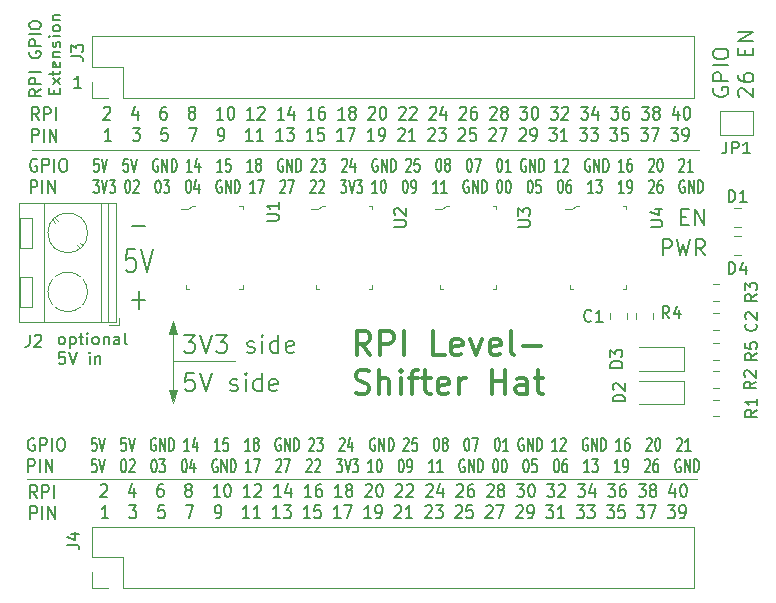
<source format=gbr>
G04 #@! TF.GenerationSoftware,KiCad,Pcbnew,5.1.6*
G04 #@! TF.CreationDate,2020-06-26T19:26:29+02:00*
G04 #@! TF.ProjectId,F010_rpi_logic_level_shifter_hat,46303130-5f72-4706-995f-6c6f6769635f,rev?*
G04 #@! TF.SameCoordinates,PXa52d280PY2b953a0*
G04 #@! TF.FileFunction,Legend,Top*
G04 #@! TF.FilePolarity,Positive*
%FSLAX46Y46*%
G04 Gerber Fmt 4.6, Leading zero omitted, Abs format (unit mm)*
G04 Created by KiCad (PCBNEW 5.1.6) date 2020-06-26 19:26:29*
%MOMM*%
%LPD*%
G01*
G04 APERTURE LIST*
%ADD10C,0.100000*%
%ADD11C,0.120000*%
%ADD12C,0.150000*%
%ADD13C,0.200000*%
%ADD14C,0.300000*%
G04 APERTURE END LIST*
D10*
G36*
X-47700000Y-36450000D02*
G01*
X-48050000Y-35350000D01*
X-47350000Y-35350000D01*
X-47700000Y-36450000D01*
G37*
X-47700000Y-36450000D02*
X-48050000Y-35350000D01*
X-47350000Y-35350000D01*
X-47700000Y-36450000D01*
G36*
X-47350000Y-30650000D02*
G01*
X-48050000Y-30650000D01*
X-47700000Y-29550000D01*
X-47350000Y-30650000D01*
G37*
X-47350000Y-30650000D02*
X-48050000Y-30650000D01*
X-47700000Y-29550000D01*
X-47350000Y-30650000D01*
D11*
X-47700000Y-36200000D02*
X-47700000Y-29700000D01*
X-47650000Y-32950000D02*
X-42450000Y-32950000D01*
D12*
X-59192977Y-44537619D02*
X-59526310Y-44013809D01*
X-59764405Y-44537619D02*
X-59764405Y-43437619D01*
X-59383453Y-43437619D01*
X-59288215Y-43490000D01*
X-59240596Y-43542380D01*
X-59192977Y-43647142D01*
X-59192977Y-43804285D01*
X-59240596Y-43909047D01*
X-59288215Y-43961428D01*
X-59383453Y-44013809D01*
X-59764405Y-44013809D01*
X-58764405Y-44537619D02*
X-58764405Y-43437619D01*
X-58383453Y-43437619D01*
X-58288215Y-43490000D01*
X-58240596Y-43542380D01*
X-58192977Y-43647142D01*
X-58192977Y-43804285D01*
X-58240596Y-43909047D01*
X-58288215Y-43961428D01*
X-58383453Y-44013809D01*
X-58764405Y-44013809D01*
X-57764405Y-44537619D02*
X-57764405Y-43437619D01*
X-59764405Y-46337619D02*
X-59764405Y-45237619D01*
X-59383453Y-45237619D01*
X-59288215Y-45290000D01*
X-59240596Y-45342380D01*
X-59192977Y-45447142D01*
X-59192977Y-45604285D01*
X-59240596Y-45709047D01*
X-59288215Y-45761428D01*
X-59383453Y-45813809D01*
X-59764405Y-45813809D01*
X-58764405Y-46337619D02*
X-58764405Y-45237619D01*
X-58288215Y-46337619D02*
X-58288215Y-45237619D01*
X-57716786Y-46337619D01*
X-57716786Y-45237619D01*
X-59415596Y-39490000D02*
X-59510834Y-39437619D01*
X-59653691Y-39437619D01*
X-59796548Y-39490000D01*
X-59891786Y-39594761D01*
X-59939405Y-39699523D01*
X-59987024Y-39909047D01*
X-59987024Y-40066190D01*
X-59939405Y-40275714D01*
X-59891786Y-40380476D01*
X-59796548Y-40485238D01*
X-59653691Y-40537619D01*
X-59558453Y-40537619D01*
X-59415596Y-40485238D01*
X-59367977Y-40432857D01*
X-59367977Y-40066190D01*
X-59558453Y-40066190D01*
X-58939405Y-40537619D02*
X-58939405Y-39437619D01*
X-58558453Y-39437619D01*
X-58463215Y-39490000D01*
X-58415596Y-39542380D01*
X-58367977Y-39647142D01*
X-58367977Y-39804285D01*
X-58415596Y-39909047D01*
X-58463215Y-39961428D01*
X-58558453Y-40013809D01*
X-58939405Y-40013809D01*
X-57939405Y-40537619D02*
X-57939405Y-39437619D01*
X-57272739Y-39437619D02*
X-57082262Y-39437619D01*
X-56987024Y-39490000D01*
X-56891786Y-39594761D01*
X-56844167Y-39804285D01*
X-56844167Y-40170952D01*
X-56891786Y-40380476D01*
X-56987024Y-40485238D01*
X-57082262Y-40537619D01*
X-57272739Y-40537619D01*
X-57367977Y-40485238D01*
X-57463215Y-40380476D01*
X-57510834Y-40170952D01*
X-57510834Y-39804285D01*
X-57463215Y-39594761D01*
X-57367977Y-39490000D01*
X-57272739Y-39437619D01*
X-59939405Y-42337619D02*
X-59939405Y-41237619D01*
X-59558453Y-41237619D01*
X-59463215Y-41290000D01*
X-59415596Y-41342380D01*
X-59367977Y-41447142D01*
X-59367977Y-41604285D01*
X-59415596Y-41709047D01*
X-59463215Y-41761428D01*
X-59558453Y-41813809D01*
X-59939405Y-41813809D01*
X-58939405Y-42337619D02*
X-58939405Y-41237619D01*
X-58463215Y-42337619D02*
X-58463215Y-41237619D01*
X-57891786Y-42337619D01*
X-57891786Y-41237619D01*
X-54191786Y-39437619D02*
X-54548929Y-39437619D01*
X-54584643Y-39961428D01*
X-54548929Y-39909047D01*
X-54477500Y-39856666D01*
X-54298929Y-39856666D01*
X-54227500Y-39909047D01*
X-54191786Y-39961428D01*
X-54156072Y-40066190D01*
X-54156072Y-40328095D01*
X-54191786Y-40432857D01*
X-54227500Y-40485238D01*
X-54298929Y-40537619D01*
X-54477500Y-40537619D01*
X-54548929Y-40485238D01*
X-54584643Y-40432857D01*
X-53941786Y-39437619D02*
X-53691786Y-40537619D01*
X-53441786Y-39437619D01*
X-51691786Y-39437619D02*
X-52048929Y-39437619D01*
X-52084643Y-39961428D01*
X-52048929Y-39909047D01*
X-51977500Y-39856666D01*
X-51798929Y-39856666D01*
X-51727500Y-39909047D01*
X-51691786Y-39961428D01*
X-51656072Y-40066190D01*
X-51656072Y-40328095D01*
X-51691786Y-40432857D01*
X-51727500Y-40485238D01*
X-51798929Y-40537619D01*
X-51977500Y-40537619D01*
X-52048929Y-40485238D01*
X-52084643Y-40432857D01*
X-51441786Y-39437619D02*
X-51191786Y-40537619D01*
X-50941786Y-39437619D01*
X-49156072Y-39490000D02*
X-49227500Y-39437619D01*
X-49334643Y-39437619D01*
X-49441786Y-39490000D01*
X-49513215Y-39594761D01*
X-49548929Y-39699523D01*
X-49584643Y-39909047D01*
X-49584643Y-40066190D01*
X-49548929Y-40275714D01*
X-49513215Y-40380476D01*
X-49441786Y-40485238D01*
X-49334643Y-40537619D01*
X-49263215Y-40537619D01*
X-49156072Y-40485238D01*
X-49120358Y-40432857D01*
X-49120358Y-40066190D01*
X-49263215Y-40066190D01*
X-48798929Y-40537619D02*
X-48798929Y-39437619D01*
X-48370358Y-40537619D01*
X-48370358Y-39437619D01*
X-48013215Y-40537619D02*
X-48013215Y-39437619D01*
X-47834643Y-39437619D01*
X-47727500Y-39490000D01*
X-47656072Y-39594761D01*
X-47620358Y-39699523D01*
X-47584643Y-39909047D01*
X-47584643Y-40066190D01*
X-47620358Y-40275714D01*
X-47656072Y-40380476D01*
X-47727500Y-40485238D01*
X-47834643Y-40537619D01*
X-48013215Y-40537619D01*
X-46298929Y-40537619D02*
X-46727500Y-40537619D01*
X-46513215Y-40537619D02*
X-46513215Y-39437619D01*
X-46584643Y-39594761D01*
X-46656072Y-39699523D01*
X-46727500Y-39751904D01*
X-45656072Y-39804285D02*
X-45656072Y-40537619D01*
X-45834643Y-39385238D02*
X-46013215Y-40170952D01*
X-45548929Y-40170952D01*
X-43727500Y-40537619D02*
X-44156072Y-40537619D01*
X-43941786Y-40537619D02*
X-43941786Y-39437619D01*
X-44013215Y-39594761D01*
X-44084643Y-39699523D01*
X-44156072Y-39751904D01*
X-43048929Y-39437619D02*
X-43406072Y-39437619D01*
X-43441786Y-39961428D01*
X-43406072Y-39909047D01*
X-43334643Y-39856666D01*
X-43156072Y-39856666D01*
X-43084643Y-39909047D01*
X-43048929Y-39961428D01*
X-43013215Y-40066190D01*
X-43013215Y-40328095D01*
X-43048929Y-40432857D01*
X-43084643Y-40485238D01*
X-43156072Y-40537619D01*
X-43334643Y-40537619D01*
X-43406072Y-40485238D01*
X-43441786Y-40432857D01*
X-41156072Y-40537619D02*
X-41584643Y-40537619D01*
X-41370358Y-40537619D02*
X-41370358Y-39437619D01*
X-41441786Y-39594761D01*
X-41513215Y-39699523D01*
X-41584643Y-39751904D01*
X-40727500Y-39909047D02*
X-40798929Y-39856666D01*
X-40834643Y-39804285D01*
X-40870358Y-39699523D01*
X-40870358Y-39647142D01*
X-40834643Y-39542380D01*
X-40798929Y-39490000D01*
X-40727500Y-39437619D01*
X-40584643Y-39437619D01*
X-40513215Y-39490000D01*
X-40477500Y-39542380D01*
X-40441786Y-39647142D01*
X-40441786Y-39699523D01*
X-40477500Y-39804285D01*
X-40513215Y-39856666D01*
X-40584643Y-39909047D01*
X-40727500Y-39909047D01*
X-40798929Y-39961428D01*
X-40834643Y-40013809D01*
X-40870358Y-40118571D01*
X-40870358Y-40328095D01*
X-40834643Y-40432857D01*
X-40798929Y-40485238D01*
X-40727500Y-40537619D01*
X-40584643Y-40537619D01*
X-40513215Y-40485238D01*
X-40477500Y-40432857D01*
X-40441786Y-40328095D01*
X-40441786Y-40118571D01*
X-40477500Y-40013809D01*
X-40513215Y-39961428D01*
X-40584643Y-39909047D01*
X-38584643Y-39490000D02*
X-38656072Y-39437619D01*
X-38763215Y-39437619D01*
X-38870358Y-39490000D01*
X-38941786Y-39594761D01*
X-38977500Y-39699523D01*
X-39013215Y-39909047D01*
X-39013215Y-40066190D01*
X-38977500Y-40275714D01*
X-38941786Y-40380476D01*
X-38870358Y-40485238D01*
X-38763215Y-40537619D01*
X-38691786Y-40537619D01*
X-38584643Y-40485238D01*
X-38548929Y-40432857D01*
X-38548929Y-40066190D01*
X-38691786Y-40066190D01*
X-38227500Y-40537619D02*
X-38227500Y-39437619D01*
X-37798929Y-40537619D01*
X-37798929Y-39437619D01*
X-37441786Y-40537619D02*
X-37441786Y-39437619D01*
X-37263215Y-39437619D01*
X-37156072Y-39490000D01*
X-37084643Y-39594761D01*
X-37048929Y-39699523D01*
X-37013215Y-39909047D01*
X-37013215Y-40066190D01*
X-37048929Y-40275714D01*
X-37084643Y-40380476D01*
X-37156072Y-40485238D01*
X-37263215Y-40537619D01*
X-37441786Y-40537619D01*
X-36156072Y-39542380D02*
X-36120358Y-39490000D01*
X-36048929Y-39437619D01*
X-35870358Y-39437619D01*
X-35798929Y-39490000D01*
X-35763215Y-39542380D01*
X-35727500Y-39647142D01*
X-35727500Y-39751904D01*
X-35763215Y-39909047D01*
X-36191786Y-40537619D01*
X-35727500Y-40537619D01*
X-35477500Y-39437619D02*
X-35013215Y-39437619D01*
X-35263215Y-39856666D01*
X-35156072Y-39856666D01*
X-35084643Y-39909047D01*
X-35048929Y-39961428D01*
X-35013215Y-40066190D01*
X-35013215Y-40328095D01*
X-35048929Y-40432857D01*
X-35084643Y-40485238D01*
X-35156072Y-40537619D01*
X-35370358Y-40537619D01*
X-35441786Y-40485238D01*
X-35477500Y-40432857D01*
X-33584643Y-39542380D02*
X-33548929Y-39490000D01*
X-33477500Y-39437619D01*
X-33298929Y-39437619D01*
X-33227500Y-39490000D01*
X-33191786Y-39542380D01*
X-33156072Y-39647142D01*
X-33156072Y-39751904D01*
X-33191786Y-39909047D01*
X-33620358Y-40537619D01*
X-33156072Y-40537619D01*
X-32513215Y-39804285D02*
X-32513215Y-40537619D01*
X-32691786Y-39385238D02*
X-32870358Y-40170952D01*
X-32406072Y-40170952D01*
X-30584643Y-39490000D02*
X-30656072Y-39437619D01*
X-30763215Y-39437619D01*
X-30870358Y-39490000D01*
X-30941786Y-39594761D01*
X-30977500Y-39699523D01*
X-31013215Y-39909047D01*
X-31013215Y-40066190D01*
X-30977500Y-40275714D01*
X-30941786Y-40380476D01*
X-30870358Y-40485238D01*
X-30763215Y-40537619D01*
X-30691786Y-40537619D01*
X-30584643Y-40485238D01*
X-30548929Y-40432857D01*
X-30548929Y-40066190D01*
X-30691786Y-40066190D01*
X-30227500Y-40537619D02*
X-30227500Y-39437619D01*
X-29798929Y-40537619D01*
X-29798929Y-39437619D01*
X-29441786Y-40537619D02*
X-29441786Y-39437619D01*
X-29263215Y-39437619D01*
X-29156072Y-39490000D01*
X-29084643Y-39594761D01*
X-29048929Y-39699523D01*
X-29013215Y-39909047D01*
X-29013215Y-40066190D01*
X-29048929Y-40275714D01*
X-29084643Y-40380476D01*
X-29156072Y-40485238D01*
X-29263215Y-40537619D01*
X-29441786Y-40537619D01*
X-28156072Y-39542380D02*
X-28120358Y-39490000D01*
X-28048929Y-39437619D01*
X-27870358Y-39437619D01*
X-27798929Y-39490000D01*
X-27763215Y-39542380D01*
X-27727500Y-39647142D01*
X-27727500Y-39751904D01*
X-27763215Y-39909047D01*
X-28191786Y-40537619D01*
X-27727500Y-40537619D01*
X-27048929Y-39437619D02*
X-27406072Y-39437619D01*
X-27441786Y-39961428D01*
X-27406072Y-39909047D01*
X-27334643Y-39856666D01*
X-27156072Y-39856666D01*
X-27084643Y-39909047D01*
X-27048929Y-39961428D01*
X-27013215Y-40066190D01*
X-27013215Y-40328095D01*
X-27048929Y-40432857D01*
X-27084643Y-40485238D01*
X-27156072Y-40537619D01*
X-27334643Y-40537619D01*
X-27406072Y-40485238D01*
X-27441786Y-40432857D01*
X-25406072Y-39437619D02*
X-25334643Y-39437619D01*
X-25263215Y-39490000D01*
X-25227500Y-39542380D01*
X-25191786Y-39647142D01*
X-25156072Y-39856666D01*
X-25156072Y-40118571D01*
X-25191786Y-40328095D01*
X-25227500Y-40432857D01*
X-25263215Y-40485238D01*
X-25334643Y-40537619D01*
X-25406072Y-40537619D01*
X-25477500Y-40485238D01*
X-25513215Y-40432857D01*
X-25548929Y-40328095D01*
X-25584643Y-40118571D01*
X-25584643Y-39856666D01*
X-25548929Y-39647142D01*
X-25513215Y-39542380D01*
X-25477500Y-39490000D01*
X-25406072Y-39437619D01*
X-24727500Y-39909047D02*
X-24798929Y-39856666D01*
X-24834643Y-39804285D01*
X-24870358Y-39699523D01*
X-24870358Y-39647142D01*
X-24834643Y-39542380D01*
X-24798929Y-39490000D01*
X-24727500Y-39437619D01*
X-24584643Y-39437619D01*
X-24513215Y-39490000D01*
X-24477500Y-39542380D01*
X-24441786Y-39647142D01*
X-24441786Y-39699523D01*
X-24477500Y-39804285D01*
X-24513215Y-39856666D01*
X-24584643Y-39909047D01*
X-24727500Y-39909047D01*
X-24798929Y-39961428D01*
X-24834643Y-40013809D01*
X-24870358Y-40118571D01*
X-24870358Y-40328095D01*
X-24834643Y-40432857D01*
X-24798929Y-40485238D01*
X-24727500Y-40537619D01*
X-24584643Y-40537619D01*
X-24513215Y-40485238D01*
X-24477500Y-40432857D01*
X-24441786Y-40328095D01*
X-24441786Y-40118571D01*
X-24477500Y-40013809D01*
X-24513215Y-39961428D01*
X-24584643Y-39909047D01*
X-22834643Y-39437619D02*
X-22763215Y-39437619D01*
X-22691786Y-39490000D01*
X-22656072Y-39542380D01*
X-22620358Y-39647142D01*
X-22584643Y-39856666D01*
X-22584643Y-40118571D01*
X-22620358Y-40328095D01*
X-22656072Y-40432857D01*
X-22691786Y-40485238D01*
X-22763215Y-40537619D01*
X-22834643Y-40537619D01*
X-22906072Y-40485238D01*
X-22941786Y-40432857D01*
X-22977501Y-40328095D01*
X-23013215Y-40118571D01*
X-23013215Y-39856666D01*
X-22977501Y-39647142D01*
X-22941786Y-39542380D01*
X-22906072Y-39490000D01*
X-22834643Y-39437619D01*
X-22334643Y-39437619D02*
X-21834643Y-39437619D01*
X-22156072Y-40537619D01*
X-20263215Y-39437619D02*
X-20191786Y-39437619D01*
X-20120358Y-39490000D01*
X-20084643Y-39542380D01*
X-20048929Y-39647142D01*
X-20013215Y-39856666D01*
X-20013215Y-40118571D01*
X-20048929Y-40328095D01*
X-20084643Y-40432857D01*
X-20120358Y-40485238D01*
X-20191786Y-40537619D01*
X-20263215Y-40537619D01*
X-20334643Y-40485238D01*
X-20370358Y-40432857D01*
X-20406072Y-40328095D01*
X-20441786Y-40118571D01*
X-20441786Y-39856666D01*
X-20406072Y-39647142D01*
X-20370358Y-39542380D01*
X-20334643Y-39490000D01*
X-20263215Y-39437619D01*
X-19298929Y-40537619D02*
X-19727500Y-40537619D01*
X-19513215Y-40537619D02*
X-19513215Y-39437619D01*
X-19584643Y-39594761D01*
X-19656072Y-39699523D01*
X-19727500Y-39751904D01*
X-18013215Y-39490000D02*
X-18084643Y-39437619D01*
X-18191786Y-39437619D01*
X-18298929Y-39490000D01*
X-18370358Y-39594761D01*
X-18406072Y-39699523D01*
X-18441786Y-39909047D01*
X-18441786Y-40066190D01*
X-18406072Y-40275714D01*
X-18370358Y-40380476D01*
X-18298929Y-40485238D01*
X-18191786Y-40537619D01*
X-18120358Y-40537619D01*
X-18013215Y-40485238D01*
X-17977500Y-40432857D01*
X-17977500Y-40066190D01*
X-18120358Y-40066190D01*
X-17656072Y-40537619D02*
X-17656072Y-39437619D01*
X-17227500Y-40537619D01*
X-17227500Y-39437619D01*
X-16870358Y-40537619D02*
X-16870358Y-39437619D01*
X-16691786Y-39437619D01*
X-16584643Y-39490000D01*
X-16513215Y-39594761D01*
X-16477500Y-39699523D01*
X-16441786Y-39909047D01*
X-16441786Y-40066190D01*
X-16477500Y-40275714D01*
X-16513215Y-40380476D01*
X-16584643Y-40485238D01*
X-16691786Y-40537619D01*
X-16870358Y-40537619D01*
X-15156072Y-40537619D02*
X-15584643Y-40537619D01*
X-15370358Y-40537619D02*
X-15370358Y-39437619D01*
X-15441786Y-39594761D01*
X-15513215Y-39699523D01*
X-15584643Y-39751904D01*
X-14870358Y-39542380D02*
X-14834643Y-39490000D01*
X-14763215Y-39437619D01*
X-14584643Y-39437619D01*
X-14513215Y-39490000D01*
X-14477500Y-39542380D01*
X-14441786Y-39647142D01*
X-14441786Y-39751904D01*
X-14477500Y-39909047D01*
X-14906072Y-40537619D01*
X-14441786Y-40537619D01*
X-12584643Y-39490000D02*
X-12656072Y-39437619D01*
X-12763215Y-39437619D01*
X-12870358Y-39490000D01*
X-12941786Y-39594761D01*
X-12977500Y-39699523D01*
X-13013215Y-39909047D01*
X-13013215Y-40066190D01*
X-12977500Y-40275714D01*
X-12941786Y-40380476D01*
X-12870358Y-40485238D01*
X-12763215Y-40537619D01*
X-12691786Y-40537619D01*
X-12584643Y-40485238D01*
X-12548929Y-40432857D01*
X-12548929Y-40066190D01*
X-12691786Y-40066190D01*
X-12227500Y-40537619D02*
X-12227500Y-39437619D01*
X-11798929Y-40537619D01*
X-11798929Y-39437619D01*
X-11441786Y-40537619D02*
X-11441786Y-39437619D01*
X-11263215Y-39437619D01*
X-11156072Y-39490000D01*
X-11084643Y-39594761D01*
X-11048929Y-39699523D01*
X-11013215Y-39909047D01*
X-11013215Y-40066190D01*
X-11048929Y-40275714D01*
X-11084643Y-40380476D01*
X-11156072Y-40485238D01*
X-11263215Y-40537619D01*
X-11441786Y-40537619D01*
X-9727500Y-40537619D02*
X-10156072Y-40537619D01*
X-9941786Y-40537619D02*
X-9941786Y-39437619D01*
X-10013215Y-39594761D01*
X-10084643Y-39699523D01*
X-10156072Y-39751904D01*
X-9084643Y-39437619D02*
X-9227500Y-39437619D01*
X-9298929Y-39490000D01*
X-9334643Y-39542380D01*
X-9406072Y-39699523D01*
X-9441786Y-39909047D01*
X-9441786Y-40328095D01*
X-9406072Y-40432857D01*
X-9370358Y-40485238D01*
X-9298929Y-40537619D01*
X-9156072Y-40537619D01*
X-9084643Y-40485238D01*
X-9048929Y-40432857D01*
X-9013215Y-40328095D01*
X-9013215Y-40066190D01*
X-9048929Y-39961428D01*
X-9084643Y-39909047D01*
X-9156072Y-39856666D01*
X-9298929Y-39856666D01*
X-9370358Y-39909047D01*
X-9406072Y-39961428D01*
X-9441786Y-40066190D01*
X-7584643Y-39542380D02*
X-7548929Y-39490000D01*
X-7477500Y-39437619D01*
X-7298929Y-39437619D01*
X-7227500Y-39490000D01*
X-7191786Y-39542380D01*
X-7156072Y-39647142D01*
X-7156072Y-39751904D01*
X-7191786Y-39909047D01*
X-7620358Y-40537619D01*
X-7156072Y-40537619D01*
X-6691786Y-39437619D02*
X-6620358Y-39437619D01*
X-6548929Y-39490000D01*
X-6513215Y-39542380D01*
X-6477500Y-39647142D01*
X-6441786Y-39856666D01*
X-6441786Y-40118571D01*
X-6477500Y-40328095D01*
X-6513215Y-40432857D01*
X-6548929Y-40485238D01*
X-6620358Y-40537619D01*
X-6691786Y-40537619D01*
X-6763215Y-40485238D01*
X-6798929Y-40432857D01*
X-6834643Y-40328095D01*
X-6870358Y-40118571D01*
X-6870358Y-39856666D01*
X-6834643Y-39647142D01*
X-6798929Y-39542380D01*
X-6763215Y-39490000D01*
X-6691786Y-39437619D01*
X-5013215Y-39542380D02*
X-4977500Y-39490000D01*
X-4906072Y-39437619D01*
X-4727500Y-39437619D01*
X-4656072Y-39490000D01*
X-4620358Y-39542380D01*
X-4584643Y-39647142D01*
X-4584643Y-39751904D01*
X-4620358Y-39909047D01*
X-5048929Y-40537619D01*
X-4584643Y-40537619D01*
X-3870358Y-40537619D02*
X-4298929Y-40537619D01*
X-4084643Y-40537619D02*
X-4084643Y-39437619D01*
X-4156072Y-39594761D01*
X-4227500Y-39699523D01*
X-4298929Y-39751904D01*
X-54191786Y-41237619D02*
X-54548929Y-41237619D01*
X-54584643Y-41761428D01*
X-54548929Y-41709047D01*
X-54477500Y-41656666D01*
X-54298929Y-41656666D01*
X-54227500Y-41709047D01*
X-54191786Y-41761428D01*
X-54156072Y-41866190D01*
X-54156072Y-42128095D01*
X-54191786Y-42232857D01*
X-54227500Y-42285238D01*
X-54298929Y-42337619D01*
X-54477500Y-42337619D01*
X-54548929Y-42285238D01*
X-54584643Y-42232857D01*
X-53941786Y-41237619D02*
X-53691786Y-42337619D01*
X-53441786Y-41237619D01*
X-51906072Y-41237619D02*
X-51834643Y-41237619D01*
X-51763215Y-41290000D01*
X-51727500Y-41342380D01*
X-51691786Y-41447142D01*
X-51656072Y-41656666D01*
X-51656072Y-41918571D01*
X-51691786Y-42128095D01*
X-51727500Y-42232857D01*
X-51763215Y-42285238D01*
X-51834643Y-42337619D01*
X-51906072Y-42337619D01*
X-51977500Y-42285238D01*
X-52013215Y-42232857D01*
X-52048929Y-42128095D01*
X-52084643Y-41918571D01*
X-52084643Y-41656666D01*
X-52048929Y-41447142D01*
X-52013215Y-41342380D01*
X-51977500Y-41290000D01*
X-51906072Y-41237619D01*
X-51370358Y-41342380D02*
X-51334643Y-41290000D01*
X-51263215Y-41237619D01*
X-51084643Y-41237619D01*
X-51013215Y-41290000D01*
X-50977500Y-41342380D01*
X-50941786Y-41447142D01*
X-50941786Y-41551904D01*
X-50977500Y-41709047D01*
X-51406072Y-42337619D01*
X-50941786Y-42337619D01*
X-49334643Y-41237619D02*
X-49263215Y-41237619D01*
X-49191786Y-41290000D01*
X-49156072Y-41342380D01*
X-49120358Y-41447142D01*
X-49084643Y-41656666D01*
X-49084643Y-41918571D01*
X-49120358Y-42128095D01*
X-49156072Y-42232857D01*
X-49191786Y-42285238D01*
X-49263215Y-42337619D01*
X-49334643Y-42337619D01*
X-49406072Y-42285238D01*
X-49441786Y-42232857D01*
X-49477500Y-42128095D01*
X-49513215Y-41918571D01*
X-49513215Y-41656666D01*
X-49477500Y-41447142D01*
X-49441786Y-41342380D01*
X-49406072Y-41290000D01*
X-49334643Y-41237619D01*
X-48834643Y-41237619D02*
X-48370358Y-41237619D01*
X-48620358Y-41656666D01*
X-48513215Y-41656666D01*
X-48441786Y-41709047D01*
X-48406072Y-41761428D01*
X-48370358Y-41866190D01*
X-48370358Y-42128095D01*
X-48406072Y-42232857D01*
X-48441786Y-42285238D01*
X-48513215Y-42337619D01*
X-48727500Y-42337619D01*
X-48798929Y-42285238D01*
X-48834643Y-42232857D01*
X-46763215Y-41237619D02*
X-46691786Y-41237619D01*
X-46620358Y-41290000D01*
X-46584643Y-41342380D01*
X-46548929Y-41447142D01*
X-46513215Y-41656666D01*
X-46513215Y-41918571D01*
X-46548929Y-42128095D01*
X-46584643Y-42232857D01*
X-46620358Y-42285238D01*
X-46691786Y-42337619D01*
X-46763215Y-42337619D01*
X-46834643Y-42285238D01*
X-46870358Y-42232857D01*
X-46906072Y-42128095D01*
X-46941786Y-41918571D01*
X-46941786Y-41656666D01*
X-46906072Y-41447142D01*
X-46870358Y-41342380D01*
X-46834643Y-41290000D01*
X-46763215Y-41237619D01*
X-45870358Y-41604285D02*
X-45870358Y-42337619D01*
X-46048929Y-41185238D02*
X-46227500Y-41970952D01*
X-45763215Y-41970952D01*
X-43941786Y-41290000D02*
X-44013215Y-41237619D01*
X-44120358Y-41237619D01*
X-44227500Y-41290000D01*
X-44298929Y-41394761D01*
X-44334643Y-41499523D01*
X-44370358Y-41709047D01*
X-44370358Y-41866190D01*
X-44334643Y-42075714D01*
X-44298929Y-42180476D01*
X-44227500Y-42285238D01*
X-44120358Y-42337619D01*
X-44048929Y-42337619D01*
X-43941786Y-42285238D01*
X-43906072Y-42232857D01*
X-43906072Y-41866190D01*
X-44048929Y-41866190D01*
X-43584643Y-42337619D02*
X-43584643Y-41237619D01*
X-43156072Y-42337619D01*
X-43156072Y-41237619D01*
X-42798929Y-42337619D02*
X-42798929Y-41237619D01*
X-42620358Y-41237619D01*
X-42513215Y-41290000D01*
X-42441786Y-41394761D01*
X-42406072Y-41499523D01*
X-42370358Y-41709047D01*
X-42370358Y-41866190D01*
X-42406072Y-42075714D01*
X-42441786Y-42180476D01*
X-42513215Y-42285238D01*
X-42620358Y-42337619D01*
X-42798929Y-42337619D01*
X-41084643Y-42337619D02*
X-41513215Y-42337619D01*
X-41298929Y-42337619D02*
X-41298929Y-41237619D01*
X-41370358Y-41394761D01*
X-41441786Y-41499523D01*
X-41513215Y-41551904D01*
X-40834643Y-41237619D02*
X-40334643Y-41237619D01*
X-40656072Y-42337619D01*
X-38941786Y-41342380D02*
X-38906072Y-41290000D01*
X-38834643Y-41237619D01*
X-38656072Y-41237619D01*
X-38584643Y-41290000D01*
X-38548929Y-41342380D01*
X-38513215Y-41447142D01*
X-38513215Y-41551904D01*
X-38548929Y-41709047D01*
X-38977500Y-42337619D01*
X-38513215Y-42337619D01*
X-38263215Y-41237619D02*
X-37763215Y-41237619D01*
X-38084643Y-42337619D01*
X-36370358Y-41342380D02*
X-36334643Y-41290000D01*
X-36263215Y-41237619D01*
X-36084643Y-41237619D01*
X-36013215Y-41290000D01*
X-35977500Y-41342380D01*
X-35941786Y-41447142D01*
X-35941786Y-41551904D01*
X-35977500Y-41709047D01*
X-36406072Y-42337619D01*
X-35941786Y-42337619D01*
X-35656072Y-41342380D02*
X-35620358Y-41290000D01*
X-35548929Y-41237619D01*
X-35370358Y-41237619D01*
X-35298929Y-41290000D01*
X-35263215Y-41342380D01*
X-35227500Y-41447142D01*
X-35227500Y-41551904D01*
X-35263215Y-41709047D01*
X-35691786Y-42337619D01*
X-35227500Y-42337619D01*
X-33834643Y-41237619D02*
X-33370358Y-41237619D01*
X-33620358Y-41656666D01*
X-33513215Y-41656666D01*
X-33441786Y-41709047D01*
X-33406072Y-41761428D01*
X-33370358Y-41866190D01*
X-33370358Y-42128095D01*
X-33406072Y-42232857D01*
X-33441786Y-42285238D01*
X-33513215Y-42337619D01*
X-33727500Y-42337619D01*
X-33798929Y-42285238D01*
X-33834643Y-42232857D01*
X-33156072Y-41237619D02*
X-32906072Y-42337619D01*
X-32656072Y-41237619D01*
X-32477500Y-41237619D02*
X-32013215Y-41237619D01*
X-32263215Y-41656666D01*
X-32156072Y-41656666D01*
X-32084643Y-41709047D01*
X-32048929Y-41761428D01*
X-32013215Y-41866190D01*
X-32013215Y-42128095D01*
X-32048929Y-42232857D01*
X-32084643Y-42285238D01*
X-32156072Y-42337619D01*
X-32370358Y-42337619D01*
X-32441786Y-42285238D01*
X-32477500Y-42232857D01*
X-30727500Y-42337619D02*
X-31156072Y-42337619D01*
X-30941786Y-42337619D02*
X-30941786Y-41237619D01*
X-31013215Y-41394761D01*
X-31084643Y-41499523D01*
X-31156072Y-41551904D01*
X-30263215Y-41237619D02*
X-30191786Y-41237619D01*
X-30120358Y-41290000D01*
X-30084643Y-41342380D01*
X-30048929Y-41447142D01*
X-30013215Y-41656666D01*
X-30013215Y-41918571D01*
X-30048929Y-42128095D01*
X-30084643Y-42232857D01*
X-30120358Y-42285238D01*
X-30191786Y-42337619D01*
X-30263215Y-42337619D01*
X-30334643Y-42285238D01*
X-30370358Y-42232857D01*
X-30406072Y-42128095D01*
X-30441786Y-41918571D01*
X-30441786Y-41656666D01*
X-30406072Y-41447142D01*
X-30370358Y-41342380D01*
X-30334643Y-41290000D01*
X-30263215Y-41237619D01*
X-28406072Y-41237619D02*
X-28334643Y-41237619D01*
X-28263215Y-41290000D01*
X-28227501Y-41342380D01*
X-28191786Y-41447142D01*
X-28156072Y-41656666D01*
X-28156072Y-41918571D01*
X-28191786Y-42128095D01*
X-28227501Y-42232857D01*
X-28263215Y-42285238D01*
X-28334643Y-42337619D01*
X-28406072Y-42337619D01*
X-28477501Y-42285238D01*
X-28513215Y-42232857D01*
X-28548929Y-42128095D01*
X-28584643Y-41918571D01*
X-28584643Y-41656666D01*
X-28548929Y-41447142D01*
X-28513215Y-41342380D01*
X-28477501Y-41290000D01*
X-28406072Y-41237619D01*
X-27798929Y-42337619D02*
X-27656072Y-42337619D01*
X-27584643Y-42285238D01*
X-27548929Y-42232857D01*
X-27477501Y-42075714D01*
X-27441786Y-41866190D01*
X-27441786Y-41447142D01*
X-27477501Y-41342380D01*
X-27513215Y-41290000D01*
X-27584643Y-41237619D01*
X-27727501Y-41237619D01*
X-27798929Y-41290000D01*
X-27834643Y-41342380D01*
X-27870358Y-41447142D01*
X-27870358Y-41709047D01*
X-27834643Y-41813809D01*
X-27798929Y-41866190D01*
X-27727501Y-41918571D01*
X-27584643Y-41918571D01*
X-27513215Y-41866190D01*
X-27477501Y-41813809D01*
X-27441786Y-41709047D01*
X-25584643Y-42337619D02*
X-26013215Y-42337619D01*
X-25798929Y-42337619D02*
X-25798929Y-41237619D01*
X-25870358Y-41394761D01*
X-25941786Y-41499523D01*
X-26013215Y-41551904D01*
X-24870358Y-42337619D02*
X-25298929Y-42337619D01*
X-25084643Y-42337619D02*
X-25084643Y-41237619D01*
X-25156072Y-41394761D01*
X-25227501Y-41499523D01*
X-25298929Y-41551904D01*
X-23013215Y-41290000D02*
X-23084643Y-41237619D01*
X-23191786Y-41237619D01*
X-23298929Y-41290000D01*
X-23370358Y-41394761D01*
X-23406072Y-41499523D01*
X-23441786Y-41709047D01*
X-23441786Y-41866190D01*
X-23406072Y-42075714D01*
X-23370358Y-42180476D01*
X-23298929Y-42285238D01*
X-23191786Y-42337619D01*
X-23120358Y-42337619D01*
X-23013215Y-42285238D01*
X-22977501Y-42232857D01*
X-22977501Y-41866190D01*
X-23120358Y-41866190D01*
X-22656072Y-42337619D02*
X-22656072Y-41237619D01*
X-22227501Y-42337619D01*
X-22227501Y-41237619D01*
X-21870358Y-42337619D02*
X-21870358Y-41237619D01*
X-21691786Y-41237619D01*
X-21584643Y-41290000D01*
X-21513215Y-41394761D01*
X-21477501Y-41499523D01*
X-21441786Y-41709047D01*
X-21441786Y-41866190D01*
X-21477501Y-42075714D01*
X-21513215Y-42180476D01*
X-21584643Y-42285238D01*
X-21691786Y-42337619D01*
X-21870358Y-42337619D01*
X-20406072Y-41237619D02*
X-20334643Y-41237619D01*
X-20263215Y-41290000D01*
X-20227501Y-41342380D01*
X-20191786Y-41447142D01*
X-20156072Y-41656666D01*
X-20156072Y-41918571D01*
X-20191786Y-42128095D01*
X-20227501Y-42232857D01*
X-20263215Y-42285238D01*
X-20334643Y-42337619D01*
X-20406072Y-42337619D01*
X-20477501Y-42285238D01*
X-20513215Y-42232857D01*
X-20548929Y-42128095D01*
X-20584643Y-41918571D01*
X-20584643Y-41656666D01*
X-20548929Y-41447142D01*
X-20513215Y-41342380D01*
X-20477501Y-41290000D01*
X-20406072Y-41237619D01*
X-19691786Y-41237619D02*
X-19620358Y-41237619D01*
X-19548929Y-41290000D01*
X-19513215Y-41342380D01*
X-19477501Y-41447142D01*
X-19441786Y-41656666D01*
X-19441786Y-41918571D01*
X-19477501Y-42128095D01*
X-19513215Y-42232857D01*
X-19548929Y-42285238D01*
X-19620358Y-42337619D01*
X-19691786Y-42337619D01*
X-19763215Y-42285238D01*
X-19798929Y-42232857D01*
X-19834643Y-42128095D01*
X-19870358Y-41918571D01*
X-19870358Y-41656666D01*
X-19834643Y-41447142D01*
X-19798929Y-41342380D01*
X-19763215Y-41290000D01*
X-19691786Y-41237619D01*
X-17834643Y-41237619D02*
X-17763215Y-41237619D01*
X-17691786Y-41290000D01*
X-17656072Y-41342380D01*
X-17620358Y-41447142D01*
X-17584643Y-41656666D01*
X-17584643Y-41918571D01*
X-17620358Y-42128095D01*
X-17656072Y-42232857D01*
X-17691786Y-42285238D01*
X-17763215Y-42337619D01*
X-17834643Y-42337619D01*
X-17906072Y-42285238D01*
X-17941786Y-42232857D01*
X-17977500Y-42128095D01*
X-18013215Y-41918571D01*
X-18013215Y-41656666D01*
X-17977500Y-41447142D01*
X-17941786Y-41342380D01*
X-17906072Y-41290000D01*
X-17834643Y-41237619D01*
X-16906072Y-41237619D02*
X-17263215Y-41237619D01*
X-17298929Y-41761428D01*
X-17263215Y-41709047D01*
X-17191786Y-41656666D01*
X-17013215Y-41656666D01*
X-16941786Y-41709047D01*
X-16906072Y-41761428D01*
X-16870358Y-41866190D01*
X-16870358Y-42128095D01*
X-16906072Y-42232857D01*
X-16941786Y-42285238D01*
X-17013215Y-42337619D01*
X-17191786Y-42337619D01*
X-17263215Y-42285238D01*
X-17298929Y-42232857D01*
X-15263215Y-41237619D02*
X-15191786Y-41237619D01*
X-15120358Y-41290000D01*
X-15084643Y-41342380D01*
X-15048929Y-41447142D01*
X-15013215Y-41656666D01*
X-15013215Y-41918571D01*
X-15048929Y-42128095D01*
X-15084643Y-42232857D01*
X-15120358Y-42285238D01*
X-15191786Y-42337619D01*
X-15263215Y-42337619D01*
X-15334643Y-42285238D01*
X-15370358Y-42232857D01*
X-15406072Y-42128095D01*
X-15441786Y-41918571D01*
X-15441786Y-41656666D01*
X-15406072Y-41447142D01*
X-15370358Y-41342380D01*
X-15334643Y-41290000D01*
X-15263215Y-41237619D01*
X-14370358Y-41237619D02*
X-14513215Y-41237619D01*
X-14584643Y-41290000D01*
X-14620358Y-41342380D01*
X-14691786Y-41499523D01*
X-14727500Y-41709047D01*
X-14727500Y-42128095D01*
X-14691786Y-42232857D01*
X-14656072Y-42285238D01*
X-14584643Y-42337619D01*
X-14441786Y-42337619D01*
X-14370358Y-42285238D01*
X-14334643Y-42232857D01*
X-14298929Y-42128095D01*
X-14298929Y-41866190D01*
X-14334643Y-41761428D01*
X-14370358Y-41709047D01*
X-14441786Y-41656666D01*
X-14584643Y-41656666D01*
X-14656072Y-41709047D01*
X-14691786Y-41761428D01*
X-14727500Y-41866190D01*
X-12441786Y-42337619D02*
X-12870358Y-42337619D01*
X-12656072Y-42337619D02*
X-12656072Y-41237619D01*
X-12727500Y-41394761D01*
X-12798929Y-41499523D01*
X-12870358Y-41551904D01*
X-12191786Y-41237619D02*
X-11727500Y-41237619D01*
X-11977500Y-41656666D01*
X-11870358Y-41656666D01*
X-11798929Y-41709047D01*
X-11763215Y-41761428D01*
X-11727500Y-41866190D01*
X-11727500Y-42128095D01*
X-11763215Y-42232857D01*
X-11798929Y-42285238D01*
X-11870358Y-42337619D01*
X-12084643Y-42337619D01*
X-12156072Y-42285238D01*
X-12191786Y-42232857D01*
X-9870358Y-42337619D02*
X-10298929Y-42337619D01*
X-10084643Y-42337619D02*
X-10084643Y-41237619D01*
X-10156072Y-41394761D01*
X-10227500Y-41499523D01*
X-10298929Y-41551904D01*
X-9513215Y-42337619D02*
X-9370358Y-42337619D01*
X-9298929Y-42285238D01*
X-9263215Y-42232857D01*
X-9191786Y-42075714D01*
X-9156072Y-41866190D01*
X-9156072Y-41447142D01*
X-9191786Y-41342380D01*
X-9227500Y-41290000D01*
X-9298929Y-41237619D01*
X-9441786Y-41237619D01*
X-9513215Y-41290000D01*
X-9548929Y-41342380D01*
X-9584643Y-41447142D01*
X-9584643Y-41709047D01*
X-9548929Y-41813809D01*
X-9513215Y-41866190D01*
X-9441786Y-41918571D01*
X-9298929Y-41918571D01*
X-9227500Y-41866190D01*
X-9191786Y-41813809D01*
X-9156072Y-41709047D01*
X-7727500Y-41342380D02*
X-7691786Y-41290000D01*
X-7620358Y-41237619D01*
X-7441786Y-41237619D01*
X-7370358Y-41290000D01*
X-7334643Y-41342380D01*
X-7298929Y-41447142D01*
X-7298929Y-41551904D01*
X-7334643Y-41709047D01*
X-7763215Y-42337619D01*
X-7298929Y-42337619D01*
X-6656072Y-41237619D02*
X-6798929Y-41237619D01*
X-6870358Y-41290000D01*
X-6906072Y-41342380D01*
X-6977500Y-41499523D01*
X-7013215Y-41709047D01*
X-7013215Y-42128095D01*
X-6977500Y-42232857D01*
X-6941786Y-42285238D01*
X-6870358Y-42337619D01*
X-6727500Y-42337619D01*
X-6656072Y-42285238D01*
X-6620358Y-42232857D01*
X-6584643Y-42128095D01*
X-6584643Y-41866190D01*
X-6620358Y-41761428D01*
X-6656072Y-41709047D01*
X-6727500Y-41656666D01*
X-6870358Y-41656666D01*
X-6941786Y-41709047D01*
X-6977500Y-41761428D01*
X-7013215Y-41866190D01*
X-4727500Y-41290000D02*
X-4798929Y-41237619D01*
X-4906072Y-41237619D01*
X-5013215Y-41290000D01*
X-5084643Y-41394761D01*
X-5120358Y-41499523D01*
X-5156072Y-41709047D01*
X-5156072Y-41866190D01*
X-5120358Y-42075714D01*
X-5084643Y-42180476D01*
X-5013215Y-42285238D01*
X-4906072Y-42337619D01*
X-4834643Y-42337619D01*
X-4727500Y-42285238D01*
X-4691786Y-42232857D01*
X-4691786Y-41866190D01*
X-4834643Y-41866190D01*
X-4370358Y-42337619D02*
X-4370358Y-41237619D01*
X-3941786Y-42337619D01*
X-3941786Y-41237619D01*
X-3584643Y-42337619D02*
X-3584643Y-41237619D01*
X-3406072Y-41237619D01*
X-3298929Y-41290000D01*
X-3227500Y-41394761D01*
X-3191786Y-41499523D01*
X-3156072Y-41709047D01*
X-3156072Y-41866190D01*
X-3191786Y-42075714D01*
X-3227500Y-42180476D01*
X-3298929Y-42285238D01*
X-3406072Y-42337619D01*
X-3584643Y-42337619D01*
D11*
X-60050000Y-42940000D02*
X-3300000Y-42940000D01*
D12*
X-1900000Y-9812023D02*
X-1961905Y-9935833D01*
X-1961905Y-10121547D01*
X-1900000Y-10307261D01*
X-1776191Y-10431071D01*
X-1652381Y-10492976D01*
X-1404762Y-10554880D01*
X-1219048Y-10554880D01*
X-971429Y-10492976D01*
X-847620Y-10431071D01*
X-723810Y-10307261D01*
X-661905Y-10121547D01*
X-661905Y-9997738D01*
X-723810Y-9812023D01*
X-785715Y-9750119D01*
X-1219048Y-9750119D01*
X-1219048Y-9997738D01*
X-661905Y-9192976D02*
X-1961905Y-9192976D01*
X-1961905Y-8697738D01*
X-1900000Y-8573928D01*
X-1838096Y-8512023D01*
X-1714286Y-8450119D01*
X-1528572Y-8450119D01*
X-1404762Y-8512023D01*
X-1342858Y-8573928D01*
X-1280953Y-8697738D01*
X-1280953Y-9192976D01*
X-661905Y-7892976D02*
X-1961905Y-7892976D01*
X-1961905Y-7026309D02*
X-1961905Y-6778690D01*
X-1900000Y-6654880D01*
X-1776191Y-6531071D01*
X-1528572Y-6469166D01*
X-1095239Y-6469166D01*
X-847620Y-6531071D01*
X-723810Y-6654880D01*
X-661905Y-6778690D01*
X-661905Y-7026309D01*
X-723810Y-7150119D01*
X-847620Y-7273928D01*
X-1095239Y-7335833D01*
X-1528572Y-7335833D01*
X-1776191Y-7273928D01*
X-1900000Y-7150119D01*
X-1961905Y-7026309D01*
X261904Y-10554880D02*
X200000Y-10492976D01*
X138095Y-10369166D01*
X138095Y-10059642D01*
X200000Y-9935833D01*
X261904Y-9873928D01*
X385714Y-9812023D01*
X509523Y-9812023D01*
X695238Y-9873928D01*
X1438095Y-10616785D01*
X1438095Y-9812023D01*
X138095Y-8697738D02*
X138095Y-8945357D01*
X200000Y-9069166D01*
X261904Y-9131071D01*
X447619Y-9254880D01*
X695238Y-9316785D01*
X1190476Y-9316785D01*
X1314285Y-9254880D01*
X1376190Y-9192976D01*
X1438095Y-9069166D01*
X1438095Y-8821547D01*
X1376190Y-8697738D01*
X1314285Y-8635833D01*
X1190476Y-8573928D01*
X880952Y-8573928D01*
X757142Y-8635833D01*
X695238Y-8697738D01*
X633333Y-8821547D01*
X633333Y-9069166D01*
X695238Y-9192976D01*
X757142Y-9254880D01*
X880952Y-9316785D01*
X757142Y-7026309D02*
X757142Y-6592976D01*
X1438095Y-6407261D02*
X1438095Y-7026309D01*
X138095Y-7026309D01*
X138095Y-6407261D01*
X1438095Y-5850119D02*
X138095Y-5850119D01*
X1438095Y-5107261D01*
X138095Y-5107261D01*
X-55464286Y-9777380D02*
X-56035715Y-9777380D01*
X-55750000Y-9777380D02*
X-55750000Y-8777380D01*
X-55845239Y-8920238D01*
X-55940477Y-9015476D01*
X-56035715Y-9063095D01*
D13*
X-4660477Y-20707142D02*
X-4227143Y-20707142D01*
X-4041429Y-21388095D02*
X-4660477Y-21388095D01*
X-4660477Y-20088095D01*
X-4041429Y-20088095D01*
X-3484286Y-21388095D02*
X-3484286Y-20088095D01*
X-2741429Y-21388095D01*
X-2741429Y-20088095D01*
X-6210477Y-23938095D02*
X-6210477Y-22638095D01*
X-5715239Y-22638095D01*
X-5591429Y-22700000D01*
X-5529524Y-22761904D01*
X-5467620Y-22885714D01*
X-5467620Y-23071428D01*
X-5529524Y-23195238D01*
X-5591429Y-23257142D01*
X-5715239Y-23319047D01*
X-6210477Y-23319047D01*
X-5034286Y-22638095D02*
X-4724762Y-23938095D01*
X-4477143Y-23009523D01*
X-4229524Y-23938095D01*
X-3920000Y-22638095D01*
X-2681905Y-23938095D02*
X-3115239Y-23319047D01*
X-3424762Y-23938095D02*
X-3424762Y-22638095D01*
X-2929524Y-22638095D01*
X-2805715Y-22700000D01*
X-2743810Y-22761904D01*
X-2681905Y-22885714D01*
X-2681905Y-23071428D01*
X-2743810Y-23195238D01*
X-2805715Y-23257142D01*
X-2929524Y-23319047D01*
X-3424762Y-23319047D01*
D12*
X-57171548Y-31527380D02*
X-57266786Y-31479761D01*
X-57314405Y-31432142D01*
X-57362024Y-31336904D01*
X-57362024Y-31051190D01*
X-57314405Y-30955952D01*
X-57266786Y-30908333D01*
X-57171548Y-30860714D01*
X-57028691Y-30860714D01*
X-56933453Y-30908333D01*
X-56885834Y-30955952D01*
X-56838215Y-31051190D01*
X-56838215Y-31336904D01*
X-56885834Y-31432142D01*
X-56933453Y-31479761D01*
X-57028691Y-31527380D01*
X-57171548Y-31527380D01*
X-56409643Y-30860714D02*
X-56409643Y-31860714D01*
X-56409643Y-30908333D02*
X-56314405Y-30860714D01*
X-56123929Y-30860714D01*
X-56028691Y-30908333D01*
X-55981072Y-30955952D01*
X-55933453Y-31051190D01*
X-55933453Y-31336904D01*
X-55981072Y-31432142D01*
X-56028691Y-31479761D01*
X-56123929Y-31527380D01*
X-56314405Y-31527380D01*
X-56409643Y-31479761D01*
X-55647739Y-30860714D02*
X-55266786Y-30860714D01*
X-55504881Y-30527380D02*
X-55504881Y-31384523D01*
X-55457262Y-31479761D01*
X-55362024Y-31527380D01*
X-55266786Y-31527380D01*
X-54933453Y-31527380D02*
X-54933453Y-30860714D01*
X-54933453Y-30527380D02*
X-54981072Y-30575000D01*
X-54933453Y-30622619D01*
X-54885834Y-30575000D01*
X-54933453Y-30527380D01*
X-54933453Y-30622619D01*
X-54314405Y-31527380D02*
X-54409643Y-31479761D01*
X-54457262Y-31432142D01*
X-54504881Y-31336904D01*
X-54504881Y-31051190D01*
X-54457262Y-30955952D01*
X-54409643Y-30908333D01*
X-54314405Y-30860714D01*
X-54171548Y-30860714D01*
X-54076310Y-30908333D01*
X-54028691Y-30955952D01*
X-53981072Y-31051190D01*
X-53981072Y-31336904D01*
X-54028691Y-31432142D01*
X-54076310Y-31479761D01*
X-54171548Y-31527380D01*
X-54314405Y-31527380D01*
X-53552500Y-30860714D02*
X-53552500Y-31527380D01*
X-53552500Y-30955952D02*
X-53504881Y-30908333D01*
X-53409643Y-30860714D01*
X-53266786Y-30860714D01*
X-53171548Y-30908333D01*
X-53123929Y-31003571D01*
X-53123929Y-31527380D01*
X-52219167Y-31527380D02*
X-52219167Y-31003571D01*
X-52266786Y-30908333D01*
X-52362024Y-30860714D01*
X-52552500Y-30860714D01*
X-52647739Y-30908333D01*
X-52219167Y-31479761D02*
X-52314405Y-31527380D01*
X-52552500Y-31527380D01*
X-52647739Y-31479761D01*
X-52695358Y-31384523D01*
X-52695358Y-31289285D01*
X-52647739Y-31194047D01*
X-52552500Y-31146428D01*
X-52314405Y-31146428D01*
X-52219167Y-31098809D01*
X-51600120Y-31527380D02*
X-51695358Y-31479761D01*
X-51742977Y-31384523D01*
X-51742977Y-30527380D01*
X-56838215Y-32177380D02*
X-57314405Y-32177380D01*
X-57362024Y-32653571D01*
X-57314405Y-32605952D01*
X-57219167Y-32558333D01*
X-56981072Y-32558333D01*
X-56885834Y-32605952D01*
X-56838215Y-32653571D01*
X-56790596Y-32748809D01*
X-56790596Y-32986904D01*
X-56838215Y-33082142D01*
X-56885834Y-33129761D01*
X-56981072Y-33177380D01*
X-57219167Y-33177380D01*
X-57314405Y-33129761D01*
X-57362024Y-33082142D01*
X-56504881Y-32177380D02*
X-56171548Y-33177380D01*
X-55838215Y-32177380D01*
X-54742977Y-33177380D02*
X-54742977Y-32510714D01*
X-54742977Y-32177380D02*
X-54790596Y-32225000D01*
X-54742977Y-32272619D01*
X-54695358Y-32225000D01*
X-54742977Y-32177380D01*
X-54742977Y-32272619D01*
X-54266786Y-32510714D02*
X-54266786Y-33177380D01*
X-54266786Y-32605952D02*
X-54219167Y-32558333D01*
X-54123929Y-32510714D01*
X-53981072Y-32510714D01*
X-53885834Y-32558333D01*
X-53838215Y-32653571D01*
X-53838215Y-33177380D01*
X-53991786Y-15797619D02*
X-54348929Y-15797619D01*
X-54384643Y-16321428D01*
X-54348929Y-16269047D01*
X-54277500Y-16216666D01*
X-54098929Y-16216666D01*
X-54027500Y-16269047D01*
X-53991786Y-16321428D01*
X-53956072Y-16426190D01*
X-53956072Y-16688095D01*
X-53991786Y-16792857D01*
X-54027500Y-16845238D01*
X-54098929Y-16897619D01*
X-54277500Y-16897619D01*
X-54348929Y-16845238D01*
X-54384643Y-16792857D01*
X-53741786Y-15797619D02*
X-53491786Y-16897619D01*
X-53241786Y-15797619D01*
X-51491786Y-15797619D02*
X-51848929Y-15797619D01*
X-51884643Y-16321428D01*
X-51848929Y-16269047D01*
X-51777500Y-16216666D01*
X-51598929Y-16216666D01*
X-51527500Y-16269047D01*
X-51491786Y-16321428D01*
X-51456072Y-16426190D01*
X-51456072Y-16688095D01*
X-51491786Y-16792857D01*
X-51527500Y-16845238D01*
X-51598929Y-16897619D01*
X-51777500Y-16897619D01*
X-51848929Y-16845238D01*
X-51884643Y-16792857D01*
X-51241786Y-15797619D02*
X-50991786Y-16897619D01*
X-50741786Y-15797619D01*
X-48956072Y-15850000D02*
X-49027500Y-15797619D01*
X-49134643Y-15797619D01*
X-49241786Y-15850000D01*
X-49313215Y-15954761D01*
X-49348929Y-16059523D01*
X-49384643Y-16269047D01*
X-49384643Y-16426190D01*
X-49348929Y-16635714D01*
X-49313215Y-16740476D01*
X-49241786Y-16845238D01*
X-49134643Y-16897619D01*
X-49063215Y-16897619D01*
X-48956072Y-16845238D01*
X-48920358Y-16792857D01*
X-48920358Y-16426190D01*
X-49063215Y-16426190D01*
X-48598929Y-16897619D02*
X-48598929Y-15797619D01*
X-48170358Y-16897619D01*
X-48170358Y-15797619D01*
X-47813215Y-16897619D02*
X-47813215Y-15797619D01*
X-47634643Y-15797619D01*
X-47527500Y-15850000D01*
X-47456072Y-15954761D01*
X-47420358Y-16059523D01*
X-47384643Y-16269047D01*
X-47384643Y-16426190D01*
X-47420358Y-16635714D01*
X-47456072Y-16740476D01*
X-47527500Y-16845238D01*
X-47634643Y-16897619D01*
X-47813215Y-16897619D01*
X-46098929Y-16897619D02*
X-46527500Y-16897619D01*
X-46313215Y-16897619D02*
X-46313215Y-15797619D01*
X-46384643Y-15954761D01*
X-46456072Y-16059523D01*
X-46527500Y-16111904D01*
X-45456072Y-16164285D02*
X-45456072Y-16897619D01*
X-45634643Y-15745238D02*
X-45813215Y-16530952D01*
X-45348929Y-16530952D01*
X-43527500Y-16897619D02*
X-43956072Y-16897619D01*
X-43741786Y-16897619D02*
X-43741786Y-15797619D01*
X-43813215Y-15954761D01*
X-43884643Y-16059523D01*
X-43956072Y-16111904D01*
X-42848929Y-15797619D02*
X-43206072Y-15797619D01*
X-43241786Y-16321428D01*
X-43206072Y-16269047D01*
X-43134643Y-16216666D01*
X-42956072Y-16216666D01*
X-42884643Y-16269047D01*
X-42848929Y-16321428D01*
X-42813215Y-16426190D01*
X-42813215Y-16688095D01*
X-42848929Y-16792857D01*
X-42884643Y-16845238D01*
X-42956072Y-16897619D01*
X-43134643Y-16897619D01*
X-43206072Y-16845238D01*
X-43241786Y-16792857D01*
X-40956072Y-16897619D02*
X-41384643Y-16897619D01*
X-41170358Y-16897619D02*
X-41170358Y-15797619D01*
X-41241786Y-15954761D01*
X-41313215Y-16059523D01*
X-41384643Y-16111904D01*
X-40527500Y-16269047D02*
X-40598929Y-16216666D01*
X-40634643Y-16164285D01*
X-40670358Y-16059523D01*
X-40670358Y-16007142D01*
X-40634643Y-15902380D01*
X-40598929Y-15850000D01*
X-40527500Y-15797619D01*
X-40384643Y-15797619D01*
X-40313215Y-15850000D01*
X-40277500Y-15902380D01*
X-40241786Y-16007142D01*
X-40241786Y-16059523D01*
X-40277500Y-16164285D01*
X-40313215Y-16216666D01*
X-40384643Y-16269047D01*
X-40527500Y-16269047D01*
X-40598929Y-16321428D01*
X-40634643Y-16373809D01*
X-40670358Y-16478571D01*
X-40670358Y-16688095D01*
X-40634643Y-16792857D01*
X-40598929Y-16845238D01*
X-40527500Y-16897619D01*
X-40384643Y-16897619D01*
X-40313215Y-16845238D01*
X-40277500Y-16792857D01*
X-40241786Y-16688095D01*
X-40241786Y-16478571D01*
X-40277500Y-16373809D01*
X-40313215Y-16321428D01*
X-40384643Y-16269047D01*
X-38384643Y-15850000D02*
X-38456072Y-15797619D01*
X-38563215Y-15797619D01*
X-38670358Y-15850000D01*
X-38741786Y-15954761D01*
X-38777500Y-16059523D01*
X-38813215Y-16269047D01*
X-38813215Y-16426190D01*
X-38777500Y-16635714D01*
X-38741786Y-16740476D01*
X-38670358Y-16845238D01*
X-38563215Y-16897619D01*
X-38491786Y-16897619D01*
X-38384643Y-16845238D01*
X-38348929Y-16792857D01*
X-38348929Y-16426190D01*
X-38491786Y-16426190D01*
X-38027500Y-16897619D02*
X-38027500Y-15797619D01*
X-37598929Y-16897619D01*
X-37598929Y-15797619D01*
X-37241786Y-16897619D02*
X-37241786Y-15797619D01*
X-37063215Y-15797619D01*
X-36956072Y-15850000D01*
X-36884643Y-15954761D01*
X-36848929Y-16059523D01*
X-36813215Y-16269047D01*
X-36813215Y-16426190D01*
X-36848929Y-16635714D01*
X-36884643Y-16740476D01*
X-36956072Y-16845238D01*
X-37063215Y-16897619D01*
X-37241786Y-16897619D01*
X-35956072Y-15902380D02*
X-35920358Y-15850000D01*
X-35848929Y-15797619D01*
X-35670358Y-15797619D01*
X-35598929Y-15850000D01*
X-35563215Y-15902380D01*
X-35527500Y-16007142D01*
X-35527500Y-16111904D01*
X-35563215Y-16269047D01*
X-35991786Y-16897619D01*
X-35527500Y-16897619D01*
X-35277500Y-15797619D02*
X-34813215Y-15797619D01*
X-35063215Y-16216666D01*
X-34956072Y-16216666D01*
X-34884643Y-16269047D01*
X-34848929Y-16321428D01*
X-34813215Y-16426190D01*
X-34813215Y-16688095D01*
X-34848929Y-16792857D01*
X-34884643Y-16845238D01*
X-34956072Y-16897619D01*
X-35170358Y-16897619D01*
X-35241786Y-16845238D01*
X-35277500Y-16792857D01*
X-33384643Y-15902380D02*
X-33348929Y-15850000D01*
X-33277500Y-15797619D01*
X-33098929Y-15797619D01*
X-33027500Y-15850000D01*
X-32991786Y-15902380D01*
X-32956072Y-16007142D01*
X-32956072Y-16111904D01*
X-32991786Y-16269047D01*
X-33420358Y-16897619D01*
X-32956072Y-16897619D01*
X-32313215Y-16164285D02*
X-32313215Y-16897619D01*
X-32491786Y-15745238D02*
X-32670358Y-16530952D01*
X-32206072Y-16530952D01*
X-30384643Y-15850000D02*
X-30456072Y-15797619D01*
X-30563215Y-15797619D01*
X-30670358Y-15850000D01*
X-30741786Y-15954761D01*
X-30777500Y-16059523D01*
X-30813215Y-16269047D01*
X-30813215Y-16426190D01*
X-30777500Y-16635714D01*
X-30741786Y-16740476D01*
X-30670358Y-16845238D01*
X-30563215Y-16897619D01*
X-30491786Y-16897619D01*
X-30384643Y-16845238D01*
X-30348929Y-16792857D01*
X-30348929Y-16426190D01*
X-30491786Y-16426190D01*
X-30027500Y-16897619D02*
X-30027500Y-15797619D01*
X-29598929Y-16897619D01*
X-29598929Y-15797619D01*
X-29241786Y-16897619D02*
X-29241786Y-15797619D01*
X-29063215Y-15797619D01*
X-28956072Y-15850000D01*
X-28884643Y-15954761D01*
X-28848929Y-16059523D01*
X-28813215Y-16269047D01*
X-28813215Y-16426190D01*
X-28848929Y-16635714D01*
X-28884643Y-16740476D01*
X-28956072Y-16845238D01*
X-29063215Y-16897619D01*
X-29241786Y-16897619D01*
X-27956072Y-15902380D02*
X-27920358Y-15850000D01*
X-27848929Y-15797619D01*
X-27670358Y-15797619D01*
X-27598929Y-15850000D01*
X-27563215Y-15902380D01*
X-27527500Y-16007142D01*
X-27527500Y-16111904D01*
X-27563215Y-16269047D01*
X-27991786Y-16897619D01*
X-27527500Y-16897619D01*
X-26848929Y-15797619D02*
X-27206072Y-15797619D01*
X-27241786Y-16321428D01*
X-27206072Y-16269047D01*
X-27134643Y-16216666D01*
X-26956072Y-16216666D01*
X-26884643Y-16269047D01*
X-26848929Y-16321428D01*
X-26813215Y-16426190D01*
X-26813215Y-16688095D01*
X-26848929Y-16792857D01*
X-26884643Y-16845238D01*
X-26956072Y-16897619D01*
X-27134643Y-16897619D01*
X-27206072Y-16845238D01*
X-27241786Y-16792857D01*
X-25206072Y-15797619D02*
X-25134643Y-15797619D01*
X-25063215Y-15850000D01*
X-25027500Y-15902380D01*
X-24991786Y-16007142D01*
X-24956072Y-16216666D01*
X-24956072Y-16478571D01*
X-24991786Y-16688095D01*
X-25027500Y-16792857D01*
X-25063215Y-16845238D01*
X-25134643Y-16897619D01*
X-25206072Y-16897619D01*
X-25277500Y-16845238D01*
X-25313215Y-16792857D01*
X-25348929Y-16688095D01*
X-25384643Y-16478571D01*
X-25384643Y-16216666D01*
X-25348929Y-16007142D01*
X-25313215Y-15902380D01*
X-25277500Y-15850000D01*
X-25206072Y-15797619D01*
X-24527500Y-16269047D02*
X-24598929Y-16216666D01*
X-24634643Y-16164285D01*
X-24670358Y-16059523D01*
X-24670358Y-16007142D01*
X-24634643Y-15902380D01*
X-24598929Y-15850000D01*
X-24527500Y-15797619D01*
X-24384643Y-15797619D01*
X-24313215Y-15850000D01*
X-24277500Y-15902380D01*
X-24241786Y-16007142D01*
X-24241786Y-16059523D01*
X-24277500Y-16164285D01*
X-24313215Y-16216666D01*
X-24384643Y-16269047D01*
X-24527500Y-16269047D01*
X-24598929Y-16321428D01*
X-24634643Y-16373809D01*
X-24670358Y-16478571D01*
X-24670358Y-16688095D01*
X-24634643Y-16792857D01*
X-24598929Y-16845238D01*
X-24527500Y-16897619D01*
X-24384643Y-16897619D01*
X-24313215Y-16845238D01*
X-24277500Y-16792857D01*
X-24241786Y-16688095D01*
X-24241786Y-16478571D01*
X-24277500Y-16373809D01*
X-24313215Y-16321428D01*
X-24384643Y-16269047D01*
X-22634643Y-15797619D02*
X-22563215Y-15797619D01*
X-22491786Y-15850000D01*
X-22456072Y-15902380D01*
X-22420358Y-16007142D01*
X-22384643Y-16216666D01*
X-22384643Y-16478571D01*
X-22420358Y-16688095D01*
X-22456072Y-16792857D01*
X-22491786Y-16845238D01*
X-22563215Y-16897619D01*
X-22634643Y-16897619D01*
X-22706072Y-16845238D01*
X-22741786Y-16792857D01*
X-22777501Y-16688095D01*
X-22813215Y-16478571D01*
X-22813215Y-16216666D01*
X-22777501Y-16007142D01*
X-22741786Y-15902380D01*
X-22706072Y-15850000D01*
X-22634643Y-15797619D01*
X-22134643Y-15797619D02*
X-21634643Y-15797619D01*
X-21956072Y-16897619D01*
X-20063215Y-15797619D02*
X-19991786Y-15797619D01*
X-19920358Y-15850000D01*
X-19884643Y-15902380D01*
X-19848929Y-16007142D01*
X-19813215Y-16216666D01*
X-19813215Y-16478571D01*
X-19848929Y-16688095D01*
X-19884643Y-16792857D01*
X-19920358Y-16845238D01*
X-19991786Y-16897619D01*
X-20063215Y-16897619D01*
X-20134643Y-16845238D01*
X-20170358Y-16792857D01*
X-20206072Y-16688095D01*
X-20241786Y-16478571D01*
X-20241786Y-16216666D01*
X-20206072Y-16007142D01*
X-20170358Y-15902380D01*
X-20134643Y-15850000D01*
X-20063215Y-15797619D01*
X-19098929Y-16897619D02*
X-19527500Y-16897619D01*
X-19313215Y-16897619D02*
X-19313215Y-15797619D01*
X-19384643Y-15954761D01*
X-19456072Y-16059523D01*
X-19527500Y-16111904D01*
X-17813215Y-15850000D02*
X-17884643Y-15797619D01*
X-17991786Y-15797619D01*
X-18098929Y-15850000D01*
X-18170358Y-15954761D01*
X-18206072Y-16059523D01*
X-18241786Y-16269047D01*
X-18241786Y-16426190D01*
X-18206072Y-16635714D01*
X-18170358Y-16740476D01*
X-18098929Y-16845238D01*
X-17991786Y-16897619D01*
X-17920358Y-16897619D01*
X-17813215Y-16845238D01*
X-17777500Y-16792857D01*
X-17777500Y-16426190D01*
X-17920358Y-16426190D01*
X-17456072Y-16897619D02*
X-17456072Y-15797619D01*
X-17027500Y-16897619D01*
X-17027500Y-15797619D01*
X-16670358Y-16897619D02*
X-16670358Y-15797619D01*
X-16491786Y-15797619D01*
X-16384643Y-15850000D01*
X-16313215Y-15954761D01*
X-16277500Y-16059523D01*
X-16241786Y-16269047D01*
X-16241786Y-16426190D01*
X-16277500Y-16635714D01*
X-16313215Y-16740476D01*
X-16384643Y-16845238D01*
X-16491786Y-16897619D01*
X-16670358Y-16897619D01*
X-14956072Y-16897619D02*
X-15384643Y-16897619D01*
X-15170358Y-16897619D02*
X-15170358Y-15797619D01*
X-15241786Y-15954761D01*
X-15313215Y-16059523D01*
X-15384643Y-16111904D01*
X-14670358Y-15902380D02*
X-14634643Y-15850000D01*
X-14563215Y-15797619D01*
X-14384643Y-15797619D01*
X-14313215Y-15850000D01*
X-14277500Y-15902380D01*
X-14241786Y-16007142D01*
X-14241786Y-16111904D01*
X-14277500Y-16269047D01*
X-14706072Y-16897619D01*
X-14241786Y-16897619D01*
X-12384643Y-15850000D02*
X-12456072Y-15797619D01*
X-12563215Y-15797619D01*
X-12670358Y-15850000D01*
X-12741786Y-15954761D01*
X-12777500Y-16059523D01*
X-12813215Y-16269047D01*
X-12813215Y-16426190D01*
X-12777500Y-16635714D01*
X-12741786Y-16740476D01*
X-12670358Y-16845238D01*
X-12563215Y-16897619D01*
X-12491786Y-16897619D01*
X-12384643Y-16845238D01*
X-12348929Y-16792857D01*
X-12348929Y-16426190D01*
X-12491786Y-16426190D01*
X-12027500Y-16897619D02*
X-12027500Y-15797619D01*
X-11598929Y-16897619D01*
X-11598929Y-15797619D01*
X-11241786Y-16897619D02*
X-11241786Y-15797619D01*
X-11063215Y-15797619D01*
X-10956072Y-15850000D01*
X-10884643Y-15954761D01*
X-10848929Y-16059523D01*
X-10813215Y-16269047D01*
X-10813215Y-16426190D01*
X-10848929Y-16635714D01*
X-10884643Y-16740476D01*
X-10956072Y-16845238D01*
X-11063215Y-16897619D01*
X-11241786Y-16897619D01*
X-9527500Y-16897619D02*
X-9956072Y-16897619D01*
X-9741786Y-16897619D02*
X-9741786Y-15797619D01*
X-9813215Y-15954761D01*
X-9884643Y-16059523D01*
X-9956072Y-16111904D01*
X-8884643Y-15797619D02*
X-9027500Y-15797619D01*
X-9098929Y-15850000D01*
X-9134643Y-15902380D01*
X-9206072Y-16059523D01*
X-9241786Y-16269047D01*
X-9241786Y-16688095D01*
X-9206072Y-16792857D01*
X-9170358Y-16845238D01*
X-9098929Y-16897619D01*
X-8956072Y-16897619D01*
X-8884643Y-16845238D01*
X-8848929Y-16792857D01*
X-8813215Y-16688095D01*
X-8813215Y-16426190D01*
X-8848929Y-16321428D01*
X-8884643Y-16269047D01*
X-8956072Y-16216666D01*
X-9098929Y-16216666D01*
X-9170358Y-16269047D01*
X-9206072Y-16321428D01*
X-9241786Y-16426190D01*
X-7384643Y-15902380D02*
X-7348929Y-15850000D01*
X-7277500Y-15797619D01*
X-7098929Y-15797619D01*
X-7027500Y-15850000D01*
X-6991786Y-15902380D01*
X-6956072Y-16007142D01*
X-6956072Y-16111904D01*
X-6991786Y-16269047D01*
X-7420358Y-16897619D01*
X-6956072Y-16897619D01*
X-6491786Y-15797619D02*
X-6420358Y-15797619D01*
X-6348929Y-15850000D01*
X-6313215Y-15902380D01*
X-6277500Y-16007142D01*
X-6241786Y-16216666D01*
X-6241786Y-16478571D01*
X-6277500Y-16688095D01*
X-6313215Y-16792857D01*
X-6348929Y-16845238D01*
X-6420358Y-16897619D01*
X-6491786Y-16897619D01*
X-6563215Y-16845238D01*
X-6598929Y-16792857D01*
X-6634643Y-16688095D01*
X-6670358Y-16478571D01*
X-6670358Y-16216666D01*
X-6634643Y-16007142D01*
X-6598929Y-15902380D01*
X-6563215Y-15850000D01*
X-6491786Y-15797619D01*
X-4813215Y-15902380D02*
X-4777500Y-15850000D01*
X-4706072Y-15797619D01*
X-4527500Y-15797619D01*
X-4456072Y-15850000D01*
X-4420358Y-15902380D01*
X-4384643Y-16007142D01*
X-4384643Y-16111904D01*
X-4420358Y-16269047D01*
X-4848929Y-16897619D01*
X-4384643Y-16897619D01*
X-3670358Y-16897619D02*
X-4098929Y-16897619D01*
X-3884643Y-16897619D02*
X-3884643Y-15797619D01*
X-3956072Y-15954761D01*
X-4027500Y-16059523D01*
X-4098929Y-16111904D01*
X-54420358Y-17597619D02*
X-53956072Y-17597619D01*
X-54206072Y-18016666D01*
X-54098929Y-18016666D01*
X-54027500Y-18069047D01*
X-53991786Y-18121428D01*
X-53956072Y-18226190D01*
X-53956072Y-18488095D01*
X-53991786Y-18592857D01*
X-54027500Y-18645238D01*
X-54098929Y-18697619D01*
X-54313215Y-18697619D01*
X-54384643Y-18645238D01*
X-54420358Y-18592857D01*
X-53741786Y-17597619D02*
X-53491786Y-18697619D01*
X-53241786Y-17597619D01*
X-53063215Y-17597619D02*
X-52598929Y-17597619D01*
X-52848929Y-18016666D01*
X-52741786Y-18016666D01*
X-52670358Y-18069047D01*
X-52634643Y-18121428D01*
X-52598929Y-18226190D01*
X-52598929Y-18488095D01*
X-52634643Y-18592857D01*
X-52670358Y-18645238D01*
X-52741786Y-18697619D01*
X-52956072Y-18697619D01*
X-53027500Y-18645238D01*
X-53063215Y-18592857D01*
X-51563215Y-17597619D02*
X-51491786Y-17597619D01*
X-51420358Y-17650000D01*
X-51384643Y-17702380D01*
X-51348929Y-17807142D01*
X-51313215Y-18016666D01*
X-51313215Y-18278571D01*
X-51348929Y-18488095D01*
X-51384643Y-18592857D01*
X-51420358Y-18645238D01*
X-51491786Y-18697619D01*
X-51563215Y-18697619D01*
X-51634643Y-18645238D01*
X-51670358Y-18592857D01*
X-51706072Y-18488095D01*
X-51741786Y-18278571D01*
X-51741786Y-18016666D01*
X-51706072Y-17807142D01*
X-51670358Y-17702380D01*
X-51634643Y-17650000D01*
X-51563215Y-17597619D01*
X-51027500Y-17702380D02*
X-50991786Y-17650000D01*
X-50920358Y-17597619D01*
X-50741786Y-17597619D01*
X-50670358Y-17650000D01*
X-50634643Y-17702380D01*
X-50598929Y-17807142D01*
X-50598929Y-17911904D01*
X-50634643Y-18069047D01*
X-51063215Y-18697619D01*
X-50598929Y-18697619D01*
X-48991786Y-17597619D02*
X-48920358Y-17597619D01*
X-48848929Y-17650000D01*
X-48813215Y-17702380D01*
X-48777500Y-17807142D01*
X-48741786Y-18016666D01*
X-48741786Y-18278571D01*
X-48777500Y-18488095D01*
X-48813215Y-18592857D01*
X-48848929Y-18645238D01*
X-48920358Y-18697619D01*
X-48991786Y-18697619D01*
X-49063215Y-18645238D01*
X-49098929Y-18592857D01*
X-49134643Y-18488095D01*
X-49170358Y-18278571D01*
X-49170358Y-18016666D01*
X-49134643Y-17807142D01*
X-49098929Y-17702380D01*
X-49063215Y-17650000D01*
X-48991786Y-17597619D01*
X-48491786Y-17597619D02*
X-48027500Y-17597619D01*
X-48277500Y-18016666D01*
X-48170358Y-18016666D01*
X-48098929Y-18069047D01*
X-48063215Y-18121428D01*
X-48027500Y-18226190D01*
X-48027500Y-18488095D01*
X-48063215Y-18592857D01*
X-48098929Y-18645238D01*
X-48170358Y-18697619D01*
X-48384643Y-18697619D01*
X-48456072Y-18645238D01*
X-48491786Y-18592857D01*
X-46420358Y-17597619D02*
X-46348929Y-17597619D01*
X-46277500Y-17650000D01*
X-46241786Y-17702380D01*
X-46206072Y-17807142D01*
X-46170358Y-18016666D01*
X-46170358Y-18278571D01*
X-46206072Y-18488095D01*
X-46241786Y-18592857D01*
X-46277500Y-18645238D01*
X-46348929Y-18697619D01*
X-46420358Y-18697619D01*
X-46491786Y-18645238D01*
X-46527500Y-18592857D01*
X-46563215Y-18488095D01*
X-46598929Y-18278571D01*
X-46598929Y-18016666D01*
X-46563215Y-17807142D01*
X-46527500Y-17702380D01*
X-46491786Y-17650000D01*
X-46420358Y-17597619D01*
X-45527500Y-17964285D02*
X-45527500Y-18697619D01*
X-45706072Y-17545238D02*
X-45884643Y-18330952D01*
X-45420358Y-18330952D01*
X-43598929Y-17650000D02*
X-43670358Y-17597619D01*
X-43777500Y-17597619D01*
X-43884643Y-17650000D01*
X-43956072Y-17754761D01*
X-43991786Y-17859523D01*
X-44027500Y-18069047D01*
X-44027500Y-18226190D01*
X-43991786Y-18435714D01*
X-43956072Y-18540476D01*
X-43884643Y-18645238D01*
X-43777500Y-18697619D01*
X-43706072Y-18697619D01*
X-43598929Y-18645238D01*
X-43563215Y-18592857D01*
X-43563215Y-18226190D01*
X-43706072Y-18226190D01*
X-43241786Y-18697619D02*
X-43241786Y-17597619D01*
X-42813215Y-18697619D01*
X-42813215Y-17597619D01*
X-42456072Y-18697619D02*
X-42456072Y-17597619D01*
X-42277500Y-17597619D01*
X-42170358Y-17650000D01*
X-42098929Y-17754761D01*
X-42063215Y-17859523D01*
X-42027500Y-18069047D01*
X-42027500Y-18226190D01*
X-42063215Y-18435714D01*
X-42098929Y-18540476D01*
X-42170358Y-18645238D01*
X-42277500Y-18697619D01*
X-42456072Y-18697619D01*
X-40741786Y-18697619D02*
X-41170358Y-18697619D01*
X-40956072Y-18697619D02*
X-40956072Y-17597619D01*
X-41027500Y-17754761D01*
X-41098929Y-17859523D01*
X-41170358Y-17911904D01*
X-40491786Y-17597619D02*
X-39991786Y-17597619D01*
X-40313215Y-18697619D01*
X-38598929Y-17702380D02*
X-38563215Y-17650000D01*
X-38491786Y-17597619D01*
X-38313215Y-17597619D01*
X-38241786Y-17650000D01*
X-38206072Y-17702380D01*
X-38170358Y-17807142D01*
X-38170358Y-17911904D01*
X-38206072Y-18069047D01*
X-38634643Y-18697619D01*
X-38170358Y-18697619D01*
X-37920358Y-17597619D02*
X-37420358Y-17597619D01*
X-37741786Y-18697619D01*
X-36027500Y-17702380D02*
X-35991786Y-17650000D01*
X-35920358Y-17597619D01*
X-35741786Y-17597619D01*
X-35670358Y-17650000D01*
X-35634643Y-17702380D01*
X-35598929Y-17807142D01*
X-35598929Y-17911904D01*
X-35634643Y-18069047D01*
X-36063215Y-18697619D01*
X-35598929Y-18697619D01*
X-35313215Y-17702380D02*
X-35277500Y-17650000D01*
X-35206072Y-17597619D01*
X-35027500Y-17597619D01*
X-34956072Y-17650000D01*
X-34920358Y-17702380D01*
X-34884643Y-17807142D01*
X-34884643Y-17911904D01*
X-34920358Y-18069047D01*
X-35348929Y-18697619D01*
X-34884643Y-18697619D01*
X-33491786Y-17597619D02*
X-33027500Y-17597619D01*
X-33277500Y-18016666D01*
X-33170358Y-18016666D01*
X-33098929Y-18069047D01*
X-33063215Y-18121428D01*
X-33027500Y-18226190D01*
X-33027500Y-18488095D01*
X-33063215Y-18592857D01*
X-33098929Y-18645238D01*
X-33170358Y-18697619D01*
X-33384643Y-18697619D01*
X-33456072Y-18645238D01*
X-33491786Y-18592857D01*
X-32813215Y-17597619D02*
X-32563215Y-18697619D01*
X-32313215Y-17597619D01*
X-32134643Y-17597619D02*
X-31670358Y-17597619D01*
X-31920358Y-18016666D01*
X-31813215Y-18016666D01*
X-31741786Y-18069047D01*
X-31706072Y-18121428D01*
X-31670358Y-18226190D01*
X-31670358Y-18488095D01*
X-31706072Y-18592857D01*
X-31741786Y-18645238D01*
X-31813215Y-18697619D01*
X-32027500Y-18697619D01*
X-32098929Y-18645238D01*
X-32134643Y-18592857D01*
X-30384643Y-18697619D02*
X-30813215Y-18697619D01*
X-30598929Y-18697619D02*
X-30598929Y-17597619D01*
X-30670358Y-17754761D01*
X-30741786Y-17859523D01*
X-30813215Y-17911904D01*
X-29920358Y-17597619D02*
X-29848929Y-17597619D01*
X-29777501Y-17650000D01*
X-29741786Y-17702380D01*
X-29706072Y-17807142D01*
X-29670358Y-18016666D01*
X-29670358Y-18278571D01*
X-29706072Y-18488095D01*
X-29741786Y-18592857D01*
X-29777501Y-18645238D01*
X-29848929Y-18697619D01*
X-29920358Y-18697619D01*
X-29991786Y-18645238D01*
X-30027501Y-18592857D01*
X-30063215Y-18488095D01*
X-30098929Y-18278571D01*
X-30098929Y-18016666D01*
X-30063215Y-17807142D01*
X-30027501Y-17702380D01*
X-29991786Y-17650000D01*
X-29920358Y-17597619D01*
X-28063215Y-17597619D02*
X-27991786Y-17597619D01*
X-27920358Y-17650000D01*
X-27884643Y-17702380D01*
X-27848929Y-17807142D01*
X-27813215Y-18016666D01*
X-27813215Y-18278571D01*
X-27848929Y-18488095D01*
X-27884643Y-18592857D01*
X-27920358Y-18645238D01*
X-27991786Y-18697619D01*
X-28063215Y-18697619D01*
X-28134643Y-18645238D01*
X-28170358Y-18592857D01*
X-28206072Y-18488095D01*
X-28241786Y-18278571D01*
X-28241786Y-18016666D01*
X-28206072Y-17807142D01*
X-28170358Y-17702380D01*
X-28134643Y-17650000D01*
X-28063215Y-17597619D01*
X-27456072Y-18697619D02*
X-27313215Y-18697619D01*
X-27241786Y-18645238D01*
X-27206072Y-18592857D01*
X-27134643Y-18435714D01*
X-27098929Y-18226190D01*
X-27098929Y-17807142D01*
X-27134643Y-17702380D01*
X-27170358Y-17650000D01*
X-27241786Y-17597619D01*
X-27384643Y-17597619D01*
X-27456072Y-17650000D01*
X-27491786Y-17702380D01*
X-27527501Y-17807142D01*
X-27527501Y-18069047D01*
X-27491786Y-18173809D01*
X-27456072Y-18226190D01*
X-27384643Y-18278571D01*
X-27241786Y-18278571D01*
X-27170358Y-18226190D01*
X-27134643Y-18173809D01*
X-27098929Y-18069047D01*
X-25241786Y-18697619D02*
X-25670358Y-18697619D01*
X-25456072Y-18697619D02*
X-25456072Y-17597619D01*
X-25527501Y-17754761D01*
X-25598929Y-17859523D01*
X-25670358Y-17911904D01*
X-24527501Y-18697619D02*
X-24956072Y-18697619D01*
X-24741786Y-18697619D02*
X-24741786Y-17597619D01*
X-24813215Y-17754761D01*
X-24884643Y-17859523D01*
X-24956072Y-17911904D01*
X-22670358Y-17650000D02*
X-22741786Y-17597619D01*
X-22848929Y-17597619D01*
X-22956072Y-17650000D01*
X-23027501Y-17754761D01*
X-23063215Y-17859523D01*
X-23098929Y-18069047D01*
X-23098929Y-18226190D01*
X-23063215Y-18435714D01*
X-23027501Y-18540476D01*
X-22956072Y-18645238D01*
X-22848929Y-18697619D01*
X-22777501Y-18697619D01*
X-22670358Y-18645238D01*
X-22634643Y-18592857D01*
X-22634643Y-18226190D01*
X-22777501Y-18226190D01*
X-22313215Y-18697619D02*
X-22313215Y-17597619D01*
X-21884643Y-18697619D01*
X-21884643Y-17597619D01*
X-21527501Y-18697619D02*
X-21527501Y-17597619D01*
X-21348929Y-17597619D01*
X-21241786Y-17650000D01*
X-21170358Y-17754761D01*
X-21134643Y-17859523D01*
X-21098929Y-18069047D01*
X-21098929Y-18226190D01*
X-21134643Y-18435714D01*
X-21170358Y-18540476D01*
X-21241786Y-18645238D01*
X-21348929Y-18697619D01*
X-21527501Y-18697619D01*
X-20063215Y-17597619D02*
X-19991786Y-17597619D01*
X-19920358Y-17650000D01*
X-19884643Y-17702380D01*
X-19848929Y-17807142D01*
X-19813215Y-18016666D01*
X-19813215Y-18278571D01*
X-19848929Y-18488095D01*
X-19884643Y-18592857D01*
X-19920358Y-18645238D01*
X-19991786Y-18697619D01*
X-20063215Y-18697619D01*
X-20134643Y-18645238D01*
X-20170358Y-18592857D01*
X-20206072Y-18488095D01*
X-20241786Y-18278571D01*
X-20241786Y-18016666D01*
X-20206072Y-17807142D01*
X-20170358Y-17702380D01*
X-20134643Y-17650000D01*
X-20063215Y-17597619D01*
X-19348929Y-17597619D02*
X-19277501Y-17597619D01*
X-19206072Y-17650000D01*
X-19170358Y-17702380D01*
X-19134643Y-17807142D01*
X-19098929Y-18016666D01*
X-19098929Y-18278571D01*
X-19134643Y-18488095D01*
X-19170358Y-18592857D01*
X-19206072Y-18645238D01*
X-19277501Y-18697619D01*
X-19348929Y-18697619D01*
X-19420358Y-18645238D01*
X-19456072Y-18592857D01*
X-19491786Y-18488095D01*
X-19527501Y-18278571D01*
X-19527501Y-18016666D01*
X-19491786Y-17807142D01*
X-19456072Y-17702380D01*
X-19420358Y-17650000D01*
X-19348929Y-17597619D01*
X-17491786Y-17597619D02*
X-17420358Y-17597619D01*
X-17348929Y-17650000D01*
X-17313215Y-17702380D01*
X-17277500Y-17807142D01*
X-17241786Y-18016666D01*
X-17241786Y-18278571D01*
X-17277500Y-18488095D01*
X-17313215Y-18592857D01*
X-17348929Y-18645238D01*
X-17420358Y-18697619D01*
X-17491786Y-18697619D01*
X-17563215Y-18645238D01*
X-17598929Y-18592857D01*
X-17634643Y-18488095D01*
X-17670358Y-18278571D01*
X-17670358Y-18016666D01*
X-17634643Y-17807142D01*
X-17598929Y-17702380D01*
X-17563215Y-17650000D01*
X-17491786Y-17597619D01*
X-16563215Y-17597619D02*
X-16920358Y-17597619D01*
X-16956072Y-18121428D01*
X-16920358Y-18069047D01*
X-16848929Y-18016666D01*
X-16670358Y-18016666D01*
X-16598929Y-18069047D01*
X-16563215Y-18121428D01*
X-16527500Y-18226190D01*
X-16527500Y-18488095D01*
X-16563215Y-18592857D01*
X-16598929Y-18645238D01*
X-16670358Y-18697619D01*
X-16848929Y-18697619D01*
X-16920358Y-18645238D01*
X-16956072Y-18592857D01*
X-14920358Y-17597619D02*
X-14848929Y-17597619D01*
X-14777500Y-17650000D01*
X-14741786Y-17702380D01*
X-14706072Y-17807142D01*
X-14670358Y-18016666D01*
X-14670358Y-18278571D01*
X-14706072Y-18488095D01*
X-14741786Y-18592857D01*
X-14777500Y-18645238D01*
X-14848929Y-18697619D01*
X-14920358Y-18697619D01*
X-14991786Y-18645238D01*
X-15027500Y-18592857D01*
X-15063215Y-18488095D01*
X-15098929Y-18278571D01*
X-15098929Y-18016666D01*
X-15063215Y-17807142D01*
X-15027500Y-17702380D01*
X-14991786Y-17650000D01*
X-14920358Y-17597619D01*
X-14027500Y-17597619D02*
X-14170358Y-17597619D01*
X-14241786Y-17650000D01*
X-14277500Y-17702380D01*
X-14348929Y-17859523D01*
X-14384643Y-18069047D01*
X-14384643Y-18488095D01*
X-14348929Y-18592857D01*
X-14313215Y-18645238D01*
X-14241786Y-18697619D01*
X-14098929Y-18697619D01*
X-14027500Y-18645238D01*
X-13991786Y-18592857D01*
X-13956072Y-18488095D01*
X-13956072Y-18226190D01*
X-13991786Y-18121428D01*
X-14027500Y-18069047D01*
X-14098929Y-18016666D01*
X-14241786Y-18016666D01*
X-14313215Y-18069047D01*
X-14348929Y-18121428D01*
X-14384643Y-18226190D01*
X-12098929Y-18697619D02*
X-12527500Y-18697619D01*
X-12313215Y-18697619D02*
X-12313215Y-17597619D01*
X-12384643Y-17754761D01*
X-12456072Y-17859523D01*
X-12527500Y-17911904D01*
X-11848929Y-17597619D02*
X-11384643Y-17597619D01*
X-11634643Y-18016666D01*
X-11527500Y-18016666D01*
X-11456072Y-18069047D01*
X-11420358Y-18121428D01*
X-11384643Y-18226190D01*
X-11384643Y-18488095D01*
X-11420358Y-18592857D01*
X-11456072Y-18645238D01*
X-11527500Y-18697619D01*
X-11741786Y-18697619D01*
X-11813215Y-18645238D01*
X-11848929Y-18592857D01*
X-9527500Y-18697619D02*
X-9956072Y-18697619D01*
X-9741786Y-18697619D02*
X-9741786Y-17597619D01*
X-9813215Y-17754761D01*
X-9884643Y-17859523D01*
X-9956072Y-17911904D01*
X-9170358Y-18697619D02*
X-9027500Y-18697619D01*
X-8956072Y-18645238D01*
X-8920358Y-18592857D01*
X-8848929Y-18435714D01*
X-8813215Y-18226190D01*
X-8813215Y-17807142D01*
X-8848929Y-17702380D01*
X-8884643Y-17650000D01*
X-8956072Y-17597619D01*
X-9098929Y-17597619D01*
X-9170358Y-17650000D01*
X-9206072Y-17702380D01*
X-9241786Y-17807142D01*
X-9241786Y-18069047D01*
X-9206072Y-18173809D01*
X-9170358Y-18226190D01*
X-9098929Y-18278571D01*
X-8956072Y-18278571D01*
X-8884643Y-18226190D01*
X-8848929Y-18173809D01*
X-8813215Y-18069047D01*
X-7384643Y-17702380D02*
X-7348929Y-17650000D01*
X-7277500Y-17597619D01*
X-7098929Y-17597619D01*
X-7027500Y-17650000D01*
X-6991786Y-17702380D01*
X-6956072Y-17807142D01*
X-6956072Y-17911904D01*
X-6991786Y-18069047D01*
X-7420358Y-18697619D01*
X-6956072Y-18697619D01*
X-6313215Y-17597619D02*
X-6456072Y-17597619D01*
X-6527500Y-17650000D01*
X-6563215Y-17702380D01*
X-6634643Y-17859523D01*
X-6670358Y-18069047D01*
X-6670358Y-18488095D01*
X-6634643Y-18592857D01*
X-6598929Y-18645238D01*
X-6527500Y-18697619D01*
X-6384643Y-18697619D01*
X-6313215Y-18645238D01*
X-6277500Y-18592857D01*
X-6241786Y-18488095D01*
X-6241786Y-18226190D01*
X-6277500Y-18121428D01*
X-6313215Y-18069047D01*
X-6384643Y-18016666D01*
X-6527500Y-18016666D01*
X-6598929Y-18069047D01*
X-6634643Y-18121428D01*
X-6670358Y-18226190D01*
X-4384643Y-17650000D02*
X-4456072Y-17597619D01*
X-4563215Y-17597619D01*
X-4670358Y-17650000D01*
X-4741786Y-17754761D01*
X-4777500Y-17859523D01*
X-4813215Y-18069047D01*
X-4813215Y-18226190D01*
X-4777500Y-18435714D01*
X-4741786Y-18540476D01*
X-4670358Y-18645238D01*
X-4563215Y-18697619D01*
X-4491786Y-18697619D01*
X-4384643Y-18645238D01*
X-4348929Y-18592857D01*
X-4348929Y-18226190D01*
X-4491786Y-18226190D01*
X-4027500Y-18697619D02*
X-4027500Y-17597619D01*
X-3598929Y-18697619D01*
X-3598929Y-17597619D01*
X-3241786Y-18697619D02*
X-3241786Y-17597619D01*
X-3063215Y-17597619D01*
X-2956072Y-17650000D01*
X-2884643Y-17754761D01*
X-2848929Y-17859523D01*
X-2813215Y-18069047D01*
X-2813215Y-18226190D01*
X-2848929Y-18435714D01*
X-2884643Y-18540476D01*
X-2956072Y-18645238D01*
X-3063215Y-18697619D01*
X-3241786Y-18697619D01*
D11*
X-59600000Y-15100000D02*
X-3150000Y-15100000D01*
D12*
X-59042977Y-12547619D02*
X-59376310Y-12023809D01*
X-59614405Y-12547619D02*
X-59614405Y-11447619D01*
X-59233453Y-11447619D01*
X-59138215Y-11500000D01*
X-59090596Y-11552380D01*
X-59042977Y-11657142D01*
X-59042977Y-11814285D01*
X-59090596Y-11919047D01*
X-59138215Y-11971428D01*
X-59233453Y-12023809D01*
X-59614405Y-12023809D01*
X-58614405Y-12547619D02*
X-58614405Y-11447619D01*
X-58233453Y-11447619D01*
X-58138215Y-11500000D01*
X-58090596Y-11552380D01*
X-58042977Y-11657142D01*
X-58042977Y-11814285D01*
X-58090596Y-11919047D01*
X-58138215Y-11971428D01*
X-58233453Y-12023809D01*
X-58614405Y-12023809D01*
X-57614405Y-12547619D02*
X-57614405Y-11447619D01*
X-59614405Y-14347619D02*
X-59614405Y-13247619D01*
X-59233453Y-13247619D01*
X-59138215Y-13300000D01*
X-59090596Y-13352380D01*
X-59042977Y-13457142D01*
X-59042977Y-13614285D01*
X-59090596Y-13719047D01*
X-59138215Y-13771428D01*
X-59233453Y-13823809D01*
X-59614405Y-13823809D01*
X-58614405Y-14347619D02*
X-58614405Y-13247619D01*
X-58138215Y-14347619D02*
X-58138215Y-13247619D01*
X-57566786Y-14347619D01*
X-57566786Y-13247619D01*
X-59215596Y-15850000D02*
X-59310834Y-15797619D01*
X-59453691Y-15797619D01*
X-59596548Y-15850000D01*
X-59691786Y-15954761D01*
X-59739405Y-16059523D01*
X-59787024Y-16269047D01*
X-59787024Y-16426190D01*
X-59739405Y-16635714D01*
X-59691786Y-16740476D01*
X-59596548Y-16845238D01*
X-59453691Y-16897619D01*
X-59358453Y-16897619D01*
X-59215596Y-16845238D01*
X-59167977Y-16792857D01*
X-59167977Y-16426190D01*
X-59358453Y-16426190D01*
X-58739405Y-16897619D02*
X-58739405Y-15797619D01*
X-58358453Y-15797619D01*
X-58263215Y-15850000D01*
X-58215596Y-15902380D01*
X-58167977Y-16007142D01*
X-58167977Y-16164285D01*
X-58215596Y-16269047D01*
X-58263215Y-16321428D01*
X-58358453Y-16373809D01*
X-58739405Y-16373809D01*
X-57739405Y-16897619D02*
X-57739405Y-15797619D01*
X-57072739Y-15797619D02*
X-56882262Y-15797619D01*
X-56787024Y-15850000D01*
X-56691786Y-15954761D01*
X-56644167Y-16164285D01*
X-56644167Y-16530952D01*
X-56691786Y-16740476D01*
X-56787024Y-16845238D01*
X-56882262Y-16897619D01*
X-57072739Y-16897619D01*
X-57167977Y-16845238D01*
X-57263215Y-16740476D01*
X-57310834Y-16530952D01*
X-57310834Y-16164285D01*
X-57263215Y-15954761D01*
X-57167977Y-15850000D01*
X-57072739Y-15797619D01*
X-59739405Y-18697619D02*
X-59739405Y-17597619D01*
X-59358453Y-17597619D01*
X-59263215Y-17650000D01*
X-59215596Y-17702380D01*
X-59167977Y-17807142D01*
X-59167977Y-17964285D01*
X-59215596Y-18069047D01*
X-59263215Y-18121428D01*
X-59358453Y-18173809D01*
X-59739405Y-18173809D01*
X-58739405Y-18697619D02*
X-58739405Y-17597619D01*
X-58263215Y-18697619D02*
X-58263215Y-17597619D01*
X-57691786Y-18697619D01*
X-57691786Y-17597619D01*
X-53539286Y-11502380D02*
X-53493334Y-11450000D01*
X-53401429Y-11397619D01*
X-53171667Y-11397619D01*
X-53079762Y-11450000D01*
X-53033810Y-11502380D01*
X-52987858Y-11607142D01*
X-52987858Y-11711904D01*
X-53033810Y-11869047D01*
X-53585239Y-12497619D01*
X-52987858Y-12497619D01*
X-50690239Y-11764285D02*
X-50690239Y-12497619D01*
X-50920000Y-11345238D02*
X-51149762Y-12130952D01*
X-50552381Y-12130952D01*
X-48300715Y-11397619D02*
X-48484524Y-11397619D01*
X-48576429Y-11450000D01*
X-48622381Y-11502380D01*
X-48714286Y-11659523D01*
X-48760239Y-11869047D01*
X-48760239Y-12288095D01*
X-48714286Y-12392857D01*
X-48668334Y-12445238D01*
X-48576429Y-12497619D01*
X-48392620Y-12497619D01*
X-48300715Y-12445238D01*
X-48254762Y-12392857D01*
X-48208810Y-12288095D01*
X-48208810Y-12026190D01*
X-48254762Y-11921428D01*
X-48300715Y-11869047D01*
X-48392620Y-11816666D01*
X-48576429Y-11816666D01*
X-48668334Y-11869047D01*
X-48714286Y-11921428D01*
X-48760239Y-12026190D01*
X-46186905Y-11869047D02*
X-46278810Y-11816666D01*
X-46324762Y-11764285D01*
X-46370715Y-11659523D01*
X-46370715Y-11607142D01*
X-46324762Y-11502380D01*
X-46278810Y-11450000D01*
X-46186905Y-11397619D01*
X-46003096Y-11397619D01*
X-45911191Y-11450000D01*
X-45865239Y-11502380D01*
X-45819286Y-11607142D01*
X-45819286Y-11659523D01*
X-45865239Y-11764285D01*
X-45911191Y-11816666D01*
X-46003096Y-11869047D01*
X-46186905Y-11869047D01*
X-46278810Y-11921428D01*
X-46324762Y-11973809D01*
X-46370715Y-12078571D01*
X-46370715Y-12288095D01*
X-46324762Y-12392857D01*
X-46278810Y-12445238D01*
X-46186905Y-12497619D01*
X-46003096Y-12497619D01*
X-45911191Y-12445238D01*
X-45865239Y-12392857D01*
X-45819286Y-12288095D01*
X-45819286Y-12078571D01*
X-45865239Y-11973809D01*
X-45911191Y-11921428D01*
X-46003096Y-11869047D01*
X-43429762Y-12497619D02*
X-43981191Y-12497619D01*
X-43705477Y-12497619D02*
X-43705477Y-11397619D01*
X-43797381Y-11554761D01*
X-43889286Y-11659523D01*
X-43981191Y-11711904D01*
X-42832381Y-11397619D02*
X-42740477Y-11397619D01*
X-42648572Y-11450000D01*
X-42602620Y-11502380D01*
X-42556667Y-11607142D01*
X-42510715Y-11816666D01*
X-42510715Y-12078571D01*
X-42556667Y-12288095D01*
X-42602620Y-12392857D01*
X-42648572Y-12445238D01*
X-42740477Y-12497619D01*
X-42832381Y-12497619D01*
X-42924286Y-12445238D01*
X-42970239Y-12392857D01*
X-43016191Y-12288095D01*
X-43062143Y-12078571D01*
X-43062143Y-11816666D01*
X-43016191Y-11607142D01*
X-42970239Y-11502380D01*
X-42924286Y-11450000D01*
X-42832381Y-11397619D01*
X-40856429Y-12497619D02*
X-41407858Y-12497619D01*
X-41132143Y-12497619D02*
X-41132143Y-11397619D01*
X-41224048Y-11554761D01*
X-41315953Y-11659523D01*
X-41407858Y-11711904D01*
X-40488810Y-11502380D02*
X-40442858Y-11450000D01*
X-40350953Y-11397619D01*
X-40121191Y-11397619D01*
X-40029286Y-11450000D01*
X-39983334Y-11502380D01*
X-39937381Y-11607142D01*
X-39937381Y-11711904D01*
X-39983334Y-11869047D01*
X-40534762Y-12497619D01*
X-39937381Y-12497619D01*
X-38283096Y-12497619D02*
X-38834524Y-12497619D01*
X-38558810Y-12497619D02*
X-38558810Y-11397619D01*
X-38650715Y-11554761D01*
X-38742620Y-11659523D01*
X-38834524Y-11711904D01*
X-37455953Y-11764285D02*
X-37455953Y-12497619D01*
X-37685715Y-11345238D02*
X-37915477Y-12130952D01*
X-37318096Y-12130952D01*
X-35709762Y-12497619D02*
X-36261191Y-12497619D01*
X-35985477Y-12497619D02*
X-35985477Y-11397619D01*
X-36077381Y-11554761D01*
X-36169286Y-11659523D01*
X-36261191Y-11711904D01*
X-34882620Y-11397619D02*
X-35066429Y-11397619D01*
X-35158334Y-11450000D01*
X-35204286Y-11502380D01*
X-35296191Y-11659523D01*
X-35342143Y-11869047D01*
X-35342143Y-12288095D01*
X-35296191Y-12392857D01*
X-35250239Y-12445238D01*
X-35158334Y-12497619D01*
X-34974524Y-12497619D01*
X-34882620Y-12445238D01*
X-34836667Y-12392857D01*
X-34790715Y-12288095D01*
X-34790715Y-12026190D01*
X-34836667Y-11921428D01*
X-34882620Y-11869047D01*
X-34974524Y-11816666D01*
X-35158334Y-11816666D01*
X-35250239Y-11869047D01*
X-35296191Y-11921428D01*
X-35342143Y-12026190D01*
X-33136429Y-12497619D02*
X-33687858Y-12497619D01*
X-33412143Y-12497619D02*
X-33412143Y-11397619D01*
X-33504048Y-11554761D01*
X-33595953Y-11659523D01*
X-33687858Y-11711904D01*
X-32585000Y-11869047D02*
X-32676905Y-11816666D01*
X-32722858Y-11764285D01*
X-32768810Y-11659523D01*
X-32768810Y-11607142D01*
X-32722858Y-11502380D01*
X-32676905Y-11450000D01*
X-32585000Y-11397619D01*
X-32401191Y-11397619D01*
X-32309286Y-11450000D01*
X-32263334Y-11502380D01*
X-32217381Y-11607142D01*
X-32217381Y-11659523D01*
X-32263334Y-11764285D01*
X-32309286Y-11816666D01*
X-32401191Y-11869047D01*
X-32585000Y-11869047D01*
X-32676905Y-11921428D01*
X-32722858Y-11973809D01*
X-32768810Y-12078571D01*
X-32768810Y-12288095D01*
X-32722858Y-12392857D01*
X-32676905Y-12445238D01*
X-32585000Y-12497619D01*
X-32401191Y-12497619D01*
X-32309286Y-12445238D01*
X-32263334Y-12392857D01*
X-32217381Y-12288095D01*
X-32217381Y-12078571D01*
X-32263334Y-11973809D01*
X-32309286Y-11921428D01*
X-32401191Y-11869047D01*
X-31114524Y-11502380D02*
X-31068572Y-11450000D01*
X-30976667Y-11397619D01*
X-30746905Y-11397619D01*
X-30655000Y-11450000D01*
X-30609048Y-11502380D01*
X-30563096Y-11607142D01*
X-30563096Y-11711904D01*
X-30609048Y-11869047D01*
X-31160477Y-12497619D01*
X-30563096Y-12497619D01*
X-29965715Y-11397619D02*
X-29873810Y-11397619D01*
X-29781905Y-11450000D01*
X-29735953Y-11502380D01*
X-29690000Y-11607142D01*
X-29644048Y-11816666D01*
X-29644048Y-12078571D01*
X-29690000Y-12288095D01*
X-29735953Y-12392857D01*
X-29781905Y-12445238D01*
X-29873810Y-12497619D01*
X-29965715Y-12497619D01*
X-30057620Y-12445238D01*
X-30103572Y-12392857D01*
X-30149524Y-12288095D01*
X-30195477Y-12078571D01*
X-30195477Y-11816666D01*
X-30149524Y-11607142D01*
X-30103572Y-11502380D01*
X-30057620Y-11450000D01*
X-29965715Y-11397619D01*
X-28541191Y-11502380D02*
X-28495239Y-11450000D01*
X-28403334Y-11397619D01*
X-28173572Y-11397619D01*
X-28081667Y-11450000D01*
X-28035715Y-11502380D01*
X-27989762Y-11607142D01*
X-27989762Y-11711904D01*
X-28035715Y-11869047D01*
X-28587143Y-12497619D01*
X-27989762Y-12497619D01*
X-27622143Y-11502380D02*
X-27576191Y-11450000D01*
X-27484286Y-11397619D01*
X-27254524Y-11397619D01*
X-27162620Y-11450000D01*
X-27116667Y-11502380D01*
X-27070715Y-11607142D01*
X-27070715Y-11711904D01*
X-27116667Y-11869047D01*
X-27668096Y-12497619D01*
X-27070715Y-12497619D01*
X-25967858Y-11502380D02*
X-25921905Y-11450000D01*
X-25830000Y-11397619D01*
X-25600239Y-11397619D01*
X-25508334Y-11450000D01*
X-25462381Y-11502380D01*
X-25416429Y-11607142D01*
X-25416429Y-11711904D01*
X-25462381Y-11869047D01*
X-26013810Y-12497619D01*
X-25416429Y-12497619D01*
X-24589286Y-11764285D02*
X-24589286Y-12497619D01*
X-24819048Y-11345238D02*
X-25048810Y-12130952D01*
X-24451429Y-12130952D01*
X-23394524Y-11502380D02*
X-23348572Y-11450000D01*
X-23256667Y-11397619D01*
X-23026905Y-11397619D01*
X-22935000Y-11450000D01*
X-22889048Y-11502380D01*
X-22843096Y-11607142D01*
X-22843096Y-11711904D01*
X-22889048Y-11869047D01*
X-23440477Y-12497619D01*
X-22843096Y-12497619D01*
X-22015953Y-11397619D02*
X-22199762Y-11397619D01*
X-22291667Y-11450000D01*
X-22337620Y-11502380D01*
X-22429524Y-11659523D01*
X-22475477Y-11869047D01*
X-22475477Y-12288095D01*
X-22429524Y-12392857D01*
X-22383572Y-12445238D01*
X-22291667Y-12497619D01*
X-22107858Y-12497619D01*
X-22015953Y-12445238D01*
X-21970000Y-12392857D01*
X-21924048Y-12288095D01*
X-21924048Y-12026190D01*
X-21970000Y-11921428D01*
X-22015953Y-11869047D01*
X-22107858Y-11816666D01*
X-22291667Y-11816666D01*
X-22383572Y-11869047D01*
X-22429524Y-11921428D01*
X-22475477Y-12026190D01*
X-20821191Y-11502380D02*
X-20775239Y-11450000D01*
X-20683334Y-11397619D01*
X-20453572Y-11397619D01*
X-20361667Y-11450000D01*
X-20315715Y-11502380D01*
X-20269762Y-11607142D01*
X-20269762Y-11711904D01*
X-20315715Y-11869047D01*
X-20867143Y-12497619D01*
X-20269762Y-12497619D01*
X-19718334Y-11869047D02*
X-19810239Y-11816666D01*
X-19856191Y-11764285D01*
X-19902143Y-11659523D01*
X-19902143Y-11607142D01*
X-19856191Y-11502380D01*
X-19810239Y-11450000D01*
X-19718334Y-11397619D01*
X-19534524Y-11397619D01*
X-19442620Y-11450000D01*
X-19396667Y-11502380D01*
X-19350715Y-11607142D01*
X-19350715Y-11659523D01*
X-19396667Y-11764285D01*
X-19442620Y-11816666D01*
X-19534524Y-11869047D01*
X-19718334Y-11869047D01*
X-19810239Y-11921428D01*
X-19856191Y-11973809D01*
X-19902143Y-12078571D01*
X-19902143Y-12288095D01*
X-19856191Y-12392857D01*
X-19810239Y-12445238D01*
X-19718334Y-12497619D01*
X-19534524Y-12497619D01*
X-19442620Y-12445238D01*
X-19396667Y-12392857D01*
X-19350715Y-12288095D01*
X-19350715Y-12078571D01*
X-19396667Y-11973809D01*
X-19442620Y-11921428D01*
X-19534524Y-11869047D01*
X-18293810Y-11397619D02*
X-17696429Y-11397619D01*
X-18018096Y-11816666D01*
X-17880239Y-11816666D01*
X-17788334Y-11869047D01*
X-17742381Y-11921428D01*
X-17696429Y-12026190D01*
X-17696429Y-12288095D01*
X-17742381Y-12392857D01*
X-17788334Y-12445238D01*
X-17880239Y-12497619D01*
X-18155953Y-12497619D01*
X-18247858Y-12445238D01*
X-18293810Y-12392857D01*
X-17099048Y-11397619D02*
X-17007143Y-11397619D01*
X-16915239Y-11450000D01*
X-16869286Y-11502380D01*
X-16823334Y-11607142D01*
X-16777381Y-11816666D01*
X-16777381Y-12078571D01*
X-16823334Y-12288095D01*
X-16869286Y-12392857D01*
X-16915239Y-12445238D01*
X-17007143Y-12497619D01*
X-17099048Y-12497619D01*
X-17190953Y-12445238D01*
X-17236905Y-12392857D01*
X-17282858Y-12288095D01*
X-17328810Y-12078571D01*
X-17328810Y-11816666D01*
X-17282858Y-11607142D01*
X-17236905Y-11502380D01*
X-17190953Y-11450000D01*
X-17099048Y-11397619D01*
X-15720477Y-11397619D02*
X-15123096Y-11397619D01*
X-15444762Y-11816666D01*
X-15306905Y-11816666D01*
X-15215000Y-11869047D01*
X-15169048Y-11921428D01*
X-15123096Y-12026190D01*
X-15123096Y-12288095D01*
X-15169048Y-12392857D01*
X-15215000Y-12445238D01*
X-15306905Y-12497619D01*
X-15582620Y-12497619D01*
X-15674524Y-12445238D01*
X-15720477Y-12392857D01*
X-14755477Y-11502380D02*
X-14709524Y-11450000D01*
X-14617620Y-11397619D01*
X-14387858Y-11397619D01*
X-14295953Y-11450000D01*
X-14250000Y-11502380D01*
X-14204048Y-11607142D01*
X-14204048Y-11711904D01*
X-14250000Y-11869047D01*
X-14801429Y-12497619D01*
X-14204048Y-12497619D01*
X-13147143Y-11397619D02*
X-12549762Y-11397619D01*
X-12871429Y-11816666D01*
X-12733572Y-11816666D01*
X-12641667Y-11869047D01*
X-12595715Y-11921428D01*
X-12549762Y-12026190D01*
X-12549762Y-12288095D01*
X-12595715Y-12392857D01*
X-12641667Y-12445238D01*
X-12733572Y-12497619D01*
X-13009286Y-12497619D01*
X-13101191Y-12445238D01*
X-13147143Y-12392857D01*
X-11722620Y-11764285D02*
X-11722620Y-12497619D01*
X-11952381Y-11345238D02*
X-12182143Y-12130952D01*
X-11584762Y-12130952D01*
X-10573810Y-11397619D02*
X-9976429Y-11397619D01*
X-10298096Y-11816666D01*
X-10160239Y-11816666D01*
X-10068334Y-11869047D01*
X-10022381Y-11921428D01*
X-9976429Y-12026190D01*
X-9976429Y-12288095D01*
X-10022381Y-12392857D01*
X-10068334Y-12445238D01*
X-10160239Y-12497619D01*
X-10435953Y-12497619D01*
X-10527858Y-12445238D01*
X-10573810Y-12392857D01*
X-9149286Y-11397619D02*
X-9333096Y-11397619D01*
X-9425000Y-11450000D01*
X-9470953Y-11502380D01*
X-9562858Y-11659523D01*
X-9608810Y-11869047D01*
X-9608810Y-12288095D01*
X-9562858Y-12392857D01*
X-9516905Y-12445238D01*
X-9425000Y-12497619D01*
X-9241191Y-12497619D01*
X-9149286Y-12445238D01*
X-9103334Y-12392857D01*
X-9057381Y-12288095D01*
X-9057381Y-12026190D01*
X-9103334Y-11921428D01*
X-9149286Y-11869047D01*
X-9241191Y-11816666D01*
X-9425000Y-11816666D01*
X-9516905Y-11869047D01*
X-9562858Y-11921428D01*
X-9608810Y-12026190D01*
X-8000477Y-11397619D02*
X-7403096Y-11397619D01*
X-7724762Y-11816666D01*
X-7586905Y-11816666D01*
X-7495000Y-11869047D01*
X-7449048Y-11921428D01*
X-7403096Y-12026190D01*
X-7403096Y-12288095D01*
X-7449048Y-12392857D01*
X-7495000Y-12445238D01*
X-7586905Y-12497619D01*
X-7862620Y-12497619D01*
X-7954524Y-12445238D01*
X-8000477Y-12392857D01*
X-6851667Y-11869047D02*
X-6943572Y-11816666D01*
X-6989524Y-11764285D01*
X-7035477Y-11659523D01*
X-7035477Y-11607142D01*
X-6989524Y-11502380D01*
X-6943572Y-11450000D01*
X-6851667Y-11397619D01*
X-6667858Y-11397619D01*
X-6575953Y-11450000D01*
X-6530000Y-11502380D01*
X-6484048Y-11607142D01*
X-6484048Y-11659523D01*
X-6530000Y-11764285D01*
X-6575953Y-11816666D01*
X-6667858Y-11869047D01*
X-6851667Y-11869047D01*
X-6943572Y-11921428D01*
X-6989524Y-11973809D01*
X-7035477Y-12078571D01*
X-7035477Y-12288095D01*
X-6989524Y-12392857D01*
X-6943572Y-12445238D01*
X-6851667Y-12497619D01*
X-6667858Y-12497619D01*
X-6575953Y-12445238D01*
X-6530000Y-12392857D01*
X-6484048Y-12288095D01*
X-6484048Y-12078571D01*
X-6530000Y-11973809D01*
X-6575953Y-11921428D01*
X-6667858Y-11869047D01*
X-4921667Y-11764285D02*
X-4921667Y-12497619D01*
X-5151429Y-11345238D02*
X-5381191Y-12130952D01*
X-4783810Y-12130952D01*
X-4232381Y-11397619D02*
X-4140477Y-11397619D01*
X-4048572Y-11450000D01*
X-4002620Y-11502380D01*
X-3956667Y-11607142D01*
X-3910715Y-11816666D01*
X-3910715Y-12078571D01*
X-3956667Y-12288095D01*
X-4002620Y-12392857D01*
X-4048572Y-12445238D01*
X-4140477Y-12497619D01*
X-4232381Y-12497619D01*
X-4324286Y-12445238D01*
X-4370239Y-12392857D01*
X-4416191Y-12288095D01*
X-4462143Y-12078571D01*
X-4462143Y-11816666D01*
X-4416191Y-11607142D01*
X-4370239Y-11502380D01*
X-4324286Y-11450000D01*
X-4232381Y-11397619D01*
X-52895953Y-14297619D02*
X-53447381Y-14297619D01*
X-53171667Y-14297619D02*
X-53171667Y-13197619D01*
X-53263572Y-13354761D01*
X-53355477Y-13459523D01*
X-53447381Y-13511904D01*
X-51103810Y-13197619D02*
X-50506429Y-13197619D01*
X-50828096Y-13616666D01*
X-50690239Y-13616666D01*
X-50598334Y-13669047D01*
X-50552381Y-13721428D01*
X-50506429Y-13826190D01*
X-50506429Y-14088095D01*
X-50552381Y-14192857D01*
X-50598334Y-14245238D01*
X-50690239Y-14297619D01*
X-50965953Y-14297619D01*
X-51057858Y-14245238D01*
X-51103810Y-14192857D01*
X-48162858Y-13197619D02*
X-48622381Y-13197619D01*
X-48668334Y-13721428D01*
X-48622381Y-13669047D01*
X-48530477Y-13616666D01*
X-48300715Y-13616666D01*
X-48208810Y-13669047D01*
X-48162858Y-13721428D01*
X-48116905Y-13826190D01*
X-48116905Y-14088095D01*
X-48162858Y-14192857D01*
X-48208810Y-14245238D01*
X-48300715Y-14297619D01*
X-48530477Y-14297619D01*
X-48622381Y-14245238D01*
X-48668334Y-14192857D01*
X-46324762Y-13197619D02*
X-45681429Y-13197619D01*
X-46095000Y-14297619D01*
X-43797381Y-14297619D02*
X-43613572Y-14297619D01*
X-43521667Y-14245238D01*
X-43475715Y-14192857D01*
X-43383810Y-14035714D01*
X-43337858Y-13826190D01*
X-43337858Y-13407142D01*
X-43383810Y-13302380D01*
X-43429762Y-13250000D01*
X-43521667Y-13197619D01*
X-43705477Y-13197619D01*
X-43797381Y-13250000D01*
X-43843334Y-13302380D01*
X-43889286Y-13407142D01*
X-43889286Y-13669047D01*
X-43843334Y-13773809D01*
X-43797381Y-13826190D01*
X-43705477Y-13878571D01*
X-43521667Y-13878571D01*
X-43429762Y-13826190D01*
X-43383810Y-13773809D01*
X-43337858Y-13669047D01*
X-40948334Y-14297619D02*
X-41499762Y-14297619D01*
X-41224048Y-14297619D02*
X-41224048Y-13197619D01*
X-41315953Y-13354761D01*
X-41407858Y-13459523D01*
X-41499762Y-13511904D01*
X-40029286Y-14297619D02*
X-40580715Y-14297619D01*
X-40305000Y-14297619D02*
X-40305000Y-13197619D01*
X-40396905Y-13354761D01*
X-40488810Y-13459523D01*
X-40580715Y-13511904D01*
X-38375000Y-14297619D02*
X-38926429Y-14297619D01*
X-38650715Y-14297619D02*
X-38650715Y-13197619D01*
X-38742620Y-13354761D01*
X-38834524Y-13459523D01*
X-38926429Y-13511904D01*
X-38053334Y-13197619D02*
X-37455953Y-13197619D01*
X-37777620Y-13616666D01*
X-37639762Y-13616666D01*
X-37547858Y-13669047D01*
X-37501905Y-13721428D01*
X-37455953Y-13826190D01*
X-37455953Y-14088095D01*
X-37501905Y-14192857D01*
X-37547858Y-14245238D01*
X-37639762Y-14297619D01*
X-37915477Y-14297619D01*
X-38007381Y-14245238D01*
X-38053334Y-14192857D01*
X-35801667Y-14297619D02*
X-36353096Y-14297619D01*
X-36077381Y-14297619D02*
X-36077381Y-13197619D01*
X-36169286Y-13354761D01*
X-36261191Y-13459523D01*
X-36353096Y-13511904D01*
X-34928572Y-13197619D02*
X-35388096Y-13197619D01*
X-35434048Y-13721428D01*
X-35388096Y-13669047D01*
X-35296191Y-13616666D01*
X-35066429Y-13616666D01*
X-34974524Y-13669047D01*
X-34928572Y-13721428D01*
X-34882620Y-13826190D01*
X-34882620Y-14088095D01*
X-34928572Y-14192857D01*
X-34974524Y-14245238D01*
X-35066429Y-14297619D01*
X-35296191Y-14297619D01*
X-35388096Y-14245238D01*
X-35434048Y-14192857D01*
X-33228334Y-14297619D02*
X-33779762Y-14297619D01*
X-33504048Y-14297619D02*
X-33504048Y-13197619D01*
X-33595953Y-13354761D01*
X-33687858Y-13459523D01*
X-33779762Y-13511904D01*
X-32906667Y-13197619D02*
X-32263334Y-13197619D01*
X-32676905Y-14297619D01*
X-30655000Y-14297619D02*
X-31206429Y-14297619D01*
X-30930715Y-14297619D02*
X-30930715Y-13197619D01*
X-31022620Y-13354761D01*
X-31114524Y-13459523D01*
X-31206429Y-13511904D01*
X-30195477Y-14297619D02*
X-30011667Y-14297619D01*
X-29919762Y-14245238D01*
X-29873810Y-14192857D01*
X-29781905Y-14035714D01*
X-29735953Y-13826190D01*
X-29735953Y-13407142D01*
X-29781905Y-13302380D01*
X-29827858Y-13250000D01*
X-29919762Y-13197619D01*
X-30103572Y-13197619D01*
X-30195477Y-13250000D01*
X-30241429Y-13302380D01*
X-30287381Y-13407142D01*
X-30287381Y-13669047D01*
X-30241429Y-13773809D01*
X-30195477Y-13826190D01*
X-30103572Y-13878571D01*
X-29919762Y-13878571D01*
X-29827858Y-13826190D01*
X-29781905Y-13773809D01*
X-29735953Y-13669047D01*
X-28633096Y-13302380D02*
X-28587143Y-13250000D01*
X-28495239Y-13197619D01*
X-28265477Y-13197619D01*
X-28173572Y-13250000D01*
X-28127620Y-13302380D01*
X-28081667Y-13407142D01*
X-28081667Y-13511904D01*
X-28127620Y-13669047D01*
X-28679048Y-14297619D01*
X-28081667Y-14297619D01*
X-27162620Y-14297619D02*
X-27714048Y-14297619D01*
X-27438334Y-14297619D02*
X-27438334Y-13197619D01*
X-27530239Y-13354761D01*
X-27622143Y-13459523D01*
X-27714048Y-13511904D01*
X-26059762Y-13302380D02*
X-26013810Y-13250000D01*
X-25921905Y-13197619D01*
X-25692143Y-13197619D01*
X-25600239Y-13250000D01*
X-25554286Y-13302380D01*
X-25508334Y-13407142D01*
X-25508334Y-13511904D01*
X-25554286Y-13669047D01*
X-26105715Y-14297619D01*
X-25508334Y-14297619D01*
X-25186667Y-13197619D02*
X-24589286Y-13197619D01*
X-24910953Y-13616666D01*
X-24773096Y-13616666D01*
X-24681191Y-13669047D01*
X-24635239Y-13721428D01*
X-24589286Y-13826190D01*
X-24589286Y-14088095D01*
X-24635239Y-14192857D01*
X-24681191Y-14245238D01*
X-24773096Y-14297619D01*
X-25048810Y-14297619D01*
X-25140715Y-14245238D01*
X-25186667Y-14192857D01*
X-23486429Y-13302380D02*
X-23440477Y-13250000D01*
X-23348572Y-13197619D01*
X-23118810Y-13197619D01*
X-23026905Y-13250000D01*
X-22980953Y-13302380D01*
X-22935000Y-13407142D01*
X-22935000Y-13511904D01*
X-22980953Y-13669047D01*
X-23532381Y-14297619D01*
X-22935000Y-14297619D01*
X-22061905Y-13197619D02*
X-22521429Y-13197619D01*
X-22567381Y-13721428D01*
X-22521429Y-13669047D01*
X-22429524Y-13616666D01*
X-22199762Y-13616666D01*
X-22107858Y-13669047D01*
X-22061905Y-13721428D01*
X-22015953Y-13826190D01*
X-22015953Y-14088095D01*
X-22061905Y-14192857D01*
X-22107858Y-14245238D01*
X-22199762Y-14297619D01*
X-22429524Y-14297619D01*
X-22521429Y-14245238D01*
X-22567381Y-14192857D01*
X-20913096Y-13302380D02*
X-20867143Y-13250000D01*
X-20775239Y-13197619D01*
X-20545477Y-13197619D01*
X-20453572Y-13250000D01*
X-20407620Y-13302380D01*
X-20361667Y-13407142D01*
X-20361667Y-13511904D01*
X-20407620Y-13669047D01*
X-20959048Y-14297619D01*
X-20361667Y-14297619D01*
X-20040000Y-13197619D02*
X-19396667Y-13197619D01*
X-19810239Y-14297619D01*
X-18339762Y-13302380D02*
X-18293810Y-13250000D01*
X-18201905Y-13197619D01*
X-17972143Y-13197619D01*
X-17880239Y-13250000D01*
X-17834286Y-13302380D01*
X-17788334Y-13407142D01*
X-17788334Y-13511904D01*
X-17834286Y-13669047D01*
X-18385715Y-14297619D01*
X-17788334Y-14297619D01*
X-17328810Y-14297619D02*
X-17145000Y-14297619D01*
X-17053096Y-14245238D01*
X-17007143Y-14192857D01*
X-16915239Y-14035714D01*
X-16869286Y-13826190D01*
X-16869286Y-13407142D01*
X-16915239Y-13302380D01*
X-16961191Y-13250000D01*
X-17053096Y-13197619D01*
X-17236905Y-13197619D01*
X-17328810Y-13250000D01*
X-17374762Y-13302380D01*
X-17420715Y-13407142D01*
X-17420715Y-13669047D01*
X-17374762Y-13773809D01*
X-17328810Y-13826190D01*
X-17236905Y-13878571D01*
X-17053096Y-13878571D01*
X-16961191Y-13826190D01*
X-16915239Y-13773809D01*
X-16869286Y-13669047D01*
X-15812381Y-13197619D02*
X-15215000Y-13197619D01*
X-15536667Y-13616666D01*
X-15398810Y-13616666D01*
X-15306905Y-13669047D01*
X-15260953Y-13721428D01*
X-15215000Y-13826190D01*
X-15215000Y-14088095D01*
X-15260953Y-14192857D01*
X-15306905Y-14245238D01*
X-15398810Y-14297619D01*
X-15674524Y-14297619D01*
X-15766429Y-14245238D01*
X-15812381Y-14192857D01*
X-14295953Y-14297619D02*
X-14847381Y-14297619D01*
X-14571667Y-14297619D02*
X-14571667Y-13197619D01*
X-14663572Y-13354761D01*
X-14755477Y-13459523D01*
X-14847381Y-13511904D01*
X-13239048Y-13197619D02*
X-12641667Y-13197619D01*
X-12963334Y-13616666D01*
X-12825477Y-13616666D01*
X-12733572Y-13669047D01*
X-12687620Y-13721428D01*
X-12641667Y-13826190D01*
X-12641667Y-14088095D01*
X-12687620Y-14192857D01*
X-12733572Y-14245238D01*
X-12825477Y-14297619D01*
X-13101191Y-14297619D01*
X-13193096Y-14245238D01*
X-13239048Y-14192857D01*
X-12320000Y-13197619D02*
X-11722620Y-13197619D01*
X-12044286Y-13616666D01*
X-11906429Y-13616666D01*
X-11814524Y-13669047D01*
X-11768572Y-13721428D01*
X-11722620Y-13826190D01*
X-11722620Y-14088095D01*
X-11768572Y-14192857D01*
X-11814524Y-14245238D01*
X-11906429Y-14297619D01*
X-12182143Y-14297619D01*
X-12274048Y-14245238D01*
X-12320000Y-14192857D01*
X-10665715Y-13197619D02*
X-10068334Y-13197619D01*
X-10390000Y-13616666D01*
X-10252143Y-13616666D01*
X-10160239Y-13669047D01*
X-10114286Y-13721428D01*
X-10068334Y-13826190D01*
X-10068334Y-14088095D01*
X-10114286Y-14192857D01*
X-10160239Y-14245238D01*
X-10252143Y-14297619D01*
X-10527858Y-14297619D01*
X-10619762Y-14245238D01*
X-10665715Y-14192857D01*
X-9195239Y-13197619D02*
X-9654762Y-13197619D01*
X-9700715Y-13721428D01*
X-9654762Y-13669047D01*
X-9562858Y-13616666D01*
X-9333096Y-13616666D01*
X-9241191Y-13669047D01*
X-9195239Y-13721428D01*
X-9149286Y-13826190D01*
X-9149286Y-14088095D01*
X-9195239Y-14192857D01*
X-9241191Y-14245238D01*
X-9333096Y-14297619D01*
X-9562858Y-14297619D01*
X-9654762Y-14245238D01*
X-9700715Y-14192857D01*
X-8092381Y-13197619D02*
X-7495000Y-13197619D01*
X-7816667Y-13616666D01*
X-7678810Y-13616666D01*
X-7586905Y-13669047D01*
X-7540953Y-13721428D01*
X-7495000Y-13826190D01*
X-7495000Y-14088095D01*
X-7540953Y-14192857D01*
X-7586905Y-14245238D01*
X-7678810Y-14297619D01*
X-7954524Y-14297619D01*
X-8046429Y-14245238D01*
X-8092381Y-14192857D01*
X-7173334Y-13197619D02*
X-6530000Y-13197619D01*
X-6943572Y-14297619D01*
X-5519048Y-13197619D02*
X-4921667Y-13197619D01*
X-5243334Y-13616666D01*
X-5105477Y-13616666D01*
X-5013572Y-13669047D01*
X-4967620Y-13721428D01*
X-4921667Y-13826190D01*
X-4921667Y-14088095D01*
X-4967620Y-14192857D01*
X-5013572Y-14245238D01*
X-5105477Y-14297619D01*
X-5381191Y-14297619D01*
X-5473096Y-14245238D01*
X-5519048Y-14192857D01*
X-4462143Y-14297619D02*
X-4278334Y-14297619D01*
X-4186429Y-14245238D01*
X-4140477Y-14192857D01*
X-4048572Y-14035714D01*
X-4002620Y-13826190D01*
X-4002620Y-13407142D01*
X-4048572Y-13302380D01*
X-4094524Y-13250000D01*
X-4186429Y-13197619D01*
X-4370239Y-13197619D01*
X-4462143Y-13250000D01*
X-4508096Y-13302380D01*
X-4554048Y-13407142D01*
X-4554048Y-13669047D01*
X-4508096Y-13773809D01*
X-4462143Y-13826190D01*
X-4370239Y-13878571D01*
X-4186429Y-13878571D01*
X-4094524Y-13826190D01*
X-4048572Y-13773809D01*
X-4002620Y-13669047D01*
D13*
X-46764286Y-30728571D02*
X-45835715Y-30728571D01*
X-46335715Y-31300000D01*
X-46121429Y-31300000D01*
X-45978572Y-31371428D01*
X-45907143Y-31442857D01*
X-45835715Y-31585714D01*
X-45835715Y-31942857D01*
X-45907143Y-32085714D01*
X-45978572Y-32157142D01*
X-46121429Y-32228571D01*
X-46550000Y-32228571D01*
X-46692858Y-32157142D01*
X-46764286Y-32085714D01*
X-45407143Y-30728571D02*
X-44907143Y-32228571D01*
X-44407143Y-30728571D01*
X-44050000Y-30728571D02*
X-43121429Y-30728571D01*
X-43621429Y-31300000D01*
X-43407143Y-31300000D01*
X-43264286Y-31371428D01*
X-43192858Y-31442857D01*
X-43121429Y-31585714D01*
X-43121429Y-31942857D01*
X-43192858Y-32085714D01*
X-43264286Y-32157142D01*
X-43407143Y-32228571D01*
X-43835715Y-32228571D01*
X-43978572Y-32157142D01*
X-44050000Y-32085714D01*
X-41407143Y-32157142D02*
X-41264286Y-32228571D01*
X-40978572Y-32228571D01*
X-40835715Y-32157142D01*
X-40764286Y-32014285D01*
X-40764286Y-31942857D01*
X-40835715Y-31800000D01*
X-40978572Y-31728571D01*
X-41192858Y-31728571D01*
X-41335715Y-31657142D01*
X-41407143Y-31514285D01*
X-41407143Y-31442857D01*
X-41335715Y-31300000D01*
X-41192858Y-31228571D01*
X-40978572Y-31228571D01*
X-40835715Y-31300000D01*
X-40121429Y-32228571D02*
X-40121429Y-31228571D01*
X-40121429Y-30728571D02*
X-40192858Y-30800000D01*
X-40121429Y-30871428D01*
X-40050000Y-30800000D01*
X-40121429Y-30728571D01*
X-40121429Y-30871428D01*
X-38764286Y-32228571D02*
X-38764286Y-30728571D01*
X-38764286Y-32157142D02*
X-38907143Y-32228571D01*
X-39192858Y-32228571D01*
X-39335715Y-32157142D01*
X-39407143Y-32085714D01*
X-39478572Y-31942857D01*
X-39478572Y-31514285D01*
X-39407143Y-31371428D01*
X-39335715Y-31300000D01*
X-39192858Y-31228571D01*
X-38907143Y-31228571D01*
X-38764286Y-31300000D01*
X-37478572Y-32157142D02*
X-37621429Y-32228571D01*
X-37907143Y-32228571D01*
X-38050000Y-32157142D01*
X-38121429Y-32014285D01*
X-38121429Y-31442857D01*
X-38050000Y-31300000D01*
X-37907143Y-31228571D01*
X-37621429Y-31228571D01*
X-37478572Y-31300000D01*
X-37407143Y-31442857D01*
X-37407143Y-31585714D01*
X-38121429Y-31728571D01*
X-45892858Y-33978571D02*
X-46607143Y-33978571D01*
X-46678572Y-34692857D01*
X-46607143Y-34621428D01*
X-46464286Y-34550000D01*
X-46107143Y-34550000D01*
X-45964286Y-34621428D01*
X-45892858Y-34692857D01*
X-45821429Y-34835714D01*
X-45821429Y-35192857D01*
X-45892858Y-35335714D01*
X-45964286Y-35407142D01*
X-46107143Y-35478571D01*
X-46464286Y-35478571D01*
X-46607143Y-35407142D01*
X-46678572Y-35335714D01*
X-45392858Y-33978571D02*
X-44892858Y-35478571D01*
X-44392858Y-33978571D01*
X-42821429Y-35407142D02*
X-42678572Y-35478571D01*
X-42392858Y-35478571D01*
X-42250000Y-35407142D01*
X-42178572Y-35264285D01*
X-42178572Y-35192857D01*
X-42250000Y-35050000D01*
X-42392858Y-34978571D01*
X-42607143Y-34978571D01*
X-42750000Y-34907142D01*
X-42821429Y-34764285D01*
X-42821429Y-34692857D01*
X-42750000Y-34550000D01*
X-42607143Y-34478571D01*
X-42392858Y-34478571D01*
X-42250000Y-34550000D01*
X-41535715Y-35478571D02*
X-41535715Y-34478571D01*
X-41535715Y-33978571D02*
X-41607143Y-34050000D01*
X-41535715Y-34121428D01*
X-41464286Y-34050000D01*
X-41535715Y-33978571D01*
X-41535715Y-34121428D01*
X-40178572Y-35478571D02*
X-40178572Y-33978571D01*
X-40178572Y-35407142D02*
X-40321429Y-35478571D01*
X-40607143Y-35478571D01*
X-40750000Y-35407142D01*
X-40821429Y-35335714D01*
X-40892858Y-35192857D01*
X-40892858Y-34764285D01*
X-40821429Y-34621428D01*
X-40750000Y-34550000D01*
X-40607143Y-34478571D01*
X-40321429Y-34478571D01*
X-40178572Y-34550000D01*
X-38892858Y-35407142D02*
X-39035715Y-35478571D01*
X-39321429Y-35478571D01*
X-39464286Y-35407142D01*
X-39535715Y-35264285D01*
X-39535715Y-34692857D01*
X-39464286Y-34550000D01*
X-39321429Y-34478571D01*
X-39035715Y-34478571D01*
X-38892858Y-34550000D01*
X-38821429Y-34692857D01*
X-38821429Y-34835714D01*
X-39535715Y-34978571D01*
D14*
X-30985953Y-32404761D02*
X-31652620Y-31452380D01*
X-32128810Y-32404761D02*
X-32128810Y-30404761D01*
X-31366905Y-30404761D01*
X-31176429Y-30500000D01*
X-31081191Y-30595238D01*
X-30985953Y-30785714D01*
X-30985953Y-31071428D01*
X-31081191Y-31261904D01*
X-31176429Y-31357142D01*
X-31366905Y-31452380D01*
X-32128810Y-31452380D01*
X-30128810Y-32404761D02*
X-30128810Y-30404761D01*
X-29366905Y-30404761D01*
X-29176429Y-30500000D01*
X-29081191Y-30595238D01*
X-28985953Y-30785714D01*
X-28985953Y-31071428D01*
X-29081191Y-31261904D01*
X-29176429Y-31357142D01*
X-29366905Y-31452380D01*
X-30128810Y-31452380D01*
X-28128810Y-32404761D02*
X-28128810Y-30404761D01*
X-24700239Y-32404761D02*
X-25652620Y-32404761D01*
X-25652620Y-30404761D01*
X-23271667Y-32309523D02*
X-23462143Y-32404761D01*
X-23843096Y-32404761D01*
X-24033572Y-32309523D01*
X-24128810Y-32119047D01*
X-24128810Y-31357142D01*
X-24033572Y-31166666D01*
X-23843096Y-31071428D01*
X-23462143Y-31071428D01*
X-23271667Y-31166666D01*
X-23176429Y-31357142D01*
X-23176429Y-31547619D01*
X-24128810Y-31738095D01*
X-22509762Y-31071428D02*
X-22033572Y-32404761D01*
X-21557381Y-31071428D01*
X-20033572Y-32309523D02*
X-20224048Y-32404761D01*
X-20605000Y-32404761D01*
X-20795477Y-32309523D01*
X-20890715Y-32119047D01*
X-20890715Y-31357142D01*
X-20795477Y-31166666D01*
X-20605000Y-31071428D01*
X-20224048Y-31071428D01*
X-20033572Y-31166666D01*
X-19938334Y-31357142D01*
X-19938334Y-31547619D01*
X-20890715Y-31738095D01*
X-18795477Y-32404761D02*
X-18985953Y-32309523D01*
X-19081191Y-32119047D01*
X-19081191Y-30404761D01*
X-18033572Y-31642857D02*
X-16509762Y-31642857D01*
X-32224048Y-35609523D02*
X-31938334Y-35704761D01*
X-31462143Y-35704761D01*
X-31271667Y-35609523D01*
X-31176429Y-35514285D01*
X-31081191Y-35323809D01*
X-31081191Y-35133333D01*
X-31176429Y-34942857D01*
X-31271667Y-34847619D01*
X-31462143Y-34752380D01*
X-31843096Y-34657142D01*
X-32033572Y-34561904D01*
X-32128810Y-34466666D01*
X-32224048Y-34276190D01*
X-32224048Y-34085714D01*
X-32128810Y-33895238D01*
X-32033572Y-33800000D01*
X-31843096Y-33704761D01*
X-31366905Y-33704761D01*
X-31081191Y-33800000D01*
X-30224048Y-35704761D02*
X-30224048Y-33704761D01*
X-29366905Y-35704761D02*
X-29366905Y-34657142D01*
X-29462143Y-34466666D01*
X-29652620Y-34371428D01*
X-29938334Y-34371428D01*
X-30128810Y-34466666D01*
X-30224048Y-34561904D01*
X-28414524Y-35704761D02*
X-28414524Y-34371428D01*
X-28414524Y-33704761D02*
X-28509762Y-33800000D01*
X-28414524Y-33895238D01*
X-28319286Y-33800000D01*
X-28414524Y-33704761D01*
X-28414524Y-33895238D01*
X-27747858Y-34371428D02*
X-26985953Y-34371428D01*
X-27462143Y-35704761D02*
X-27462143Y-33990476D01*
X-27366905Y-33800000D01*
X-27176429Y-33704761D01*
X-26985953Y-33704761D01*
X-26605000Y-34371428D02*
X-25843096Y-34371428D01*
X-26319286Y-33704761D02*
X-26319286Y-35419047D01*
X-26224048Y-35609523D01*
X-26033572Y-35704761D01*
X-25843096Y-35704761D01*
X-24414524Y-35609523D02*
X-24605000Y-35704761D01*
X-24985953Y-35704761D01*
X-25176429Y-35609523D01*
X-25271667Y-35419047D01*
X-25271667Y-34657142D01*
X-25176429Y-34466666D01*
X-24985953Y-34371428D01*
X-24605000Y-34371428D01*
X-24414524Y-34466666D01*
X-24319286Y-34657142D01*
X-24319286Y-34847619D01*
X-25271667Y-35038095D01*
X-23462143Y-35704761D02*
X-23462143Y-34371428D01*
X-23462143Y-34752380D02*
X-23366905Y-34561904D01*
X-23271667Y-34466666D01*
X-23081191Y-34371428D01*
X-22890715Y-34371428D01*
X-20700239Y-35704761D02*
X-20700239Y-33704761D01*
X-20700239Y-34657142D02*
X-19557381Y-34657142D01*
X-19557381Y-35704761D02*
X-19557381Y-33704761D01*
X-17747858Y-35704761D02*
X-17747858Y-34657142D01*
X-17843096Y-34466666D01*
X-18033572Y-34371428D01*
X-18414524Y-34371428D01*
X-18605000Y-34466666D01*
X-17747858Y-35609523D02*
X-17938334Y-35704761D01*
X-18414524Y-35704761D01*
X-18605000Y-35609523D01*
X-18700239Y-35419047D01*
X-18700239Y-35228571D01*
X-18605000Y-35038095D01*
X-18414524Y-34942857D01*
X-17938334Y-34942857D01*
X-17747858Y-34847619D01*
X-17081191Y-34371428D02*
X-16319286Y-34371428D01*
X-16795477Y-33704761D02*
X-16795477Y-35419047D01*
X-16700239Y-35609523D01*
X-16509762Y-35704761D01*
X-16319286Y-35704761D01*
D12*
X-53814286Y-43442380D02*
X-53768334Y-43390000D01*
X-53676429Y-43337619D01*
X-53446667Y-43337619D01*
X-53354762Y-43390000D01*
X-53308810Y-43442380D01*
X-53262858Y-43547142D01*
X-53262858Y-43651904D01*
X-53308810Y-43809047D01*
X-53860239Y-44437619D01*
X-53262858Y-44437619D01*
X-50965239Y-43704285D02*
X-50965239Y-44437619D01*
X-51195000Y-43285238D02*
X-51424762Y-44070952D01*
X-50827381Y-44070952D01*
X-48575715Y-43337619D02*
X-48759524Y-43337619D01*
X-48851429Y-43390000D01*
X-48897381Y-43442380D01*
X-48989286Y-43599523D01*
X-49035239Y-43809047D01*
X-49035239Y-44228095D01*
X-48989286Y-44332857D01*
X-48943334Y-44385238D01*
X-48851429Y-44437619D01*
X-48667620Y-44437619D01*
X-48575715Y-44385238D01*
X-48529762Y-44332857D01*
X-48483810Y-44228095D01*
X-48483810Y-43966190D01*
X-48529762Y-43861428D01*
X-48575715Y-43809047D01*
X-48667620Y-43756666D01*
X-48851429Y-43756666D01*
X-48943334Y-43809047D01*
X-48989286Y-43861428D01*
X-49035239Y-43966190D01*
X-46461905Y-43809047D02*
X-46553810Y-43756666D01*
X-46599762Y-43704285D01*
X-46645715Y-43599523D01*
X-46645715Y-43547142D01*
X-46599762Y-43442380D01*
X-46553810Y-43390000D01*
X-46461905Y-43337619D01*
X-46278096Y-43337619D01*
X-46186191Y-43390000D01*
X-46140239Y-43442380D01*
X-46094286Y-43547142D01*
X-46094286Y-43599523D01*
X-46140239Y-43704285D01*
X-46186191Y-43756666D01*
X-46278096Y-43809047D01*
X-46461905Y-43809047D01*
X-46553810Y-43861428D01*
X-46599762Y-43913809D01*
X-46645715Y-44018571D01*
X-46645715Y-44228095D01*
X-46599762Y-44332857D01*
X-46553810Y-44385238D01*
X-46461905Y-44437619D01*
X-46278096Y-44437619D01*
X-46186191Y-44385238D01*
X-46140239Y-44332857D01*
X-46094286Y-44228095D01*
X-46094286Y-44018571D01*
X-46140239Y-43913809D01*
X-46186191Y-43861428D01*
X-46278096Y-43809047D01*
X-43704762Y-44437619D02*
X-44256191Y-44437619D01*
X-43980477Y-44437619D02*
X-43980477Y-43337619D01*
X-44072381Y-43494761D01*
X-44164286Y-43599523D01*
X-44256191Y-43651904D01*
X-43107381Y-43337619D02*
X-43015477Y-43337619D01*
X-42923572Y-43390000D01*
X-42877620Y-43442380D01*
X-42831667Y-43547142D01*
X-42785715Y-43756666D01*
X-42785715Y-44018571D01*
X-42831667Y-44228095D01*
X-42877620Y-44332857D01*
X-42923572Y-44385238D01*
X-43015477Y-44437619D01*
X-43107381Y-44437619D01*
X-43199286Y-44385238D01*
X-43245239Y-44332857D01*
X-43291191Y-44228095D01*
X-43337143Y-44018571D01*
X-43337143Y-43756666D01*
X-43291191Y-43547142D01*
X-43245239Y-43442380D01*
X-43199286Y-43390000D01*
X-43107381Y-43337619D01*
X-41131429Y-44437619D02*
X-41682858Y-44437619D01*
X-41407143Y-44437619D02*
X-41407143Y-43337619D01*
X-41499048Y-43494761D01*
X-41590953Y-43599523D01*
X-41682858Y-43651904D01*
X-40763810Y-43442380D02*
X-40717858Y-43390000D01*
X-40625953Y-43337619D01*
X-40396191Y-43337619D01*
X-40304286Y-43390000D01*
X-40258334Y-43442380D01*
X-40212381Y-43547142D01*
X-40212381Y-43651904D01*
X-40258334Y-43809047D01*
X-40809762Y-44437619D01*
X-40212381Y-44437619D01*
X-38558096Y-44437619D02*
X-39109524Y-44437619D01*
X-38833810Y-44437619D02*
X-38833810Y-43337619D01*
X-38925715Y-43494761D01*
X-39017620Y-43599523D01*
X-39109524Y-43651904D01*
X-37730953Y-43704285D02*
X-37730953Y-44437619D01*
X-37960715Y-43285238D02*
X-38190477Y-44070952D01*
X-37593096Y-44070952D01*
X-35984762Y-44437619D02*
X-36536191Y-44437619D01*
X-36260477Y-44437619D02*
X-36260477Y-43337619D01*
X-36352381Y-43494761D01*
X-36444286Y-43599523D01*
X-36536191Y-43651904D01*
X-35157620Y-43337619D02*
X-35341429Y-43337619D01*
X-35433334Y-43390000D01*
X-35479286Y-43442380D01*
X-35571191Y-43599523D01*
X-35617143Y-43809047D01*
X-35617143Y-44228095D01*
X-35571191Y-44332857D01*
X-35525239Y-44385238D01*
X-35433334Y-44437619D01*
X-35249524Y-44437619D01*
X-35157620Y-44385238D01*
X-35111667Y-44332857D01*
X-35065715Y-44228095D01*
X-35065715Y-43966190D01*
X-35111667Y-43861428D01*
X-35157620Y-43809047D01*
X-35249524Y-43756666D01*
X-35433334Y-43756666D01*
X-35525239Y-43809047D01*
X-35571191Y-43861428D01*
X-35617143Y-43966190D01*
X-33411429Y-44437619D02*
X-33962858Y-44437619D01*
X-33687143Y-44437619D02*
X-33687143Y-43337619D01*
X-33779048Y-43494761D01*
X-33870953Y-43599523D01*
X-33962858Y-43651904D01*
X-32860000Y-43809047D02*
X-32951905Y-43756666D01*
X-32997858Y-43704285D01*
X-33043810Y-43599523D01*
X-33043810Y-43547142D01*
X-32997858Y-43442380D01*
X-32951905Y-43390000D01*
X-32860000Y-43337619D01*
X-32676191Y-43337619D01*
X-32584286Y-43390000D01*
X-32538334Y-43442380D01*
X-32492381Y-43547142D01*
X-32492381Y-43599523D01*
X-32538334Y-43704285D01*
X-32584286Y-43756666D01*
X-32676191Y-43809047D01*
X-32860000Y-43809047D01*
X-32951905Y-43861428D01*
X-32997858Y-43913809D01*
X-33043810Y-44018571D01*
X-33043810Y-44228095D01*
X-32997858Y-44332857D01*
X-32951905Y-44385238D01*
X-32860000Y-44437619D01*
X-32676191Y-44437619D01*
X-32584286Y-44385238D01*
X-32538334Y-44332857D01*
X-32492381Y-44228095D01*
X-32492381Y-44018571D01*
X-32538334Y-43913809D01*
X-32584286Y-43861428D01*
X-32676191Y-43809047D01*
X-31389524Y-43442380D02*
X-31343572Y-43390000D01*
X-31251667Y-43337619D01*
X-31021905Y-43337619D01*
X-30930000Y-43390000D01*
X-30884048Y-43442380D01*
X-30838096Y-43547142D01*
X-30838096Y-43651904D01*
X-30884048Y-43809047D01*
X-31435477Y-44437619D01*
X-30838096Y-44437619D01*
X-30240715Y-43337619D02*
X-30148810Y-43337619D01*
X-30056905Y-43390000D01*
X-30010953Y-43442380D01*
X-29965000Y-43547142D01*
X-29919048Y-43756666D01*
X-29919048Y-44018571D01*
X-29965000Y-44228095D01*
X-30010953Y-44332857D01*
X-30056905Y-44385238D01*
X-30148810Y-44437619D01*
X-30240715Y-44437619D01*
X-30332620Y-44385238D01*
X-30378572Y-44332857D01*
X-30424524Y-44228095D01*
X-30470477Y-44018571D01*
X-30470477Y-43756666D01*
X-30424524Y-43547142D01*
X-30378572Y-43442380D01*
X-30332620Y-43390000D01*
X-30240715Y-43337619D01*
X-28816191Y-43442380D02*
X-28770239Y-43390000D01*
X-28678334Y-43337619D01*
X-28448572Y-43337619D01*
X-28356667Y-43390000D01*
X-28310715Y-43442380D01*
X-28264762Y-43547142D01*
X-28264762Y-43651904D01*
X-28310715Y-43809047D01*
X-28862143Y-44437619D01*
X-28264762Y-44437619D01*
X-27897143Y-43442380D02*
X-27851191Y-43390000D01*
X-27759286Y-43337619D01*
X-27529524Y-43337619D01*
X-27437620Y-43390000D01*
X-27391667Y-43442380D01*
X-27345715Y-43547142D01*
X-27345715Y-43651904D01*
X-27391667Y-43809047D01*
X-27943096Y-44437619D01*
X-27345715Y-44437619D01*
X-26242858Y-43442380D02*
X-26196905Y-43390000D01*
X-26105000Y-43337619D01*
X-25875239Y-43337619D01*
X-25783334Y-43390000D01*
X-25737381Y-43442380D01*
X-25691429Y-43547142D01*
X-25691429Y-43651904D01*
X-25737381Y-43809047D01*
X-26288810Y-44437619D01*
X-25691429Y-44437619D01*
X-24864286Y-43704285D02*
X-24864286Y-44437619D01*
X-25094048Y-43285238D02*
X-25323810Y-44070952D01*
X-24726429Y-44070952D01*
X-23669524Y-43442380D02*
X-23623572Y-43390000D01*
X-23531667Y-43337619D01*
X-23301905Y-43337619D01*
X-23210000Y-43390000D01*
X-23164048Y-43442380D01*
X-23118096Y-43547142D01*
X-23118096Y-43651904D01*
X-23164048Y-43809047D01*
X-23715477Y-44437619D01*
X-23118096Y-44437619D01*
X-22290953Y-43337619D02*
X-22474762Y-43337619D01*
X-22566667Y-43390000D01*
X-22612620Y-43442380D01*
X-22704524Y-43599523D01*
X-22750477Y-43809047D01*
X-22750477Y-44228095D01*
X-22704524Y-44332857D01*
X-22658572Y-44385238D01*
X-22566667Y-44437619D01*
X-22382858Y-44437619D01*
X-22290953Y-44385238D01*
X-22245000Y-44332857D01*
X-22199048Y-44228095D01*
X-22199048Y-43966190D01*
X-22245000Y-43861428D01*
X-22290953Y-43809047D01*
X-22382858Y-43756666D01*
X-22566667Y-43756666D01*
X-22658572Y-43809047D01*
X-22704524Y-43861428D01*
X-22750477Y-43966190D01*
X-21096191Y-43442380D02*
X-21050239Y-43390000D01*
X-20958334Y-43337619D01*
X-20728572Y-43337619D01*
X-20636667Y-43390000D01*
X-20590715Y-43442380D01*
X-20544762Y-43547142D01*
X-20544762Y-43651904D01*
X-20590715Y-43809047D01*
X-21142143Y-44437619D01*
X-20544762Y-44437619D01*
X-19993334Y-43809047D02*
X-20085239Y-43756666D01*
X-20131191Y-43704285D01*
X-20177143Y-43599523D01*
X-20177143Y-43547142D01*
X-20131191Y-43442380D01*
X-20085239Y-43390000D01*
X-19993334Y-43337619D01*
X-19809524Y-43337619D01*
X-19717620Y-43390000D01*
X-19671667Y-43442380D01*
X-19625715Y-43547142D01*
X-19625715Y-43599523D01*
X-19671667Y-43704285D01*
X-19717620Y-43756666D01*
X-19809524Y-43809047D01*
X-19993334Y-43809047D01*
X-20085239Y-43861428D01*
X-20131191Y-43913809D01*
X-20177143Y-44018571D01*
X-20177143Y-44228095D01*
X-20131191Y-44332857D01*
X-20085239Y-44385238D01*
X-19993334Y-44437619D01*
X-19809524Y-44437619D01*
X-19717620Y-44385238D01*
X-19671667Y-44332857D01*
X-19625715Y-44228095D01*
X-19625715Y-44018571D01*
X-19671667Y-43913809D01*
X-19717620Y-43861428D01*
X-19809524Y-43809047D01*
X-18568810Y-43337619D02*
X-17971429Y-43337619D01*
X-18293096Y-43756666D01*
X-18155239Y-43756666D01*
X-18063334Y-43809047D01*
X-18017381Y-43861428D01*
X-17971429Y-43966190D01*
X-17971429Y-44228095D01*
X-18017381Y-44332857D01*
X-18063334Y-44385238D01*
X-18155239Y-44437619D01*
X-18430953Y-44437619D01*
X-18522858Y-44385238D01*
X-18568810Y-44332857D01*
X-17374048Y-43337619D02*
X-17282143Y-43337619D01*
X-17190239Y-43390000D01*
X-17144286Y-43442380D01*
X-17098334Y-43547142D01*
X-17052381Y-43756666D01*
X-17052381Y-44018571D01*
X-17098334Y-44228095D01*
X-17144286Y-44332857D01*
X-17190239Y-44385238D01*
X-17282143Y-44437619D01*
X-17374048Y-44437619D01*
X-17465953Y-44385238D01*
X-17511905Y-44332857D01*
X-17557858Y-44228095D01*
X-17603810Y-44018571D01*
X-17603810Y-43756666D01*
X-17557858Y-43547142D01*
X-17511905Y-43442380D01*
X-17465953Y-43390000D01*
X-17374048Y-43337619D01*
X-15995477Y-43337619D02*
X-15398096Y-43337619D01*
X-15719762Y-43756666D01*
X-15581905Y-43756666D01*
X-15490000Y-43809047D01*
X-15444048Y-43861428D01*
X-15398096Y-43966190D01*
X-15398096Y-44228095D01*
X-15444048Y-44332857D01*
X-15490000Y-44385238D01*
X-15581905Y-44437619D01*
X-15857620Y-44437619D01*
X-15949524Y-44385238D01*
X-15995477Y-44332857D01*
X-15030477Y-43442380D02*
X-14984524Y-43390000D01*
X-14892620Y-43337619D01*
X-14662858Y-43337619D01*
X-14570953Y-43390000D01*
X-14525000Y-43442380D01*
X-14479048Y-43547142D01*
X-14479048Y-43651904D01*
X-14525000Y-43809047D01*
X-15076429Y-44437619D01*
X-14479048Y-44437619D01*
X-13422143Y-43337619D02*
X-12824762Y-43337619D01*
X-13146429Y-43756666D01*
X-13008572Y-43756666D01*
X-12916667Y-43809047D01*
X-12870715Y-43861428D01*
X-12824762Y-43966190D01*
X-12824762Y-44228095D01*
X-12870715Y-44332857D01*
X-12916667Y-44385238D01*
X-13008572Y-44437619D01*
X-13284286Y-44437619D01*
X-13376191Y-44385238D01*
X-13422143Y-44332857D01*
X-11997620Y-43704285D02*
X-11997620Y-44437619D01*
X-12227381Y-43285238D02*
X-12457143Y-44070952D01*
X-11859762Y-44070952D01*
X-10848810Y-43337619D02*
X-10251429Y-43337619D01*
X-10573096Y-43756666D01*
X-10435239Y-43756666D01*
X-10343334Y-43809047D01*
X-10297381Y-43861428D01*
X-10251429Y-43966190D01*
X-10251429Y-44228095D01*
X-10297381Y-44332857D01*
X-10343334Y-44385238D01*
X-10435239Y-44437619D01*
X-10710953Y-44437619D01*
X-10802858Y-44385238D01*
X-10848810Y-44332857D01*
X-9424286Y-43337619D02*
X-9608096Y-43337619D01*
X-9700000Y-43390000D01*
X-9745953Y-43442380D01*
X-9837858Y-43599523D01*
X-9883810Y-43809047D01*
X-9883810Y-44228095D01*
X-9837858Y-44332857D01*
X-9791905Y-44385238D01*
X-9700000Y-44437619D01*
X-9516191Y-44437619D01*
X-9424286Y-44385238D01*
X-9378334Y-44332857D01*
X-9332381Y-44228095D01*
X-9332381Y-43966190D01*
X-9378334Y-43861428D01*
X-9424286Y-43809047D01*
X-9516191Y-43756666D01*
X-9700000Y-43756666D01*
X-9791905Y-43809047D01*
X-9837858Y-43861428D01*
X-9883810Y-43966190D01*
X-8275477Y-43337619D02*
X-7678096Y-43337619D01*
X-7999762Y-43756666D01*
X-7861905Y-43756666D01*
X-7770000Y-43809047D01*
X-7724048Y-43861428D01*
X-7678096Y-43966190D01*
X-7678096Y-44228095D01*
X-7724048Y-44332857D01*
X-7770000Y-44385238D01*
X-7861905Y-44437619D01*
X-8137620Y-44437619D01*
X-8229524Y-44385238D01*
X-8275477Y-44332857D01*
X-7126667Y-43809047D02*
X-7218572Y-43756666D01*
X-7264524Y-43704285D01*
X-7310477Y-43599523D01*
X-7310477Y-43547142D01*
X-7264524Y-43442380D01*
X-7218572Y-43390000D01*
X-7126667Y-43337619D01*
X-6942858Y-43337619D01*
X-6850953Y-43390000D01*
X-6805000Y-43442380D01*
X-6759048Y-43547142D01*
X-6759048Y-43599523D01*
X-6805000Y-43704285D01*
X-6850953Y-43756666D01*
X-6942858Y-43809047D01*
X-7126667Y-43809047D01*
X-7218572Y-43861428D01*
X-7264524Y-43913809D01*
X-7310477Y-44018571D01*
X-7310477Y-44228095D01*
X-7264524Y-44332857D01*
X-7218572Y-44385238D01*
X-7126667Y-44437619D01*
X-6942858Y-44437619D01*
X-6850953Y-44385238D01*
X-6805000Y-44332857D01*
X-6759048Y-44228095D01*
X-6759048Y-44018571D01*
X-6805000Y-43913809D01*
X-6850953Y-43861428D01*
X-6942858Y-43809047D01*
X-5196667Y-43704285D02*
X-5196667Y-44437619D01*
X-5426429Y-43285238D02*
X-5656191Y-44070952D01*
X-5058810Y-44070952D01*
X-4507381Y-43337619D02*
X-4415477Y-43337619D01*
X-4323572Y-43390000D01*
X-4277620Y-43442380D01*
X-4231667Y-43547142D01*
X-4185715Y-43756666D01*
X-4185715Y-44018571D01*
X-4231667Y-44228095D01*
X-4277620Y-44332857D01*
X-4323572Y-44385238D01*
X-4415477Y-44437619D01*
X-4507381Y-44437619D01*
X-4599286Y-44385238D01*
X-4645239Y-44332857D01*
X-4691191Y-44228095D01*
X-4737143Y-44018571D01*
X-4737143Y-43756666D01*
X-4691191Y-43547142D01*
X-4645239Y-43442380D01*
X-4599286Y-43390000D01*
X-4507381Y-43337619D01*
X-53170953Y-46237619D02*
X-53722381Y-46237619D01*
X-53446667Y-46237619D02*
X-53446667Y-45137619D01*
X-53538572Y-45294761D01*
X-53630477Y-45399523D01*
X-53722381Y-45451904D01*
X-51378810Y-45137619D02*
X-50781429Y-45137619D01*
X-51103096Y-45556666D01*
X-50965239Y-45556666D01*
X-50873334Y-45609047D01*
X-50827381Y-45661428D01*
X-50781429Y-45766190D01*
X-50781429Y-46028095D01*
X-50827381Y-46132857D01*
X-50873334Y-46185238D01*
X-50965239Y-46237619D01*
X-51240953Y-46237619D01*
X-51332858Y-46185238D01*
X-51378810Y-46132857D01*
X-48437858Y-45137619D02*
X-48897381Y-45137619D01*
X-48943334Y-45661428D01*
X-48897381Y-45609047D01*
X-48805477Y-45556666D01*
X-48575715Y-45556666D01*
X-48483810Y-45609047D01*
X-48437858Y-45661428D01*
X-48391905Y-45766190D01*
X-48391905Y-46028095D01*
X-48437858Y-46132857D01*
X-48483810Y-46185238D01*
X-48575715Y-46237619D01*
X-48805477Y-46237619D01*
X-48897381Y-46185238D01*
X-48943334Y-46132857D01*
X-46599762Y-45137619D02*
X-45956429Y-45137619D01*
X-46370000Y-46237619D01*
X-44072381Y-46237619D02*
X-43888572Y-46237619D01*
X-43796667Y-46185238D01*
X-43750715Y-46132857D01*
X-43658810Y-45975714D01*
X-43612858Y-45766190D01*
X-43612858Y-45347142D01*
X-43658810Y-45242380D01*
X-43704762Y-45190000D01*
X-43796667Y-45137619D01*
X-43980477Y-45137619D01*
X-44072381Y-45190000D01*
X-44118334Y-45242380D01*
X-44164286Y-45347142D01*
X-44164286Y-45609047D01*
X-44118334Y-45713809D01*
X-44072381Y-45766190D01*
X-43980477Y-45818571D01*
X-43796667Y-45818571D01*
X-43704762Y-45766190D01*
X-43658810Y-45713809D01*
X-43612858Y-45609047D01*
X-41223334Y-46237619D02*
X-41774762Y-46237619D01*
X-41499048Y-46237619D02*
X-41499048Y-45137619D01*
X-41590953Y-45294761D01*
X-41682858Y-45399523D01*
X-41774762Y-45451904D01*
X-40304286Y-46237619D02*
X-40855715Y-46237619D01*
X-40580000Y-46237619D02*
X-40580000Y-45137619D01*
X-40671905Y-45294761D01*
X-40763810Y-45399523D01*
X-40855715Y-45451904D01*
X-38650000Y-46237619D02*
X-39201429Y-46237619D01*
X-38925715Y-46237619D02*
X-38925715Y-45137619D01*
X-39017620Y-45294761D01*
X-39109524Y-45399523D01*
X-39201429Y-45451904D01*
X-38328334Y-45137619D02*
X-37730953Y-45137619D01*
X-38052620Y-45556666D01*
X-37914762Y-45556666D01*
X-37822858Y-45609047D01*
X-37776905Y-45661428D01*
X-37730953Y-45766190D01*
X-37730953Y-46028095D01*
X-37776905Y-46132857D01*
X-37822858Y-46185238D01*
X-37914762Y-46237619D01*
X-38190477Y-46237619D01*
X-38282381Y-46185238D01*
X-38328334Y-46132857D01*
X-36076667Y-46237619D02*
X-36628096Y-46237619D01*
X-36352381Y-46237619D02*
X-36352381Y-45137619D01*
X-36444286Y-45294761D01*
X-36536191Y-45399523D01*
X-36628096Y-45451904D01*
X-35203572Y-45137619D02*
X-35663096Y-45137619D01*
X-35709048Y-45661428D01*
X-35663096Y-45609047D01*
X-35571191Y-45556666D01*
X-35341429Y-45556666D01*
X-35249524Y-45609047D01*
X-35203572Y-45661428D01*
X-35157620Y-45766190D01*
X-35157620Y-46028095D01*
X-35203572Y-46132857D01*
X-35249524Y-46185238D01*
X-35341429Y-46237619D01*
X-35571191Y-46237619D01*
X-35663096Y-46185238D01*
X-35709048Y-46132857D01*
X-33503334Y-46237619D02*
X-34054762Y-46237619D01*
X-33779048Y-46237619D02*
X-33779048Y-45137619D01*
X-33870953Y-45294761D01*
X-33962858Y-45399523D01*
X-34054762Y-45451904D01*
X-33181667Y-45137619D02*
X-32538334Y-45137619D01*
X-32951905Y-46237619D01*
X-30930000Y-46237619D02*
X-31481429Y-46237619D01*
X-31205715Y-46237619D02*
X-31205715Y-45137619D01*
X-31297620Y-45294761D01*
X-31389524Y-45399523D01*
X-31481429Y-45451904D01*
X-30470477Y-46237619D02*
X-30286667Y-46237619D01*
X-30194762Y-46185238D01*
X-30148810Y-46132857D01*
X-30056905Y-45975714D01*
X-30010953Y-45766190D01*
X-30010953Y-45347142D01*
X-30056905Y-45242380D01*
X-30102858Y-45190000D01*
X-30194762Y-45137619D01*
X-30378572Y-45137619D01*
X-30470477Y-45190000D01*
X-30516429Y-45242380D01*
X-30562381Y-45347142D01*
X-30562381Y-45609047D01*
X-30516429Y-45713809D01*
X-30470477Y-45766190D01*
X-30378572Y-45818571D01*
X-30194762Y-45818571D01*
X-30102858Y-45766190D01*
X-30056905Y-45713809D01*
X-30010953Y-45609047D01*
X-28908096Y-45242380D02*
X-28862143Y-45190000D01*
X-28770239Y-45137619D01*
X-28540477Y-45137619D01*
X-28448572Y-45190000D01*
X-28402620Y-45242380D01*
X-28356667Y-45347142D01*
X-28356667Y-45451904D01*
X-28402620Y-45609047D01*
X-28954048Y-46237619D01*
X-28356667Y-46237619D01*
X-27437620Y-46237619D02*
X-27989048Y-46237619D01*
X-27713334Y-46237619D02*
X-27713334Y-45137619D01*
X-27805239Y-45294761D01*
X-27897143Y-45399523D01*
X-27989048Y-45451904D01*
X-26334762Y-45242380D02*
X-26288810Y-45190000D01*
X-26196905Y-45137619D01*
X-25967143Y-45137619D01*
X-25875239Y-45190000D01*
X-25829286Y-45242380D01*
X-25783334Y-45347142D01*
X-25783334Y-45451904D01*
X-25829286Y-45609047D01*
X-26380715Y-46237619D01*
X-25783334Y-46237619D01*
X-25461667Y-45137619D02*
X-24864286Y-45137619D01*
X-25185953Y-45556666D01*
X-25048096Y-45556666D01*
X-24956191Y-45609047D01*
X-24910239Y-45661428D01*
X-24864286Y-45766190D01*
X-24864286Y-46028095D01*
X-24910239Y-46132857D01*
X-24956191Y-46185238D01*
X-25048096Y-46237619D01*
X-25323810Y-46237619D01*
X-25415715Y-46185238D01*
X-25461667Y-46132857D01*
X-23761429Y-45242380D02*
X-23715477Y-45190000D01*
X-23623572Y-45137619D01*
X-23393810Y-45137619D01*
X-23301905Y-45190000D01*
X-23255953Y-45242380D01*
X-23210000Y-45347142D01*
X-23210000Y-45451904D01*
X-23255953Y-45609047D01*
X-23807381Y-46237619D01*
X-23210000Y-46237619D01*
X-22336905Y-45137619D02*
X-22796429Y-45137619D01*
X-22842381Y-45661428D01*
X-22796429Y-45609047D01*
X-22704524Y-45556666D01*
X-22474762Y-45556666D01*
X-22382858Y-45609047D01*
X-22336905Y-45661428D01*
X-22290953Y-45766190D01*
X-22290953Y-46028095D01*
X-22336905Y-46132857D01*
X-22382858Y-46185238D01*
X-22474762Y-46237619D01*
X-22704524Y-46237619D01*
X-22796429Y-46185238D01*
X-22842381Y-46132857D01*
X-21188096Y-45242380D02*
X-21142143Y-45190000D01*
X-21050239Y-45137619D01*
X-20820477Y-45137619D01*
X-20728572Y-45190000D01*
X-20682620Y-45242380D01*
X-20636667Y-45347142D01*
X-20636667Y-45451904D01*
X-20682620Y-45609047D01*
X-21234048Y-46237619D01*
X-20636667Y-46237619D01*
X-20315000Y-45137619D02*
X-19671667Y-45137619D01*
X-20085239Y-46237619D01*
X-18614762Y-45242380D02*
X-18568810Y-45190000D01*
X-18476905Y-45137619D01*
X-18247143Y-45137619D01*
X-18155239Y-45190000D01*
X-18109286Y-45242380D01*
X-18063334Y-45347142D01*
X-18063334Y-45451904D01*
X-18109286Y-45609047D01*
X-18660715Y-46237619D01*
X-18063334Y-46237619D01*
X-17603810Y-46237619D02*
X-17420000Y-46237619D01*
X-17328096Y-46185238D01*
X-17282143Y-46132857D01*
X-17190239Y-45975714D01*
X-17144286Y-45766190D01*
X-17144286Y-45347142D01*
X-17190239Y-45242380D01*
X-17236191Y-45190000D01*
X-17328096Y-45137619D01*
X-17511905Y-45137619D01*
X-17603810Y-45190000D01*
X-17649762Y-45242380D01*
X-17695715Y-45347142D01*
X-17695715Y-45609047D01*
X-17649762Y-45713809D01*
X-17603810Y-45766190D01*
X-17511905Y-45818571D01*
X-17328096Y-45818571D01*
X-17236191Y-45766190D01*
X-17190239Y-45713809D01*
X-17144286Y-45609047D01*
X-16087381Y-45137619D02*
X-15490000Y-45137619D01*
X-15811667Y-45556666D01*
X-15673810Y-45556666D01*
X-15581905Y-45609047D01*
X-15535953Y-45661428D01*
X-15490000Y-45766190D01*
X-15490000Y-46028095D01*
X-15535953Y-46132857D01*
X-15581905Y-46185238D01*
X-15673810Y-46237619D01*
X-15949524Y-46237619D01*
X-16041429Y-46185238D01*
X-16087381Y-46132857D01*
X-14570953Y-46237619D02*
X-15122381Y-46237619D01*
X-14846667Y-46237619D02*
X-14846667Y-45137619D01*
X-14938572Y-45294761D01*
X-15030477Y-45399523D01*
X-15122381Y-45451904D01*
X-13514048Y-45137619D02*
X-12916667Y-45137619D01*
X-13238334Y-45556666D01*
X-13100477Y-45556666D01*
X-13008572Y-45609047D01*
X-12962620Y-45661428D01*
X-12916667Y-45766190D01*
X-12916667Y-46028095D01*
X-12962620Y-46132857D01*
X-13008572Y-46185238D01*
X-13100477Y-46237619D01*
X-13376191Y-46237619D01*
X-13468096Y-46185238D01*
X-13514048Y-46132857D01*
X-12595000Y-45137619D02*
X-11997620Y-45137619D01*
X-12319286Y-45556666D01*
X-12181429Y-45556666D01*
X-12089524Y-45609047D01*
X-12043572Y-45661428D01*
X-11997620Y-45766190D01*
X-11997620Y-46028095D01*
X-12043572Y-46132857D01*
X-12089524Y-46185238D01*
X-12181429Y-46237619D01*
X-12457143Y-46237619D01*
X-12549048Y-46185238D01*
X-12595000Y-46132857D01*
X-10940715Y-45137619D02*
X-10343334Y-45137619D01*
X-10665000Y-45556666D01*
X-10527143Y-45556666D01*
X-10435239Y-45609047D01*
X-10389286Y-45661428D01*
X-10343334Y-45766190D01*
X-10343334Y-46028095D01*
X-10389286Y-46132857D01*
X-10435239Y-46185238D01*
X-10527143Y-46237619D01*
X-10802858Y-46237619D01*
X-10894762Y-46185238D01*
X-10940715Y-46132857D01*
X-9470239Y-45137619D02*
X-9929762Y-45137619D01*
X-9975715Y-45661428D01*
X-9929762Y-45609047D01*
X-9837858Y-45556666D01*
X-9608096Y-45556666D01*
X-9516191Y-45609047D01*
X-9470239Y-45661428D01*
X-9424286Y-45766190D01*
X-9424286Y-46028095D01*
X-9470239Y-46132857D01*
X-9516191Y-46185238D01*
X-9608096Y-46237619D01*
X-9837858Y-46237619D01*
X-9929762Y-46185238D01*
X-9975715Y-46132857D01*
X-8367381Y-45137619D02*
X-7770000Y-45137619D01*
X-8091667Y-45556666D01*
X-7953810Y-45556666D01*
X-7861905Y-45609047D01*
X-7815953Y-45661428D01*
X-7770000Y-45766190D01*
X-7770000Y-46028095D01*
X-7815953Y-46132857D01*
X-7861905Y-46185238D01*
X-7953810Y-46237619D01*
X-8229524Y-46237619D01*
X-8321429Y-46185238D01*
X-8367381Y-46132857D01*
X-7448334Y-45137619D02*
X-6805000Y-45137619D01*
X-7218572Y-46237619D01*
X-5794048Y-45137619D02*
X-5196667Y-45137619D01*
X-5518334Y-45556666D01*
X-5380477Y-45556666D01*
X-5288572Y-45609047D01*
X-5242620Y-45661428D01*
X-5196667Y-45766190D01*
X-5196667Y-46028095D01*
X-5242620Y-46132857D01*
X-5288572Y-46185238D01*
X-5380477Y-46237619D01*
X-5656191Y-46237619D01*
X-5748096Y-46185238D01*
X-5794048Y-46132857D01*
X-4737143Y-46237619D02*
X-4553334Y-46237619D01*
X-4461429Y-46185238D01*
X-4415477Y-46132857D01*
X-4323572Y-45975714D01*
X-4277620Y-45766190D01*
X-4277620Y-45347142D01*
X-4323572Y-45242380D01*
X-4369524Y-45190000D01*
X-4461429Y-45137619D01*
X-4645239Y-45137619D01*
X-4737143Y-45190000D01*
X-4783096Y-45242380D01*
X-4829048Y-45347142D01*
X-4829048Y-45609047D01*
X-4783096Y-45713809D01*
X-4737143Y-45766190D01*
X-4645239Y-45818571D01*
X-4461429Y-45818571D01*
X-4369524Y-45766190D01*
X-4323572Y-45713809D01*
X-4277620Y-45609047D01*
X-51171429Y-21492857D02*
X-50028572Y-21492857D01*
X-50885715Y-23404761D02*
X-51600000Y-23404761D01*
X-51671429Y-24357142D01*
X-51600000Y-24261904D01*
X-51457143Y-24166666D01*
X-51100000Y-24166666D01*
X-50957143Y-24261904D01*
X-50885715Y-24357142D01*
X-50814286Y-24547619D01*
X-50814286Y-25023809D01*
X-50885715Y-25214285D01*
X-50957143Y-25309523D01*
X-51100000Y-25404761D01*
X-51457143Y-25404761D01*
X-51600000Y-25309523D01*
X-51671429Y-25214285D01*
X-50385715Y-23404761D02*
X-49885715Y-25404761D01*
X-49385715Y-23404761D01*
X-51171429Y-27792857D02*
X-50028572Y-27792857D01*
X-50600000Y-28554761D02*
X-50600000Y-27030952D01*
X-58872620Y-9927380D02*
X-59348810Y-10260714D01*
X-58872620Y-10498809D02*
X-59872620Y-10498809D01*
X-59872620Y-10117857D01*
X-59825000Y-10022619D01*
X-59777381Y-9975000D01*
X-59682143Y-9927380D01*
X-59539286Y-9927380D01*
X-59444048Y-9975000D01*
X-59396429Y-10022619D01*
X-59348810Y-10117857D01*
X-59348810Y-10498809D01*
X-58872620Y-9498809D02*
X-59872620Y-9498809D01*
X-59872620Y-9117857D01*
X-59825000Y-9022619D01*
X-59777381Y-8975000D01*
X-59682143Y-8927380D01*
X-59539286Y-8927380D01*
X-59444048Y-8975000D01*
X-59396429Y-9022619D01*
X-59348810Y-9117857D01*
X-59348810Y-9498809D01*
X-58872620Y-8498809D02*
X-59872620Y-8498809D01*
X-59825000Y-6736904D02*
X-59872620Y-6832142D01*
X-59872620Y-6975000D01*
X-59825000Y-7117857D01*
X-59729762Y-7213095D01*
X-59634524Y-7260714D01*
X-59444048Y-7308333D01*
X-59301191Y-7308333D01*
X-59110715Y-7260714D01*
X-59015477Y-7213095D01*
X-58920239Y-7117857D01*
X-58872620Y-6975000D01*
X-58872620Y-6879761D01*
X-58920239Y-6736904D01*
X-58967858Y-6689285D01*
X-59301191Y-6689285D01*
X-59301191Y-6879761D01*
X-58872620Y-6260714D02*
X-59872620Y-6260714D01*
X-59872620Y-5879761D01*
X-59825000Y-5784523D01*
X-59777381Y-5736904D01*
X-59682143Y-5689285D01*
X-59539286Y-5689285D01*
X-59444048Y-5736904D01*
X-59396429Y-5784523D01*
X-59348810Y-5879761D01*
X-59348810Y-6260714D01*
X-58872620Y-5260714D02*
X-59872620Y-5260714D01*
X-59872620Y-4594047D02*
X-59872620Y-4403571D01*
X-59825000Y-4308333D01*
X-59729762Y-4213095D01*
X-59539286Y-4165476D01*
X-59205953Y-4165476D01*
X-59015477Y-4213095D01*
X-58920239Y-4308333D01*
X-58872620Y-4403571D01*
X-58872620Y-4594047D01*
X-58920239Y-4689285D01*
X-59015477Y-4784523D01*
X-59205953Y-4832142D01*
X-59539286Y-4832142D01*
X-59729762Y-4784523D01*
X-59825000Y-4689285D01*
X-59872620Y-4594047D01*
X-57746429Y-10308333D02*
X-57746429Y-9975000D01*
X-57222620Y-9832142D02*
X-57222620Y-10308333D01*
X-58222620Y-10308333D01*
X-58222620Y-9832142D01*
X-57222620Y-9498809D02*
X-57889286Y-8975000D01*
X-57889286Y-9498809D02*
X-57222620Y-8975000D01*
X-57889286Y-8736904D02*
X-57889286Y-8355952D01*
X-58222620Y-8594047D02*
X-57365477Y-8594047D01*
X-57270239Y-8546428D01*
X-57222620Y-8451190D01*
X-57222620Y-8355952D01*
X-57270239Y-7641666D02*
X-57222620Y-7736904D01*
X-57222620Y-7927380D01*
X-57270239Y-8022619D01*
X-57365477Y-8070238D01*
X-57746429Y-8070238D01*
X-57841667Y-8022619D01*
X-57889286Y-7927380D01*
X-57889286Y-7736904D01*
X-57841667Y-7641666D01*
X-57746429Y-7594047D01*
X-57651191Y-7594047D01*
X-57555953Y-8070238D01*
X-57889286Y-7165476D02*
X-57222620Y-7165476D01*
X-57794048Y-7165476D02*
X-57841667Y-7117857D01*
X-57889286Y-7022619D01*
X-57889286Y-6879761D01*
X-57841667Y-6784523D01*
X-57746429Y-6736904D01*
X-57222620Y-6736904D01*
X-57270239Y-6308333D02*
X-57222620Y-6213095D01*
X-57222620Y-6022619D01*
X-57270239Y-5927380D01*
X-57365477Y-5879761D01*
X-57413096Y-5879761D01*
X-57508334Y-5927380D01*
X-57555953Y-6022619D01*
X-57555953Y-6165476D01*
X-57603572Y-6260714D01*
X-57698810Y-6308333D01*
X-57746429Y-6308333D01*
X-57841667Y-6260714D01*
X-57889286Y-6165476D01*
X-57889286Y-6022619D01*
X-57841667Y-5927380D01*
X-57222620Y-5451190D02*
X-57889286Y-5451190D01*
X-58222620Y-5451190D02*
X-58175000Y-5498809D01*
X-58127381Y-5451190D01*
X-58175000Y-5403571D01*
X-58222620Y-5451190D01*
X-58127381Y-5451190D01*
X-57222620Y-4832142D02*
X-57270239Y-4927380D01*
X-57317858Y-4975000D01*
X-57413096Y-5022619D01*
X-57698810Y-5022619D01*
X-57794048Y-4975000D01*
X-57841667Y-4927380D01*
X-57889286Y-4832142D01*
X-57889286Y-4689285D01*
X-57841667Y-4594047D01*
X-57794048Y-4546428D01*
X-57698810Y-4498809D01*
X-57413096Y-4498809D01*
X-57317858Y-4546428D01*
X-57270239Y-4594047D01*
X-57222620Y-4689285D01*
X-57222620Y-4832142D01*
X-57889286Y-4070238D02*
X-57222620Y-4070238D01*
X-57794048Y-4070238D02*
X-57841667Y-4022619D01*
X-57889286Y-3927380D01*
X-57889286Y-3784523D01*
X-57841667Y-3689285D01*
X-57746429Y-3641666D01*
X-57222620Y-3641666D01*
D10*
G04 #@! TO.C,U4*
X-9300000Y-26800000D02*
X-9600000Y-26800000D01*
X-9300000Y-26500000D02*
X-9300000Y-26800000D01*
X-9300000Y-19800000D02*
X-9600000Y-19800000D01*
X-9300000Y-20100000D02*
X-9300000Y-19800000D01*
X-14100000Y-26800000D02*
X-13800000Y-26800000D01*
X-14100000Y-26800000D02*
X-14100000Y-26500000D01*
X-13900000Y-20100000D02*
X-14500000Y-20100000D01*
X-13600000Y-19800000D02*
X-13900000Y-20100000D01*
X-13300000Y-19800000D02*
X-13600000Y-19800000D01*
G04 #@! TO.C,U3*
X-20300000Y-26800000D02*
X-20600000Y-26800000D01*
X-20300000Y-26500000D02*
X-20300000Y-26800000D01*
X-20300000Y-19800000D02*
X-20600000Y-19800000D01*
X-20300000Y-20100000D02*
X-20300000Y-19800000D01*
X-25100000Y-26800000D02*
X-24800000Y-26800000D01*
X-25100000Y-26800000D02*
X-25100000Y-26500000D01*
X-24900000Y-20100000D02*
X-25500000Y-20100000D01*
X-24600000Y-19800000D02*
X-24900000Y-20100000D01*
X-24300000Y-19800000D02*
X-24600000Y-19800000D01*
G04 #@! TO.C,U2*
X-30800000Y-26800000D02*
X-31100000Y-26800000D01*
X-30800000Y-26500000D02*
X-30800000Y-26800000D01*
X-30800000Y-19800000D02*
X-31100000Y-19800000D01*
X-30800000Y-20100000D02*
X-30800000Y-19800000D01*
X-35600000Y-26800000D02*
X-35300000Y-26800000D01*
X-35600000Y-26800000D02*
X-35600000Y-26500000D01*
X-35400000Y-20100000D02*
X-36000000Y-20100000D01*
X-35100000Y-19800000D02*
X-35400000Y-20100000D01*
X-34800000Y-19800000D02*
X-35100000Y-19800000D01*
G04 #@! TO.C,U1*
X-41800000Y-26800000D02*
X-42100000Y-26800000D01*
X-41800000Y-26500000D02*
X-41800000Y-26800000D01*
X-41800000Y-19800000D02*
X-42100000Y-19800000D01*
X-41800000Y-20100000D02*
X-41800000Y-19800000D01*
X-46600000Y-26800000D02*
X-46300000Y-26800000D01*
X-46600000Y-26800000D02*
X-46600000Y-26500000D01*
X-46400000Y-20100000D02*
X-47000000Y-20100000D01*
X-46100000Y-19800000D02*
X-46400000Y-20100000D01*
X-45800000Y-19800000D02*
X-46100000Y-19800000D01*
D11*
G04 #@! TO.C,R2*
X-1438748Y-33790000D02*
X-1961252Y-33790000D01*
X-1438748Y-35210000D02*
X-1961252Y-35210000D01*
G04 #@! TO.C,C2*
X-1961252Y-30310000D02*
X-1438748Y-30310000D01*
X-1961252Y-28890000D02*
X-1438748Y-28890000D01*
G04 #@! TO.C,R5*
X-1961252Y-31390000D02*
X-1438748Y-31390000D01*
X-1961252Y-32810000D02*
X-1438748Y-32810000D01*
G04 #@! TO.C,R1*
X-1961252Y-36190000D02*
X-1438748Y-36190000D01*
X-1961252Y-37610000D02*
X-1438748Y-37610000D01*
G04 #@! TO.C,R4*
X-8510000Y-29361252D02*
X-8510000Y-28838748D01*
X-7090000Y-29361252D02*
X-7090000Y-28838748D01*
G04 #@! TO.C,D1*
X-220000Y-21600000D02*
X380000Y-21600000D01*
X-200000Y-20000000D02*
X400000Y-20000000D01*
G04 #@! TO.C,D3*
X-4400000Y-33750000D02*
X-4400000Y-31750000D01*
X-4400000Y-31750000D02*
X-8250000Y-31750000D01*
X-4400000Y-33750000D02*
X-8250000Y-33750000D01*
G04 #@! TO.C,D2*
X-4400000Y-36600000D02*
X-4400000Y-34600000D01*
X-4400000Y-34600000D02*
X-8250000Y-34600000D01*
X-4400000Y-36600000D02*
X-8250000Y-36600000D01*
G04 #@! TO.C,JP1*
X-1400000Y-13800000D02*
X-1400000Y-11800000D01*
X1400000Y-13800000D02*
X-1400000Y-13800000D01*
X1400000Y-11800000D02*
X1400000Y-13800000D01*
X-1400000Y-11800000D02*
X1400000Y-11800000D01*
G04 #@! TO.C,R3*
X-1961252Y-26390000D02*
X-1438748Y-26390000D01*
X-1961252Y-27810000D02*
X-1438748Y-27810000D01*
G04 #@! TO.C,D4*
X-220000Y-23975000D02*
X380000Y-23975000D01*
X-200000Y-22375000D02*
X400000Y-22375000D01*
G04 #@! TO.C,J3*
X-54530000Y-10630000D02*
X-54530000Y-9300000D01*
X-53200000Y-10630000D02*
X-54530000Y-10630000D01*
X-54530000Y-8030000D02*
X-54530000Y-5430000D01*
X-51930000Y-8030000D02*
X-54530000Y-8030000D01*
X-51930000Y-10630000D02*
X-51930000Y-8030000D01*
X-54530000Y-5430000D02*
X-3610000Y-5430000D01*
X-51930000Y-10630000D02*
X-3610000Y-10630000D01*
X-3610000Y-10630000D02*
X-3610000Y-5430000D01*
G04 #@! TO.C,J4*
X-54530000Y-52140000D02*
X-54530000Y-50810000D01*
X-53200000Y-52140000D02*
X-54530000Y-52140000D01*
X-54530000Y-49540000D02*
X-54530000Y-46940000D01*
X-51930000Y-49540000D02*
X-54530000Y-49540000D01*
X-51930000Y-52140000D02*
X-51930000Y-49540000D01*
X-54530000Y-46940000D02*
X-3610000Y-46940000D01*
X-51930000Y-52140000D02*
X-3610000Y-52140000D01*
X-3610000Y-52140000D02*
X-3610000Y-46940000D01*
G04 #@! TO.C,J2*
X-52250000Y-29875000D02*
X-52250000Y-29275000D01*
X-53090000Y-29875000D02*
X-52250000Y-29875000D01*
X-60650000Y-20825000D02*
X-59650000Y-20825000D01*
X-60650000Y-23325000D02*
X-59650000Y-23325000D01*
X-59650000Y-23325000D02*
X-59650000Y-20825000D01*
X-60650000Y-23325000D02*
X-60650000Y-20825000D01*
X-55777000Y-23103000D02*
X-55531000Y-23349000D01*
X-57875000Y-21005000D02*
X-57664000Y-21216000D01*
X-55525000Y-22945000D02*
X-55326000Y-23144000D01*
X-57669000Y-20800000D02*
X-57423000Y-21046000D01*
X-60650000Y-25825000D02*
X-59650000Y-25825000D01*
X-60650000Y-28325000D02*
X-59650000Y-28325000D01*
X-59650000Y-28325000D02*
X-59650000Y-25825000D01*
X-60650000Y-28325000D02*
X-60650000Y-25825000D01*
X-60710000Y-19515000D02*
X-52490000Y-19515000D01*
X-60710000Y-29635000D02*
X-52490000Y-29635000D01*
X-52490000Y-29635000D02*
X-52490000Y-19515000D01*
X-60710000Y-29635000D02*
X-60710000Y-19515000D01*
X-58650000Y-29635000D02*
X-58650000Y-19515000D01*
X-53750000Y-29635000D02*
X-53750000Y-19515000D01*
X-53150000Y-29635000D02*
X-53150000Y-19515000D01*
X-54920000Y-22075000D02*
G75*
G03*
X-54920000Y-22075000I-1680000J0D01*
G01*
X-54919489Y-27046493D02*
G75*
G02*
X-55313000Y-28156000I-1680511J-28507D01*
G01*
X-55520266Y-28363063D02*
G75*
G02*
X-57681000Y-28362000I-1079734J1288063D01*
G01*
X-57887078Y-28154908D02*
G75*
G02*
X-57887000Y-25995000I1287078J1079908D01*
G01*
X-57679908Y-25787922D02*
G75*
G02*
X-55520000Y-25788000I1079908J-1287078D01*
G01*
X-55313045Y-25995117D02*
G75*
G02*
X-54920000Y-27075000I-1286955J-1079883D01*
G01*
G04 #@! TO.C,C1*
X-9240000Y-29361252D02*
X-9240000Y-28838748D01*
X-10660000Y-29361252D02*
X-10660000Y-28838748D01*
G04 #@! TO.C,U4*
D12*
X-7247620Y-21561904D02*
X-6438096Y-21561904D01*
X-6342858Y-21514285D01*
X-6295239Y-21466666D01*
X-6247620Y-21371428D01*
X-6247620Y-21180952D01*
X-6295239Y-21085714D01*
X-6342858Y-21038095D01*
X-6438096Y-20990476D01*
X-7247620Y-20990476D01*
X-6914286Y-20085714D02*
X-6247620Y-20085714D01*
X-7295239Y-20323809D02*
X-6580953Y-20561904D01*
X-6580953Y-19942857D01*
G04 #@! TO.C,U3*
X-18457620Y-21561904D02*
X-17648096Y-21561904D01*
X-17552858Y-21514285D01*
X-17505239Y-21466666D01*
X-17457620Y-21371428D01*
X-17457620Y-21180952D01*
X-17505239Y-21085714D01*
X-17552858Y-21038095D01*
X-17648096Y-20990476D01*
X-18457620Y-20990476D01*
X-18457620Y-20609523D02*
X-18457620Y-19990476D01*
X-18076667Y-20323809D01*
X-18076667Y-20180952D01*
X-18029048Y-20085714D01*
X-17981429Y-20038095D01*
X-17886191Y-19990476D01*
X-17648096Y-19990476D01*
X-17552858Y-20038095D01*
X-17505239Y-20085714D01*
X-17457620Y-20180952D01*
X-17457620Y-20466666D01*
X-17505239Y-20561904D01*
X-17552858Y-20609523D01*
G04 #@! TO.C,U2*
X-28957620Y-21561904D02*
X-28148096Y-21561904D01*
X-28052858Y-21514285D01*
X-28005239Y-21466666D01*
X-27957620Y-21371428D01*
X-27957620Y-21180952D01*
X-28005239Y-21085714D01*
X-28052858Y-21038095D01*
X-28148096Y-20990476D01*
X-28957620Y-20990476D01*
X-28862381Y-20561904D02*
X-28910000Y-20514285D01*
X-28957620Y-20419047D01*
X-28957620Y-20180952D01*
X-28910000Y-20085714D01*
X-28862381Y-20038095D01*
X-28767143Y-19990476D01*
X-28671905Y-19990476D01*
X-28529048Y-20038095D01*
X-27957620Y-20609523D01*
X-27957620Y-19990476D01*
G04 #@! TO.C,U1*
X-39747620Y-21061904D02*
X-38938096Y-21061904D01*
X-38842858Y-21014285D01*
X-38795239Y-20966666D01*
X-38747620Y-20871428D01*
X-38747620Y-20680952D01*
X-38795239Y-20585714D01*
X-38842858Y-20538095D01*
X-38938096Y-20490476D01*
X-39747620Y-20490476D01*
X-38747620Y-19490476D02*
X-38747620Y-20061904D01*
X-38747620Y-19776190D02*
X-39747620Y-19776190D01*
X-39604762Y-19871428D01*
X-39509524Y-19966666D01*
X-39461905Y-20061904D01*
G04 #@! TO.C,R2*
X1652380Y-34666666D02*
X1176190Y-35000000D01*
X1652380Y-35238095D02*
X652380Y-35238095D01*
X652380Y-34857142D01*
X700000Y-34761904D01*
X747619Y-34714285D01*
X842857Y-34666666D01*
X985714Y-34666666D01*
X1080952Y-34714285D01*
X1128571Y-34761904D01*
X1176190Y-34857142D01*
X1176190Y-35238095D01*
X747619Y-34285714D02*
X700000Y-34238095D01*
X652380Y-34142857D01*
X652380Y-33904761D01*
X700000Y-33809523D01*
X747619Y-33761904D01*
X842857Y-33714285D01*
X938095Y-33714285D01*
X1080952Y-33761904D01*
X1652380Y-34333333D01*
X1652380Y-33714285D01*
G04 #@! TO.C,C2*
X1657142Y-29766666D02*
X1704761Y-29814285D01*
X1752380Y-29957142D01*
X1752380Y-30052380D01*
X1704761Y-30195238D01*
X1609523Y-30290476D01*
X1514285Y-30338095D01*
X1323809Y-30385714D01*
X1180952Y-30385714D01*
X990476Y-30338095D01*
X895238Y-30290476D01*
X800000Y-30195238D01*
X752380Y-30052380D01*
X752380Y-29957142D01*
X800000Y-29814285D01*
X847619Y-29766666D01*
X847619Y-29385714D02*
X800000Y-29338095D01*
X752380Y-29242857D01*
X752380Y-29004761D01*
X800000Y-28909523D01*
X847619Y-28861904D01*
X942857Y-28814285D01*
X1038095Y-28814285D01*
X1180952Y-28861904D01*
X1752380Y-29433333D01*
X1752380Y-28814285D01*
G04 #@! TO.C,R5*
X1752380Y-32266666D02*
X1276190Y-32600000D01*
X1752380Y-32838095D02*
X752380Y-32838095D01*
X752380Y-32457142D01*
X800000Y-32361904D01*
X847619Y-32314285D01*
X942857Y-32266666D01*
X1085714Y-32266666D01*
X1180952Y-32314285D01*
X1228571Y-32361904D01*
X1276190Y-32457142D01*
X1276190Y-32838095D01*
X752380Y-31361904D02*
X752380Y-31838095D01*
X1228571Y-31885714D01*
X1180952Y-31838095D01*
X1133333Y-31742857D01*
X1133333Y-31504761D01*
X1180952Y-31409523D01*
X1228571Y-31361904D01*
X1323809Y-31314285D01*
X1561904Y-31314285D01*
X1657142Y-31361904D01*
X1704761Y-31409523D01*
X1752380Y-31504761D01*
X1752380Y-31742857D01*
X1704761Y-31838095D01*
X1657142Y-31885714D01*
G04 #@! TO.C,R1*
X1752380Y-37066666D02*
X1276190Y-37400000D01*
X1752380Y-37638095D02*
X752380Y-37638095D01*
X752380Y-37257142D01*
X800000Y-37161904D01*
X847619Y-37114285D01*
X942857Y-37066666D01*
X1085714Y-37066666D01*
X1180952Y-37114285D01*
X1228571Y-37161904D01*
X1276190Y-37257142D01*
X1276190Y-37638095D01*
X1752380Y-36114285D02*
X1752380Y-36685714D01*
X1752380Y-36400000D02*
X752380Y-36400000D01*
X895238Y-36495238D01*
X990476Y-36590476D01*
X1038095Y-36685714D01*
G04 #@! TO.C,R4*
X-5666667Y-29302380D02*
X-6000000Y-28826190D01*
X-6238096Y-29302380D02*
X-6238096Y-28302380D01*
X-5857143Y-28302380D01*
X-5761905Y-28350000D01*
X-5714286Y-28397619D01*
X-5666667Y-28492857D01*
X-5666667Y-28635714D01*
X-5714286Y-28730952D01*
X-5761905Y-28778571D01*
X-5857143Y-28826190D01*
X-6238096Y-28826190D01*
X-4809524Y-28635714D02*
X-4809524Y-29302380D01*
X-5047620Y-28254761D02*
X-5285715Y-28969047D01*
X-4666667Y-28969047D01*
G04 #@! TO.C,D1*
X-638096Y-19452380D02*
X-638096Y-18452380D01*
X-400000Y-18452380D01*
X-257143Y-18500000D01*
X-161905Y-18595238D01*
X-114286Y-18690476D01*
X-66667Y-18880952D01*
X-66667Y-19023809D01*
X-114286Y-19214285D01*
X-161905Y-19309523D01*
X-257143Y-19404761D01*
X-400000Y-19452380D01*
X-638096Y-19452380D01*
X885714Y-19452380D02*
X314285Y-19452380D01*
X600000Y-19452380D02*
X600000Y-18452380D01*
X504761Y-18595238D01*
X409523Y-18690476D01*
X314285Y-18738095D01*
G04 #@! TO.C,D3*
X-9647620Y-33488095D02*
X-10647620Y-33488095D01*
X-10647620Y-33250000D01*
X-10600000Y-33107142D01*
X-10504762Y-33011904D01*
X-10409524Y-32964285D01*
X-10219048Y-32916666D01*
X-10076191Y-32916666D01*
X-9885715Y-32964285D01*
X-9790477Y-33011904D01*
X-9695239Y-33107142D01*
X-9647620Y-33250000D01*
X-9647620Y-33488095D01*
X-10647620Y-32583333D02*
X-10647620Y-31964285D01*
X-10266667Y-32297619D01*
X-10266667Y-32154761D01*
X-10219048Y-32059523D01*
X-10171429Y-32011904D01*
X-10076191Y-31964285D01*
X-9838096Y-31964285D01*
X-9742858Y-32011904D01*
X-9695239Y-32059523D01*
X-9647620Y-32154761D01*
X-9647620Y-32440476D01*
X-9695239Y-32535714D01*
X-9742858Y-32583333D01*
G04 #@! TO.C,D2*
X-9447620Y-36338095D02*
X-10447620Y-36338095D01*
X-10447620Y-36100000D01*
X-10400000Y-35957142D01*
X-10304762Y-35861904D01*
X-10209524Y-35814285D01*
X-10019048Y-35766666D01*
X-9876191Y-35766666D01*
X-9685715Y-35814285D01*
X-9590477Y-35861904D01*
X-9495239Y-35957142D01*
X-9447620Y-36100000D01*
X-9447620Y-36338095D01*
X-10352381Y-35385714D02*
X-10400000Y-35338095D01*
X-10447620Y-35242857D01*
X-10447620Y-35004761D01*
X-10400000Y-34909523D01*
X-10352381Y-34861904D01*
X-10257143Y-34814285D01*
X-10161905Y-34814285D01*
X-10019048Y-34861904D01*
X-9447620Y-35433333D01*
X-9447620Y-34814285D01*
G04 #@! TO.C,JP1*
X-833334Y-14352380D02*
X-833334Y-15066666D01*
X-880953Y-15209523D01*
X-976191Y-15304761D01*
X-1119048Y-15352380D01*
X-1214286Y-15352380D01*
X-357143Y-15352380D02*
X-357143Y-14352380D01*
X23809Y-14352380D01*
X119047Y-14400000D01*
X166666Y-14447619D01*
X214285Y-14542857D01*
X214285Y-14685714D01*
X166666Y-14780952D01*
X119047Y-14828571D01*
X23809Y-14876190D01*
X-357143Y-14876190D01*
X1166666Y-15352380D02*
X595238Y-15352380D01*
X880952Y-15352380D02*
X880952Y-14352380D01*
X785714Y-14495238D01*
X690476Y-14590476D01*
X595238Y-14638095D01*
G04 #@! TO.C,R3*
X1752380Y-27266666D02*
X1276190Y-27600000D01*
X1752380Y-27838095D02*
X752380Y-27838095D01*
X752380Y-27457142D01*
X800000Y-27361904D01*
X847619Y-27314285D01*
X942857Y-27266666D01*
X1085714Y-27266666D01*
X1180952Y-27314285D01*
X1228571Y-27361904D01*
X1276190Y-27457142D01*
X1276190Y-27838095D01*
X752380Y-26933333D02*
X752380Y-26314285D01*
X1133333Y-26647619D01*
X1133333Y-26504761D01*
X1180952Y-26409523D01*
X1228571Y-26361904D01*
X1323809Y-26314285D01*
X1561904Y-26314285D01*
X1657142Y-26361904D01*
X1704761Y-26409523D01*
X1752380Y-26504761D01*
X1752380Y-26790476D01*
X1704761Y-26885714D01*
X1657142Y-26933333D01*
G04 #@! TO.C,D4*
X-638096Y-25552380D02*
X-638096Y-24552380D01*
X-400000Y-24552380D01*
X-257143Y-24600000D01*
X-161905Y-24695238D01*
X-114286Y-24790476D01*
X-66667Y-24980952D01*
X-66667Y-25123809D01*
X-114286Y-25314285D01*
X-161905Y-25409523D01*
X-257143Y-25504761D01*
X-400000Y-25552380D01*
X-638096Y-25552380D01*
X790476Y-24885714D02*
X790476Y-25552380D01*
X552380Y-24504761D02*
X314285Y-25219047D01*
X933333Y-25219047D01*
G04 #@! TO.C,J3*
X-56297620Y-7133333D02*
X-55583334Y-7133333D01*
X-55440477Y-7180952D01*
X-55345239Y-7276190D01*
X-55297620Y-7419047D01*
X-55297620Y-7514285D01*
X-56297620Y-6752380D02*
X-56297620Y-6133333D01*
X-55916667Y-6466666D01*
X-55916667Y-6323809D01*
X-55869048Y-6228571D01*
X-55821429Y-6180952D01*
X-55726191Y-6133333D01*
X-55488096Y-6133333D01*
X-55392858Y-6180952D01*
X-55345239Y-6228571D01*
X-55297620Y-6323809D01*
X-55297620Y-6609523D01*
X-55345239Y-6704761D01*
X-55392858Y-6752380D01*
G04 #@! TO.C,J4*
X-56622620Y-48493333D02*
X-55908334Y-48493333D01*
X-55765477Y-48540952D01*
X-55670239Y-48636190D01*
X-55622620Y-48779047D01*
X-55622620Y-48874285D01*
X-56289286Y-47588571D02*
X-55622620Y-47588571D01*
X-56670239Y-47826666D02*
X-55955953Y-48064761D01*
X-55955953Y-47445714D01*
G04 #@! TO.C,J2*
X-59833334Y-30702380D02*
X-59833334Y-31416666D01*
X-59880953Y-31559523D01*
X-59976191Y-31654761D01*
X-60119048Y-31702380D01*
X-60214286Y-31702380D01*
X-59404762Y-30797619D02*
X-59357143Y-30750000D01*
X-59261905Y-30702380D01*
X-59023810Y-30702380D01*
X-58928572Y-30750000D01*
X-58880953Y-30797619D01*
X-58833334Y-30892857D01*
X-58833334Y-30988095D01*
X-58880953Y-31130952D01*
X-59452381Y-31702380D01*
X-58833334Y-31702380D01*
G04 #@! TO.C,C1*
X-12266667Y-29507142D02*
X-12314286Y-29554761D01*
X-12457143Y-29602380D01*
X-12552381Y-29602380D01*
X-12695239Y-29554761D01*
X-12790477Y-29459523D01*
X-12838096Y-29364285D01*
X-12885715Y-29173809D01*
X-12885715Y-29030952D01*
X-12838096Y-28840476D01*
X-12790477Y-28745238D01*
X-12695239Y-28650000D01*
X-12552381Y-28602380D01*
X-12457143Y-28602380D01*
X-12314286Y-28650000D01*
X-12266667Y-28697619D01*
X-11314286Y-29602380D02*
X-11885715Y-29602380D01*
X-11600000Y-29602380D02*
X-11600000Y-28602380D01*
X-11695239Y-28745238D01*
X-11790477Y-28840476D01*
X-11885715Y-28888095D01*
G04 #@! TD*
M02*

</source>
